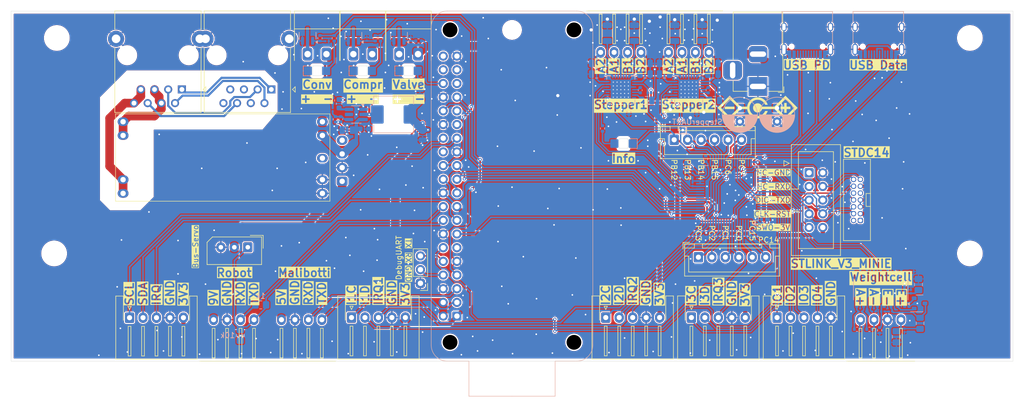
<source format=kicad_pcb>
(kicad_pcb (version 20241229) (generator "pcbnew") (generator_version "9.0")
  (layers (0 "F.Cu" signal) (2 "B.Cu" signal) (13 "F.Paste" user) (15 "B.Paste" user) (5 "F.SilkS" user "F.Silkscreen") (7 "B.SilkS" user "B.Silkscreen") (1 "F.Mask" user) (3 "B.Mask" user) (25 "Edge.Cuts" user))
  (net 0 "")
  (net 1 "GND1")
  (net 2 "5-24V")
  (net 3 "+48V")
  (net 4 "E+")
  (net 5 "Net-(U2-VDDA)")
  (net 6 "Net-(U3-INA+)")
  (net 7 "+5V")
  (net 8 "Net-(U3-INA-)")
  (net 9 "STM32_RESET")
  (net 10 "+3.3VA")
  (net 11 "Net-(U5-VCP)")
  (net 12 "Net-(U6-VCP)")
  (net 13 "Net-(U5-5VOUT)")
  (net 14 "Net-(U5-CPI)")
  (net 15 "Net-(U5-CPO)")
  (net 16 "Net-(U6-5VOUT)")
  (net 17 "SDA")
  (net 18 "Net-(U6-CPI)")
  (net 19 "SCL")
  (net 20 "+3V3")
  (net 21 "Net-(U3-VBG)")
  (net 22 "Net-(U6-CPO)")
  (net 23 "Conveyor_PWM")
  (net 24 "Valve")
  (net 25 "Net-(D3-A)")
  (net 27 "USBPD_D-")
  (net 28 "Net-(J10-Pin_2)")
  (net 29 "USBPD_CC1")
  (net 30 "USBPD_D+")
  (net 31 "USBPD_CC2")
  (net 34 "i1d")
  (net 35 "i1c")
  (net 36 "i2d")
  (net 37 "i2c")
  (net 38 "i3c")
  (net 39 "Net-(Q3-G)")
  (net 40 "i3d")
  (net 41 "Net-(J7-Pin_1)")
  (net 42 "Net-(J7-Pin_2)")
  (net 43 "Net-(J7-Pin_4)")
  (net 44 "Net-(J7-Pin_3)")
  (net 45 "Net-(J8-Pin_3)")
  (net 46 "Net-(J8-Pin_4)")
  (net 47 "Net-(J8-Pin_1)")
  (net 48 "Net-(J8-Pin_2)")
  (net 49 "Net-(J11-Pad3)")
  (net 50 "Net-(J11-Pad6)")
  (net 51 "Net-(J11-Pad2)")
  (net 52 "Net-(J11-Pad1)")
  (net 57 "/TX")
  (net 58 "/RX")
  (net 59 "MALIBOTTI_TXD")
  (net 60 "MALIBOTTI_RXD")
  (net 61 "ROBOT_TXD")
  (net 62 "+9V")
  (net 63 "Net-(D1-A)")
  (net 64 "ROBOT_RXD")
  (net 65 "Net-(D2-A)")
  (net 67 "Net-(Q1-C)")
  (net 68 "Net-(Q1-B)")
  (net 69 "Net-(Q2-G)")
  (net 70 "Net-(Q4-G)")
  (net 71 "STEPPER_UART")
  (net 72 "Net-(R3-Pad1)")
  (net 73 "A+")
  (net 74 "A-")
  (net 75 "Net-(U3-VFB)")
  (net 76 "STEPPER_EN")
  (net 77 "Net-(U5-BRA)")
  (net 78 "Net-(U6-BRA)")
  (net 79 "Net-(U5-BRB)")
  (net 80 "Net-(U6-BRB)")
  (net 81 "INT_RGB")
  (net 82 "INT_TOF3")
  (net 83 "INT_TOF2")
  (net 84 "INT_TOF1")
  (net 86 "Net-(J13-Pin_2)")
  (net 87 "Net-(J9-Pin_2)")
  (net 88 "T1C2-LU1T")
  (net 89 "STM32_BOOT")
  (net 90 "T8C1")
  (net 91 "U3T")
  (net 92 "T1C1-LU1R")
  (net 93 "SWCLK")
  (net 94 "T15C2")
  (net 95 "PB12")
  (net 96 "PB13")
  (net 97 "USB_VSENSE")
  (net 98 "SPI1_SCK")
  (net 99 "T1C4")
  (net 100 "SPI1_MISO")
  (net 101 "SPI1_MOSI")
  (net 102 "Stepper2_Step")
  (net 103 "SWDIO")
  (net 104 "Stepper1_Step")
  (net 105 "T15C1")
  (net 106 "Stepper1_Dir")
  (net 107 "Compressor_PWM")
  (net 108 "STM32BOOT_TXD")
  (net 109 "STM32BOOT_RXD")
  (net 110 "T8C2")
  (net 111 "Stepper2_Dir")
  (net 112 "SPI1_NSS")
  (net 113 "T1C3")
  (net 117 "HX711_CLK")
  (net 118 "HX711_DATA")
  (net 127 "IO4")
  (net 128 "GND")
  (net 129 "IO2")
  (net 130 "IO3")
  (net 131 "IO1")
  (net 133 "Net-(R11-Pad1)")
  (net 151 "Net-(J22-CC2)")
  (net 153 "Net-(J22-CC1)")
  (net 154 "+5VP")
  (net 156 "/psu/SW")
  (net 157 "/psu/BOOT")
  (net 158 "/psu/FB")
  (net 159 "PC14")
  (net 160 "PC15")
  (net 162 "SWO")
  (net 163 "Net-(D4-A)")
  (footprint "liebler_MODULES:XC7010_DCDC_ISOLATED_MODUEL" (layer "F.Cu") (at 46.3 77.2)
    (property "Reference" "U7" (hide yes))
    (property "Value" "PoE->24V")
  )
  (footprint "Connector_JST:JST_XH_S5B-XH-A-1_1x05_P2.50mm_Horizontal" (layer "F.Cu") (at 117.4 106.9)
    (property "Reference" "J5" (hide yes))
    (property "Value" "TOF1")
  )
  (footprint "Connector_JST:JST_XH_S5B-XH-A-1_1x05_P2.50mm_Horizontal" (layer "F.Cu") (at 70.2 106.9)
    (property "Reference" "J4" (hide yes))
    (property "Value" "TOF2")
  )
  (footprint "liebler_CONN:JST_XH_S4B-XH-A-1_1x04_P2.50mm_Horizontal_SmallerCourtyard" (layer "F.Cu") (at 44.6 107.3)
    (property "Reference" "J17" (hide yes))
    (property "Value" "Robot")
  )
  (footprint "Connector_JST:JST_XH_S5B-XH-A-1_1x05_P2.50mm_Horizontal" (layer "F.Cu") (at 29 106.9275)
    (property "Reference" "J6" (hide yes))
    (property "Value" "TOF1")
  )
  (footprint "liebler_CONN:JST_XH_S4B-XH-A-1_1x04_P2.50mm_Horizontal_SmallerCourtyard" (layer "F.Cu") (at 123.95 57.6725 180)
    (property "Reference" "J7" (hide yes))
    (property "Value" "STEP1")
  )
  (footprint "liebler_CONN:IDC_2x07_P1.27mm_Vertical" (layer "F.Cu") (at 164.035 85.07 180)
    (property "Reference" "J21" (hide yes))
    (property "Value" "STDC14")
  )
  (footprint "Connector_IDC:IDC-Header_2x05_P2.54mm_Vertical" (layer "F.Cu") (at 155.1475 80.02)
    (property "Reference" "J18" (hide yes))
    (property "Value" "STLINK_V3_MINIE")
  )
  (footprint "liebler_MODULES:DCDC_MP2315" (layer "F.Cu") (at 68.4675 77.8 180)
    (property "Reference" "U4" (hide yes))
    (property "Value" "DCDC_MP2315")
  )
  (footprint "MountingHole:MountingHole_4.3mm_M4" (layer "F.Cu") (at 185 55)
    (property "Reference" "H8" (hide yes))
    (property "Value" "MountingHole")
  )
  (footprint "liebler_CONN:RJ45_WithoutMagneticsTHT" (layer "F.Cu") (at 55.315 64.555 180)
    (property "Reference" "J12" (hide yes))
    (property "Value" "ETH_OUT")
  )
  (footprint "liebler_CONN:PhoenixContact_MC_1,5_2-G-3.5_1x02_P3.50mm_Horizontal_smallerCourtyard" (layer "F.Cu") (at 80.8 58 180)
    (property "Reference" "J10" (hide yes))
    (property "Value" "Valve")
  )
  (footprint "MountingHole:MountingHole_3.2mm_M3" (layer "F.Cu") (at 100 53.5)
    (property "Reference" "H6" (hide yes))
    (property "Value" "MountingHole")
  )
  (footprint "Connector_BarrelJack:BarrelJack_Horizontal" (layer "F.Cu") (at 145.6575 64 -90)
    (property "Reference" "J2" (hide yes))
    (property "Value" "DC IN")
  )
  (footprint "liebler_CONN:PhoenixContact_MC_1,5_2-G-3.5_1x02_P3.50mm_Horizontal_smallerCourtyard" (layer "F.Cu") (at 63.8 58 180)
    (property "Reference" "J9" (hide yes))
    (property "Value" "Conveyor")
  )
  (footprint "Connector_JST:JST_XH_S5B-XH-A-1_1x05_P2.50mm_Horizontal" (layer "F.Cu") (at 133.3 106.9)
    (property "Reference" "J3" (hide yes))
    (property "Value" "TOF3")
  )
  (footprint "liebler_CONN:JST_XH_S4B-XH-A-1_1x04_P2.50mm_Horizontal_SmallerCourtyard" (layer "F.Cu") (at 136.55 57.6725 180)
    (property "Reference" "J8" (hide yes))
    (property "Value" "STEP2")
  )
  (footprint "liebler_DRAWINGS:barrel_jack_positive_polarity" (layer "F.Cu") (at 145.6 67.85)
    (property "Reference" "FID2" (hide yes))
    (property "Value" "Fiducial" (hide yes))
  )
  (footprint "liebler_CONN:JST_XH_S4B-XH-A-1_1x04_P2.50mm_Horizontal_SmallerCourtyard" (layer "F.Cu") (at 57.2 107.3)
    (property "Reference" "J16" (hide yes))
    (property "Value" "Malibotti")
  )
  (footprint "Connector_JST:JST_XH_B6B-XH-A_1x06_P2.50mm_Vertical" (layer "F.Cu") (at 130.1 73.9)
    (property "Reference" "J23" (hide yes))
    (property "Value" "IO")
  )
  (footprint "liebler_CONN:PinHeader_1x03_P2.54mm_Vertical_smallerCourtyard" (layer "F.Cu") (at 83 100.54 180)
    (property "Reference" "J14" (hide yes))
    (property "Value" "DebugUART")
  )
  (footprint "Connector_JST:JST_XH_B6B-XH-A_1x06_P2.50mm_Vertical" (layer "F.Cu") (at 134.6 95.7)
    (property "Reference" "J24" (hide yes))
    (property "Value" "IO")
  )
  (footprint "Connector_Molex:Molex_SPOX_5267-03A_1x03_P2.50mm_Vertical" (layer "F.Cu") (at 50.95 93.85 180)
    (property "Reference" "J20" (hide yes))
    (property "Value" "Bus-Servo")
  )
  (footprint "MountingHole:MountingHole_4.3mm_M4" (layer "F.Cu") (at 185 95)
    (property "Reference" "H9" (hide yes))
    (property "Value" "MountingHole")
  )
  (footprint "liebler_CONN:RJ45_WithoutMagneticsTHT" (layer "F.Cu") (at 38.715 64.555 180)
    (property "Reference" "J11" (hide yes))
    (property "Value" "ETH_IN")
  )
  (footprint "Connector_JST:JST_XH_S5B-XH-A-1_1x05_P2.50mm_Horizontal" (layer "F.Cu") (at 149.2 106.9)
    (property "Reference" "J19" (hide yes))
    (property "Value" "IO")
  )
  (footprint "MountingHole:MountingHole_4.3mm_M4" (layer "F.Cu") (at 15 95)
    (property "Reference" "H2" (hide yes))
    (property "Value" "MountingHole")
  )
  (footprint "MountingHole:MountingHole_4.3mm_M4" (layer "F.Cu") (at 15.5 55)
    (property "Reference" "H1" (hide yes))
    (property "Value" "MountingHole")
  )
  (footprint "liebler_CONN:JST_XH_S4B-XH-A-1_1x04_P2.50mm_Horizontal_SmallerCourtyard" (layer "F.Cu") (at 164.7 107.3)
    (property "Reference" "J15" (hide yes))
    (property "Value" "Weight")
  )
  (footprint "liebler_CONN:PhoenixContact_MC_1,5_2-G-3.5_1x02_P3.50mm_Horizontal_smallerCourtyard" (layer "F.Cu") (at 72.3 58 180)
    (property "Reference" "J13" (hide yes))
    (property "Value" "Compressor")
  )
  (footprint "Capacitor_THT:CP_Radial_D6.3mm_P2.50mm" (layer "B.Cu") (at 149.2 68.01762 -90)
    (property "Reference" "C23" (hide yes))
    (property "Value" "100uF")
  )
  (footprint "Resistor_SMD:R_0402_1005Metric" (layer "B.Cu") (at 66.7 66.6 -90)
    (property "Reference" "R4" (hide yes))
    (property "Value" "3k3")
  )
  (footprint "Resistor_SMD:R_0402_1005Metric" (layer "B.Cu") (at 168.25 109.2725 -90)
    (property "Reference" "R7" (hide yes))
    (property "Value" "8k2")
  )
  (footprint "Capacitor_SMD:C_0805_2012Metric" (layer "B.Cu") (at 137.6 66.6 180)
    (property "Reference" "C26" (hide yes))
    (property "Value" "u1")
  )
  (footprint "Capacitor_SMD:C_0402_1005Metric" (layer "B.Cu") (at 136.4 64.7 -90)
    (property "Reference" "C36" (hide yes))
    (property "Value" "22n/50V")
  )
  (footprint "Resistor_SMD:R_0402_1005Metric" (layer "B.Cu") (at 82.65 55.55)
    (property "Reference" "R23" (hide yes))
    (property "Value" "1k")
  )
  (footprint "Capacitor_SMD:C_0402_1005Metric" (layer "B.Cu") (at 123.8 64.7 -90)
    (property "Reference" "C34" (hide yes))
    (property "Value" "22n/50V")
  )
  (footprint "Capacitor_SMD:C_0805_2012Metric" (layer "B.Cu") (at 115.7 59.7)
    (property "Reference" "C39" (hide yes))
    (property "Value" "22u/35V")
  )
  (footprint "Capacitor_SMD:C_0201_0603Metric" (layer "B.Cu") (at 167.15 105.7725)
    (property "Reference" "C13" (hide yes))
    (property "Value" "u1")
  )
  (footprint "Resistor_SMD:R_1206_3216Metric" (layer "B.Cu") (at 122.7 54.1 90)
    (property "Reference" "R17" (hide yes))
    (property "Value" "r1")
  )
  (footprint "Resistor_SMD:R_0805_2012Metric_Pad1.20x1.40mm_HandSolder" (layer "B.Cu") (at 49.55 110.2 90)
    (property "Reference" "R76" (hide yes))
    (property "Value" "10k")
  )
  (footprint "Capacitor_SMD:C_0201_0603Metric" (layer "B.Cu") (at 172.85 109.2725 -90)
    (property "Reference" "C6" (hide yes))
    (property "Value" "u1")
  )
  (footprint "Resistor_SMD:R_0402_1005Metric" (layer "B.Cu") (at 116.8 71.8 90)
    (property "Reference" "R31" (hide yes))
    (property "Value" "1k")
  )
  (footprint "Resistor_SMD:R_0402_1005Metric" (layer "B.Cu") (at 83.15 62.65)
    (property "Reference" "R22" (hide yes))
    (property "Value" "1k")
  )
  (footprint "Resistor_SMD:R_0402_1005Metric" (layer "B.Cu") (at 75.6 55.05 90)
    (property "Reference" "R25" (hide yes))
    (property "Value" "1k")
  )
  (footprint "liebler_OPTO:LED_1206_3216Metric_ReverseMount" (layer "B.Cu") (at 72.3 61.1)
    (property "Reference" "D3" (hide yes))
    (property "Value" "Compressor" (hide yes))
    (fp_line (start -0.8 0.8) (end -0.8 -0.8) (stroke (width 0.05)) (layer "Edge.Cuts"))
    (fp_line (start -0.7 -0.9) (end 0.7 -0.9) (stroke (width 0.05)) (layer "Edge.Cuts"))
    (fp_line (start 0.7 0.9) (end -0.7 0.9) (stroke (width 0.05)) (layer "Edge.Cuts"))
    (fp_line (start 0.8 -0.8) (end 0.8 0.8) (stroke (width 0.05)) (layer "Edge.Cuts"))
    (fp_arc (start -0.8 -0.8) (mid -0.770711 -0.870711) (end -0.7 -0.9) (stroke (width 0.05)) (layer "Edge.Cuts"))
    (fp_arc (start -0.7 0.9) (mid -0.770711 0.870711) (end -0.8 0.8) (stroke (width 0.05)) (layer "Edge.Cuts"))
    (fp_arc (start 0.7 -0.9) (mid 0.770711 -0.870711) (end 0.8 -0.8) (stroke (width 0.05)) (layer "Edge.Cuts"))
    (fp_arc (start 0.8 0.8) (mid 0.770711 0.870711) (end 0.7 0.9) (stroke (width 0.05)) (layer "Edge.Cuts"))
  )
  (footprint "Package_TO_SOT_SMD:SOT-23" (layer "B.Cu") (at 70.55 54.6 90)
    (property "Reference" "Q4" (hide yes))
    (property "Value" "IRLML6344")
  )
  (footprint "Resistor_SMD:R_0402_1005Metric" (layer "B.Cu") (at 166.35 109.0725)
    (property "Reference" "R6" (hide yes))
    (property "Value" "k1")
  )
  (footprint "Capacitor_SMD:C_0805_2012Metric" (layer "B.Cu") (at 137.3 61.7)
    (property "Reference" "C43" (hide yes))
    (property "Value" "u1/35V")
  )
  (footprint "liebler_CONN:USB_C_Receptacle_HRO_TYPE-C-31-M-12_smaller" (layer "B.Cu") (at 154.8 54)
    (property "Reference" "J1" (hide yes))
    (property "Value" "USB STM32")
  )
  (footprint "Resistor_SMD:R_0201_0603Metric" (layer "B.Cu") (at 170.9 59.8 180)
    (property "Reference" "R29" (hide yes))
    (property "Value" "10k")
  )
  (footprint "liebler_CONN:USB_C_Receptacle_HRO_TYPE-C-31-M-12_smaller" (layer "B.Cu") (at 168 53.9925)
    (property "Reference" "J22" (hide yes))
    (property "Value" "USB STM32")
  )
  (footprint "Package_SO:SOIC-16_3.9x9.9mm_P1.27mm" (layer "B.Cu") (at 168.45 101.6725 90)
    (property "Reference" "U3" (hide yes))
    (property "Value" "HX711")
  )
  (footprint "Capacitor_SMD:C_0402_1005Metric" (layer "B.Cu") (at 68.2 70.1 -90)
    (property "Reference" "C4" (hide yes))
    (property "Value" "56p")
  )
  (footprint "Resistor_SMD:R_1206_3216Metric" (layer "B.Cu") (at 135.3 54.1 90)
    (property "Reference" "R18" (hide yes))
    (property "Value" "r1")
  )
  (footprint "Capacitor_SMD:C_0805_2012Metric" (layer "B.Cu") (at 124.7 61.7)
    (property "Reference" "C29" (hide yes))
    (property "Value" "u1/35V")
  )
  (footprint "Inductor_SMD:L_Abracon_ASPI-0630LR" (layer "B.Cu") (at 78.025 69.2 180)
    (property "Reference" "L1" (hide yes))
    (property "Value" "10uH")
  )
  (footprint "Resistor_SMD:R_0805_2012Metric_Pad1.20x1.40mm_HandSolder" (layer "B.Cu") (at 53.35 104.55)
    (property "Reference" "R77" (hide yes))
    (property "Value" "1k")
  )
  (footprint "Inductor_SMD:L_0805_2012Metric_Pad1.15x1.40mm_HandSolder" (layer "B.Cu") (at 175.75 107.9725 90)
    (property "Reference" "L2" (hide yes))
    (property "Value" "3u3")
  )
  (footprint "Package_TO_SOT_SMD:SOT-23" (layer "B.Cu") (at 62.05 54.6 90)
    (property "Reference" "Q2" (hide yes))
    (property "Value" "IRLML6344")
  )
  (footprint "Inductor_SMD:L_0603_1608Metric" (layer "B.Cu") (at 132.4 79 90)
    (property "Reference" "FB1" (hide yes))
    (property "Value" "600R")
  )
  (footprint "Resistor_SMD:R_0201_0603Metric" (layer "B.Cu") (at 65.65 55.6 180)
    (property "Reference" "R21" (hide yes))
    (property "Value" "10k")
  )
  (footprint "liebler_OPTO:LED_1206_3216Metric_ReverseMount" (layer "B.Cu") (at 120.7 74.6 180)
    (property "Reference" "D4" (hide yes))
    (property "Value" "Info" (hide yes))
    (fp_line (start 0.8 -0.8) (end 0.8 0.8) (stroke (width 0.05)) (layer "Edge.Cuts"))
    (fp_line (start 0.7 0.9) (end -0.7 0.9) (stroke (width 0.05)) (layer "Edge.Cuts"))
    (fp_line (start -0.7 -0.9) (end 0.7 -0.9) (stroke (width 0.05)) (layer "Edge.Cuts"))
    (fp_line (start -0.8 0.8) (end -0.8 -0.8) (stroke (width 0.05)) (layer "Edge.Cuts"))
    (fp_arc (start 0.8 0.8) (mid 0.770711 0.870711) (end 0.7 0.9) (stroke (width 0.05)) (layer "Edge.Cuts"))
    (fp_arc (start 0.7 -0.9) (mid 0.770711 -0.870711) (end 0.8 -0.8) (stroke (width 0.05)) (layer "Edge.Cuts"))
    (fp_arc (start -0.7 0.9) (mid -0.770711 0.870711) (end -0.8 0.8) (stroke (width 0.05)) (layer "Edge.Cuts"))
    (fp_arc (start -0.8 -0.8) (mid -0.770711 -0.870711) (end -0.7 -0.9) (stroke (width 0.05)) (layer "Edge.Cuts"))
  )
  (footprint "Capacitor_SMD:C_0201_0603Metric" (layer "B.Cu") (at 117.1 67.25 -90)
    (property "Reference" "C27" (hide yes))
    (property "Value" "u1")
  )
  (footprint "Resistor_SMD:R_0201_0603Metric" (layer "B.Cu") (at 170.25 105.7725 180)
    (property "Reference" "R8" (hide yes))
    (property "Value" "10k")
  )
  (footprint "Capacitor_SMD:C_0201_0603Metric" (layer "B.Cu") (at 137.15 90.9)
    (property "Reference" "C16" (hide yes))
    (property "Value" "u1")
  )
  (footprint "Capacitor_SMD:C_0402_1005Metric" (layer "B.Cu") (at 134.3 68.7 -90)
    (property "Reference" "C35" (hide yes))
    (property "Value" "2u2")
  )
  (footprint "Resistor_SMD:R_0201_0603Metric" (layer "B.Cu") (at 172.4 59.8 180)
    (property "Reference" "R30" (hide yes))
    (property "Value" "10k")
  )
  (footprint "Capacitor_SMD:C_0805_2012Metric_Pad1.18x1.45mm_HandSolder" (layer "B.Cu") (at 171.35 110.4725 -90)
    (property "Reference" "C10" (hide yes))
    (property "Value" "10u")
  )
  (footprint "Resistor_SMD:R_0201_0603Metric" (layer "B.Cu") (at 169.75 59.7 -90)
    (property "Reference" "R28" (hide yes))
    (property "Value" "5k1")
  )
  (footprint "Capacitor_SMD:C_0805_2012Metric" (layer "B.Cu") (at 125 66.6 180)
    (property "Reference" "C25" (hide yes))
    (property "Value" "u1")
  )
  (footprint "Capacitor_SMD:C_0201_0603Metric" (layer "B.Cu") (at 147.7 87.5 90)
    (property "Reference" "C19" (hide yes))
    (property "Value" "u1")
  )
  (footprint "Resistor_SMD:R_0402_1005Metric" (layer "B.Cu") (at 135.95 77.45 90)
    (property "Reference" "R1" (hide yes))
    (property "Value" "1k")
  )
  (footprint "Capacitor_SMD:C_0805_2012Metric" (layer "B.Cu") (at 83.4 73 -90)
    (property "Reference" "C5" (hide yes))
    (property "Value" "22u")
  )
  (footprint "Capacitor_SMD:C_0603_1608Metric" (layer "B.Cu") (at 67.9 67.2 90)
    (property "Reference" "C3" (hide yes))
    (property "Value" "u1/16V")
  )
  (footprint "Capacitor_SMD:C_0201_0603Metric" (layer "B.Cu") (at 133.5 79.75 -90)
    (property "Reference" "C17" (hide yes))
    (property "Value" "u1")
  )
  (footprint "Resistor_SMD:R_0201_0603Metric" (layer "B.Cu") (at 131.055 68.1)
    (property "Reference" "R10" (hide yes))
    (property "Value" "10k")
  )
  (footprint "Resistor_SMD:R_0402_1005Metric" (layer "B.Cu") (at 67.2 70.1 90)
    (property "Reference" "R2" (hide yes))
    (property "Value" "M1")
  )
  (footprint "Capacitor_SMD:C_0201_0603Metric" (layer "B.Cu") (at 174.05 102.0725 90)
    (property "Reference" "C20" (hide yes))
    (property "Value" "u1")
  )
  (footprint "Capacitor_SMD:C_0805_2012Metric" (layer "B.Cu") (at 128.3 61.7 180)
    (property "Reference" "C30" (hide yes))
    (property "Value" "u1/35V")
  )
  (footprint "NetTie:NetTie-2_SMD_Pad0.5mm" (layer "B.Cu") (at 172.85 101.5725 -90)
    (property "Reference" "NT1" (hide yes))
    (property "Value" "NetTie_2" (hide yes))
  )
  (footprint "Package_TO_SOT_SMD:SOT-23-6_Handsoldering" (layer "B.Cu") (at 71.1 69.2 180)
    (property "Reference" "U1" (hide yes))
    (property "Value" "TPS54202DDC")
  )
  (footprint "Capacitor_SMD:C_0805_2012Metric" (layer "B.Cu") (at 124.7 59.7 180)
    (property "Reference" "C37" (hide yes))
    (property "Value" "22u/35V")
  )
  (footprint "Package_QFP:LQFP-64_10x10mm_P0.5mm" (layer "B.Cu") (at 140.6 83.8 90)
    (property "Reference" "U2" (hide yes))
    (property "Value" "STM32G431RBTx")
  )
  (footprint "Resistor_SMD:R_0402_1005Metric" (layer "B.Cu") (at 67 55.05 90)
    (property "Reference" "R19" (hide yes))
    (property "Value" "1k")
  )
  (footprint "Package_TO_SOT_SMD:SOT-23" (layer "B.Cu") (at 79.0125 54.6 90)
    (property "Reference" "Q3" (hide yes))
    (property "Value" "IRLML6344")
  )
  (footprint "Capacitor_SMD:C_0603_1608Metric" (layer "B.Cu") (at 72.6 71.9 180)
    (property "Reference" "C1" (hide yes))
    (property "Value" "u1/35V")
  )
  (footprint "TestPoint:TestPoint_THTPad_1.0x1.0mm_Drill0.5mm" (layer "B.Cu") (at 131.7 72.1)
    (property "Reference" "TP1" (hide yes))
    (property "Value" "StepperUART")
  )
  (footprint "Resistor_SMD:R_0402_1005Metric" (layer "B.Cu") (at 164.05 109.0725)
    (property "Reference" "R5" (hide yes))
    (property "Value" "k1")
  )
  (footprint "Capacitor_SMD:C_0201_0603Metric" (layer "B.Cu") (at 141.4 91.2 -90)
    (property "Reference" "C12" (hide yes))
    (property "Value" "u1")
  )
  (footprint "Package_DFN_QFN:QFN-28-1EP_5x5mm_P0.5mm_EP3.75x3.75mm_ThermalVias" (layer "B.Cu") (at 120.2 64.6 180)
    (property "Reference" "U5" (hide yes))
    (property "Value" "TMC2209")
  )
  (footprint "liebler_OPTO:LED_1206_3216Metric_ReverseMount" (layer "B.Cu") (at 80.8 61.1)
    (property "Reference" "D2" (hide yes))
    (property "Value" "Valve" (hide yes))
    (fp_line (start -0.8 0.8) (end -0.8 -0.8) (stroke (width 0.05)) (layer "Edge.Cuts"))
    (fp_line (start -0.7 -0.9) (end 0.7 -0.9) (stroke (width 0.05)) (layer "Edge.Cuts"))
    (fp_line (start 0.7 0.9) (end -0.7 0.9) (stroke (width 0.05)) (layer "Edge.Cuts"))
    (fp_line (start 0.8 -0.8) (end 0.8 0.8) (stroke (width 0.05)) (layer "Edge.Cuts"))
    (fp_arc (start -0.8 -0.8) (mid -0.770711 -0.870711) (end -0.7 -0.9) (stroke (width 0.05)) (layer "Edge.Cuts"))
    (fp_arc (start -0.7 0.9) (mid -0.770711 0.870711) (end -0.8 0.8) (stroke (width 0.05)) (layer "Edge.Cuts"))
    (fp_arc (start 0.7 -0.9) (mid 0.770711 -0.870711) (end 0.8 -0.8) (stroke (width 0.05)) (layer "Edge.Cuts"))
    (fp_arc (start 0.8 0.8) (mid 0.770711 0.870711) (end 0.7 0.9) (stroke (width 0.05)) (layer "Edge.Cuts"))
  )
  (footprint "Capacitor_SMD:C_0201_0603Metric" (layer "B.Cu") (at 174.25 98.3725)
    (property "Reference" "C21" (hide yes))
    (property "Value" "u1")
  )
  (footprint "Capacitor_SMD:C_0402_1005Metric" (layer "B.Cu") (at 121.7 68.7 -90)
    (property "Reference" "C33" (hide yes))
    (property "Value" "2u2")
  )
  (footprint "Capacitor_SMD:C_0805_2012Metric" (layer "B.Cu") (at 82.9 65.5 90)
    (property "Reference" "C7" (hide yes))
    (property "Value" "22u")
  )
  (footprint "Resistor_SMD:R_0201_0603Metric" (layer "B.Cu") (at 81.2 55.2 -90)
    (property "Reference" "R24" (hide yes))
    (property "Value" "10k")
  )
  (footprint "liebler_OPTO:LED_1206_3216Metric_ReverseMount" (layer "B.Cu") (at 63.8 61.1)
    (property "Reference" "D1" (hide yes))
    (property "Value" "Motor" (hide yes))
    (fp_line (start -0.8 0.8) (end -0.8 -0.8) (stroke (width 0.05)) (layer "Edge.Cuts"))
    (fp_line (start -0.7 -0.9) (end 0.7 -0.9) (stroke (width 0.05)) (layer "Edge.Cuts"))
    (fp_line (start 0.7 0.9) (end -0.7 0.9) (stroke (width 0.05)) (layer "Edge.Cuts"))
    (fp_line (start 0.8 -0.8) (end 0.8 0.8) (stroke (width 0.05)) (layer "Edge.Cuts"))
    (fp_arc (start -0.8 -0.8) (mid -0.770711 -0.870711) (end -0.7 -0.9) (stroke (width 0.05)) (layer "Edge.Cuts"))
    (fp_arc (start -0.7 0.9) (mid -0.770711 0.870711) (end -0.8 0.8) (stroke (width 0.05)) (layer "Edge.Cuts"))
    (fp_arc (start 0.7 -0.9) (mid 0.770711 -0.870711) (end 0.8 -0.8) (stroke (width 0.05)) (layer "Edge.Cuts"))
    (fp_arc (start 0.8 0.8) (mid 0.770711 0.870711) (end 0.7 0.9) (stroke (width 0.05)) (layer "Edge.Cuts"))
  )
  (footprint "Resistor_SMD:R_0201_0603Metric" (layer "B.Cu") (at 73.05 55.2 -90)
    (property "Reference" "R27" (hide yes))
    (property "Value" "10k")
  )
  (footprint "Capacitor_SMD:C_0805_2012Metric_Pad1.18x1.45mm_HandSolder" (layer "B.Cu") (at 175.45 100.7725 90)
    (property "Reference" "C22" (hide yes))
    (property "Value" "10u")
  )
  (footprint "Resistor_SMD:R_0402_1005Metric" (layer "B.Cu") (at 74.6 55.05 90)
    (property "Reference" "R26" (hide yes))
    (property "Value" "1k")
  )
  (footprint "Resistor_SMD:R_0201_0603Metric" (layer "B.Cu") (at 168.85 105.7725 180)
    (property "Reference" "R11" (hide yes))
    (property "Value" "10k")
  )
  (footprint "Resistor_SMD:R_0201_0603Metric" (layer "B.Cu") (at 125.5 65.2 180)
    (property "Reference" "R9" (hide yes))
    (property "Value" "10k")
  )
  (footprint "Capacitor_SMD:C_0402_1005Metric" (layer "B.Cu") (at 132.95 80.95 180)
    (property "Reference" "C8" (hide yes))
    (property "Value" "2u2")
  )
  (footprint "Capacitor_SMD:C_0201_0603Metric" (layer "B.Cu") (at 129.3 66.7 -90)
    (property "Reference" "C28" (hide yes))
    (property "Value" "u1")
  )
  (footprint "Capacitor_SMD:C_0201_0603Metric" (layer "B.Cu") (at 164.65 105.7725)
    (property "Reference" "C11" (hide yes))
    (property "Value" "u1")
  )
  (footprint "Capacitor_SMD:C_0402_1005Metric" (layer "B.Cu") (at 146.8 88.7 180)
    (property "Reference" "C14" (hide yes))
    (property "Value" "4u7")
  )
  (footprint "Resistor_SMD:R_0402_1005Metric" (layer "B.Cu") (at 64.35 55.05 90)
    (property "Reference" "R20" (hide yes))
    (property "Value" "1k")
  )
  (footprint "Capacitor_SMD:C_0805_2012Metric" (layer "B.Cu") (at 115.7 61.7 180)
    (property "Reference" "C42" (hide yes))
    (property "Value" "u1/35V")
  )
  (footprint "Capacitor_SMD:C_0805_2012Metric" (layer "B.Cu") (at 137.3 59.7 180)
    (property "Reference" "C40" (hide yes))
    (property "Value" "22u/35V")
  )
  (footprint "Resistor_SMD:R_0201_0603Metric" (layer "B.Cu") (at 66.7 68.3 -90)
    (property "Reference" "R3" (hide yes))
    (property "Value" "10k")
  )
  (footprint "Capacitor_SMD:C_0805_2012Metric" (layer "B.Cu") (at 128.3 59.7)
    (property "Reference" "C38" (hide yes))
    (property "Value" "22u/35V")
  )
  (footprint "Package_DFN_QFN:QFN-28-1EP_5x5mm_P0.5mm_EP3.75x3.75mm_ThermalVias" (layer "B.Cu") (at 132.8 64.6 180)
    (property "Reference" "U6" (hide yes))
    (property "Value" "TMC2209")
  )
  (footprint "Capacitor_SMD:C_0201_0603Metric" (layer "B.Cu") (at 145.2 89.8 90)
    (property "Reference" "C15" (hide yes))
    (property "Value" "u1")
  )
  (footprint "Resistor_SMD:R_1206_3216Metric" (layer "B.Cu") (at 117.7 54.1 90)
    (property "Reference" "R15" (hide yes))
    (property "Value" "r1")
  )
  (footprint "Resistor_SMD:R_0201_0603Metric" (layer "B.Cu") (at 166.6 59.5 -90)
    (property "Reference" "R13" (hide yes))
    (property "Value" "5k1")
  )
  (footprint "Capacitor_THT:CP_Radial_D6.3mm_P2.50mm" (layer "B.Cu") (at 142.3 68.01762 -90)
    (property "Reference" "C24" (hide yes))
    (property "Value" "100uF")
  )
  (footprint "Capacitor_SMD:C_0201_0603Metric" (layer "B.Cu") (at 133.5 82.175 -90)
    (property "Reference" "C9" (hide yes))
    (property "Value" "u1")
  )
  (footprint "liebler_MODULES:Radxa Zero 3E" (layer "B.Cu") (at 88.5 82.5 180)
    (property "Reference" "X1" (hide yes))
    (property "Value" "Radxa Zero 3E")
  )
  (footprint "Resistor_SMD:R_1206_3216Metric" (layer "B.Cu") (at 130.2 54.1 90)
    (property "Reference" "R16" (hide yes))
    (property "Value" "r1")
  )
  (footprint "Capacitor_SMD:C_0201_0603Metric" (layer "B.Cu") (at 145.2 77.7 90)
    (property "Reference" "C18" (hide yes))
    (property "Value" "u1")
  )
  (footprint "Capacitor_SMD:C_0805_2012Metric" (layer "B.Cu") (at 69.4 72.1)
    (property "Reference" "C2" (hide yes))
    (property "Value" "10u/35V")
  )
  (footprint "liebler_SEMICONDUCTORS:SOT-23_smaller" (layer "B.Cu") (at 175.65 104.2725)
    (property "Reference" "Q1" (hide yes))
    (property "Value" "BC807")
  )
  (gr_rect (start 7 50) (end 193 115) (stroke (width 0.05)) (fill no) (layer "Edge.Cuts"))
  (gr_text "A+" (at 164.7 104.95 270) (layer "F.SilkS" knockout) (effects (font (size 1.5 1.5) (thickness 0.3) (bold yes)) (justify right)))
  (gr_text "SCL" (at 29 104.8 90) (layer "F.SilkS" knockout) (effects (font (size 1.5 1.5) (thickness 0.3) (bold yes)) (justify left)))
  (gr_text "GND" (at 47.1 104.85 90) (layer "F.SilkS" knockout) (effects (font (size 1.5 1.5) (thickness 0.3) (bold yes)) (justify left)))
  (gr_text "USB PD" (at 154.7 60.05 0) (layer "F.SilkS" knockout) (effects (font (size 1.5 1.5) (thickness 0.3) (bold yes))))
  (gr_text "5V" (at 57.2 104.75 90) (layer "F.SilkS" knockout) (effects (font (size 1.5 1.5) (thickness 0.3) (bold yes)) (justify left)))
  (gr_text "9V" (at 44.6 104.85 90) (layer "F.SilkS" knockout) (effects (font (size 1.5 1.5) (thickness 0.3) (bold yes)) (justify left)))
  (gr_text "A2" (at 129.1 58.6 90) (layer "F.SilkS" knockout) (effects (font (size 1.5 1.5) (thickness 0.3) (bold yes)) (justify right)))
  (gr_text "A1" (at 119 58.6 90) (layer "F.SilkS" knockout) (effects (font (size 1.5 1.5) (thickness 0.3) (bold yes)) (justify right)))
  (gr_text "A1" (at 131.6 58.6 90) (layer "F.SilkS" knockout) (effects (font (size 1.5 1.5) (thickness 0.3) (bold yes)) (justify right)))
  (gr_text "Robot" (at 45 98.6 0) (layer "F.SilkS" knockout) (effects (font (size 1.5 1.5) (thickness 0.3) (bold yes)) (justify left)))
  (gr_text "NC-GND" (at 151.8 80 0) (layer "F.SilkS" knockout) (effects (font (size 1 1)) (justify right)))
  (gr_text "B2" (at 124 58.6 90) (layer "F.SilkS" knockout) (effects (font (size 1.5 1.5) (thickness 0.3) (bold yes)) (justify right)))
  (gr_text "PC0" (at 142.1 92.8 270) (layer "F.SilkS") (effects (font (size 1 1)) (justify right)))
  (gr_text "A2" (at 116.5 58.6 90) (layer "F.SilkS" knockout) (effects (font (size 1.5 1.5) (thickness 0.3) (bold yes)) (justify right)))
  (gr_text "I2D" (at 119.9 104.8 90) (layer "F.SilkS" knockout) (effects (font (size 1.5 1.5) (thickness 0.3) (bold yes)) (justify left)))
  (gr_text "GND" (at 124.9 104.8 90) (layer "F.SilkS" knockout) (effects (font (size 1.5 1.5) (thickness 0.3) (bold yes)) (justify left)))
  (gr_text "IRQ2" (at 122.4 104.8 90) (layer "F.SilkS" knockout) (effects (font (size 1.5 1.5) (thickness 0.3) (bold yes)) (justify left)))
  (gr_text "TXD\n" (at 52.1 104.65 90) (layer "F.SilkS" knockout) (effects (font (size 1.5 1.5) (thickness 0.3) (bold yes)) (justify left)))
  (gr_text "RXD" (at 49.6 104.85 90) (layer "F.SilkS" knockout) (effects (font (size 1.5 1.5) (thickness 0.3) (bold yes)) (justify left)))
  (gr_text "GND" (at 59.7 104.75 90) (layer "F.SilkS" knockout) (effects (font (size 1.5 1.5) (thickness 0.3) (bold yes)) (justify left)))
  (gr_text "IO1" (at 149.3 104.9 90) (layer "F.SilkS" knockout) (effects (font (size 1.5 1.5) (thickness 0.3) (bold yes)) (justify left)))
  (gr_text "GND" (at 36.5 104.8 90) (layer "F.SilkS" knockout) (effects (font (size 1.5 1.5) (thickness 0.3) (bold yes)) (justify left)))
  (gr_text "Stepper2" (at 132.8 67.4 0) (layer "F.SilkS" knockout) (effects (font (size 1.5 1.5) (thickness 0.3) (bold yes))))
  (gr_text "PB13" (at 132.6 77.4 270) (layer "F.SilkS") (effects (font (size 1 1)) (justify left)))
  (gr_text "PC2" (at 137.1 92.8 270) (layer "F.SilkS") (effects (font (size 1 1)) (justify right)))
  (gr_text "PC14" (at 149.7 92.5 0) (layer "F.SilkS") (effects (font (size 1 1)) (justify right)))
  (gr_text "RX" (at 80.75 95.75 270) (layer "F.SilkS" knockout) (effects (font (size 1 1))))
  (gr_text "Weightcell" (at 168.45 99.4 0) (layer "F.SilkS" knockout) (effects (font (size 1.5 1.5) (thickness 0.3) (bold yes))))
  (gr_text "IRQ" (at 34 104.8 90) (layer "F.SilkS" knockout) (effects (font (size 1.5 1.5) (thickness 0.3) (bold yes)) (justify left)))
  (gr_text "PB15" (at 137.6 77.4 270) (layer "F.SilkS") (effects (font (size 1 1)) (justify left)))
  (gr_text "Stepper1" (at 120.2 67.4 0) (layer "F.SilkS" knockout) (effects (font (size 1.5 1.5) (thickness 0.3) (bold yes))))
  (gr_text "SWO-3V" (at 151.7 90.2 0) (layer "F.SilkS" knockout) (effects (font (size 1 1)) (justify right)))
  (gr_text "PB12" (at 130.1 77.4 270) (layer "F.SilkS") (effects (font (size 1 1)) (justify left)))
  (gr_text "TX" (at 80.75 93.15 270) (layer "F.SilkS" knockout) (effects (font (size 1 1))))
  (gr_text "GND" (at 159.2 104.9 90) (layer "F.SilkS" knockout) (effects (font (size 1.5 1.5) (thickness 0.3) (bold yes)) (justify left)))
  (gr_text "IRQ1" (at 75.2 104.8 90) (layer "F.SilkS" knockout) (effects (font (size 1.5 1.5) (thickness 0.3) (bold yes)) (justify left)))
  (gr_text "GND" (at 77.7 104.8 90) (layer "F.SilkS" knockout) (effects (font (size 1.5 1.5) (thickness 0.3) (bold yes)) (justify left)))
  (gr_text "E+" (at 172.2 104.95 270) (layer "F.SilkS" knockout) (effects (font (size 1.5 1.5) (thickness 0.3) (bold yes)) (justify right)))
  (gr_text "STDC14" (at 165.8 76.3 0) (layer "F.SilkS" knockout) (effects (font (size 1.5 1.5) (thickness 0.3) (bold yes))))
  (gr_text "PC1" (at 139.6 92.8 270) (layer "F.SilkS") (effects (font (size 1 1)) (justify right)))
  (gr_text "CLK-RST" (at 151.8 87.7 0) (layer "F.SilkS" knockout) (effects (font (size 1 1)) (justify right)))
  (gr_text "3V3" (at 80.2 104.8 90) (layer "F.SilkS" knockout) (effects (font (size 1.5 1.5) (thickness 0.3) (bold yes)) (justify left)))
  (gr_text "DIO-TXD" (at 151.8 85.1 0) (layer "F.SilkS" knockout) (effects (font (size 1 1)) (justify right)))
  (gr_text "SDA" (at 31.5 104.8 90) (layer "F.SilkS" knockout) (effects (font (size 1.5 1.5) (thickness 0.3) (bold yes)) (justify left)))
  (gr_text "3V3" (at 127.4 104.8 90) (layer "F.SilkS" knockout) (effects (font (size 1.5 1.5) (thickness 0.3) (bold yes)) (justify left)))
  (gr_text "TXD\n" (at 64.7 104.6 90) (layer "F.SilkS" knockout) (effects (font (size 1.5 1.5) (thickness 0.3) (bold yes)) (justify left)))
  (gr_text "RXD" (at 62.2 104.8 90) (layer "F.SilkS" knockout) (effects (font (size 1.5 1.5) (thickness 0.3) (bold yes)) (justify left)))
  (gr_text "Malibotti" (at 56.4 98.6 0) (layer "F.SilkS" knockout) (effects (font (size 1.5 1.5) (thickness 0.3) (bold yes)) (justify left)))
  (gr_text "+  -" (at 80.8 66.25 0) (layer "F.SilkS" knockout) (effects (font (size 1.5 1.5) (thickness 0.3) (bold yes))))
  (gr_text "PC6" (at 140.1 77.4 270) (layer "F.SilkS") (effects (font (size 1 1)) (justify left)))
  (gr_text "+  -" (at 72.3 66.25 0) (layer "F.SilkS" knockout) (effects (font (size 1.5 1.5) (thickness 0.3) (bold yes))))
  (gr_text "USB Data" (at 168 60.05 0) (layer "F.SilkS" knockout) (effects (font (size 1.5 1.5) (thickness 0.3) (bold yes))))
  (gr_text "Compr" (at 72.3 63.65 0) (layer "F.SilkS" knockout) (effects (font (size 1.5 1.5) (thickness 0.3) (bold yes))))
  (gr_text "B2" (at 136.6 58.6 90) (layer "F.SilkS" knockout) (effects (font (size 1.5 1.5) (thickness 0.3) (bold yes)) (justify right)))
  (gr_text "IO4" (at 156.7 104.9 90) (layer "F.SilkS" knockout) (effects (font (size 1.5 1.5) (thickness 0.3) (bold yes)) (justify left)))
  (gr_text "A-" (at 167.2 104.95 270) (layer "F.SilkS" knockout) (effects (font (size 1.5 1.5) (thickness 0.3) (bold yes)) (justify right)))
  (gr_text "3V3" (at 39 104.8 90) (layer "F.SilkS" knockout) (effects (font (size 1.5 1.5) (thickness 0.3) (bold yes)) (justify left)))
  (gr_text "IO3" (at 154.2 104.9 90) (layer "F.SilkS" knockout) (effects (font (size 1.5 1.5) (thickness 0.3) (bold yes)) (justify left)))
  (gr_text "E-" (at 169.7 104.95 270) (layer "F.SilkS" knockout) (effects (font (size 1.5 1.5) (thickness 0.3) (bold yes)) (justify right)))
  (gr_text "I1C" (at 70.2 104.8 90) (layer "F.SilkS" knockout) (effects (font (size 1.5 1.5) (thickness 0.3) (bold yes)) (justify left)))
  (gr_text "GND" (at 80.75 98.75 270) (layer "F.SilkS" knockout) (effects (font (size 1 1))))
  (gr_text "I1D" (at 72.7 104.8 90) (layer "F.SilkS" knockout) (effects (font (size 1.5 1.5) (thickness 0.3) (bold yes)) (justify left)))
  (gr_text "PC7" (at 142.6 77.4 270) (layer "F.SilkS") (effects (font (size 1 1)) (justify left)))
  (gr_text "PC3" (at 134.6 92.8 270) (layer "F.SilkS") (effects (font (size 1 1)) (justify right)))
  (gr_text "I3C" (at 133.3 104.9 90) (layer "F.SilkS" knockout) (effects (font (size 1.5 1.5) (thickness 0.3) (bold yes)) (justify left)))
  (gr_text "B1" (at 134.1 58.6 90) (layer "F.SilkS" knockout) (effects (font (size 1.5 1.5) (thickness 0.3) (bold yes)) (justify right)))
  (gr_text "PC15" (at 144.6 92.8 270) (layer "F.SilkS") (effects (font (size 1 1)) (justify right)))
  (gr_text "Valve" (at 80.8 63.65 0) (layer "F.SilkS" knockout) (effects (font (size 1.5 1.5) (thickness 0.3) (bold yes))))
  (gr_text "IO2" (at 151.7 104.9 90) (layer "F.SilkS" knockout) (effects (font (size 1.5 1.5) (thickness 0.3) (bold yes)) (justify left)))
  (gr_text "PB14" (at 135.1 77.4 270) (layer "F.SilkS") (effects (font (size 1 1)) (justify left)))
  (gr_text "I3D" (at 135.8 104.9 90) (layer "F.SilkS" knockout) (effects (font (size 1.5 1.5) (thickness 0.3) (bold yes)) (justify left)))
  (gr_text "B1" (at 121.5 58.6 90) (layer "F.SilkS" knockout) (effects (font (size 1.5 1.5) (thickness 0.3) (bold yes)) (justify right)))
  (gr_text "IRQ3" (at 138.3 104.9 90) (layer "F.SilkS" knockout) (effects (font (size 1.5 1.5) (thickness 0.3) (bold yes)) (justify left)))
  (gr_text "+  -" (at 63.8 66.25 0) (layer "F.SilkS" knockout) (effects (font (size 1.5 1.5) (thickness 0.3) (bold yes))))
  (gr_text "GND" (at 140.8 104.9 90) (layer "F.SilkS" knockout) (effects (font (size 1.5 1.5) (thickness 0.3) (bold yes)) (justify left)))
  (gr_text "3V3" (at 143.3 104.9 90) (layer "F.SilkS" knockout) (effects (font (size 1.5 1.5) (thickness 0.3) (bold yes)) (justify left)))
  (gr_text "Info" (at 120.7 77.4 0) (layer "F.SilkS" knockout) (effects (font (size 1.5 1.5) (thickness 0.3) (bold yes))))
  (gr_text "Conv" (at 63.8 63.65 0) (layer "F.SilkS" knockout) (effects (font (size 1.5 1.5) (thickness 0.3) (bold yes))))
  (gr_text "NC-RXD" (at 151.8 82.6 0) (layer "F.SilkS" knockout) (effects (font (size 1 1)) (justify right)))
  (gr_text "I2C" (at 117.4 104.8 90) (layer "F.SilkS" knockout) (effects (font (size 1.5 1.5) (thickness 0.3) (bold yes)) (justify left)))
  (segment (start 31.095 64.555) (end 31.095 65.825) (width 1.6) (layer "F.Cu") (net 1))
  (segment (start 28.105 67.095) (end 25.3 69.9) (width 1.6) (layer "F.Cu") (net 1))
  (segment (start 27.8 83.85) (end 27.8 81.3) (width 1.6) (layer "F.Cu") (net 1))
  (segment (start 31.095 65.825) (end 29.825 67.095) (width 1.6) (layer "F.Cu") (net 1))
  (segment (start 25.3 69.9) (end 25.3 78.8) (width 1.6) (layer "F.Cu") (net 1))
  (segment (start 29.825 67.095) (end 28.105 67.095) (width 1.6) (layer "F.Cu") (net 1))
  (segment (start 25.3 78.8) (end 27.8 81.3) (width 1.6) (layer "F.Cu") (net 1))
  (segment (start 135.822214 61.119) (end 117.131 61.119) (width 1.6) (layer "F.Cu") (net 2))
  (segment (start 135.822214 64.233822) (end 139.044196 67.455804) (width 1.6) (layer "F.Cu") (net 2))
  (segment (start 138.941214 58) (end 135.822214 61.119) (width 1.6) (layer "F.Cu") (net 2))
  (segment (start 64.8 65.2) (end 66.5 63.5) (width 1.6) (layer "F.Cu") (net 2))
  (segment (start 74.05 58) (end 74.05 55.869) (width 1.6) (layer "F.Cu") (net 2))
  (segment (start 145.6575 58) (end 147.3575 59.7) (width 1.6) (layer "F.Cu") (net 2))
  (segment (start 64.8 70.55) (end 64.8 65.2) (width 1.6) (layer "F.Cu") (net 2))
  (segment (start 117.131 61.119) (end 112.551 56.539) (width 1.6) (layer "F.Cu") (net 2))
  (segment (start 68.981 55.819) (end 74 55.819) (width 1.6) (layer "F.Cu") (net 2))
  (segment (start 152.35 59.7) (end 157.35 59.7) (width 1.6) (layer "F.Cu") (net 2))
  (segment (start 66.5 63.5) (end 66.5 58.3) (width 1.6) (layer "F.Cu") (net 2))
  (segment (start 147.3575 59.7) (end 152.35 59.7) (width 1.6) (layer "F.Cu") (net 2))
  (segment (start 139.044196 67.455804) (end 139.606012 68.01762) (width 1.6) (layer "F.Cu") (net 2))
  (segment (start 64.8 73.1) (end 64.8 70.55) (width 1.6) (layer "F.Cu") (net 2))
  (segment (start 74 55.819) (end 80.369 55.819) (width 1.6) (layer "F.Cu") (net 2))
  (segment (start 67.65 57.15) (end 68.981 55.819) (width 1.6) (layer "F.Cu") (net 2))
  (segment (start 80.369 55.819) (end 82.55 58) (width 1.6) (layer "F.Cu") (net 2))
  (segment (start 135.822214 61.119) (end 135.822214 64.233822) (width 1.6) (layer "F.Cu") (net 2))
  (segment (start 66.5 58.3) (end 67.65 57.15) (width 1.6) (layer "F.Cu") (net 2))
  (segment (start 145.6575 58) (end 138.941214 58) (width 1.6) (layer "F.Cu") (net 2))
  (segment (start 67.65 57.15) (end 67.2 57.6) (width 1.6) (layer "F.Cu") (net 2))
  (segment (start 112.551 56.539) (end 84.011 56.539) (width 1.6) (layer "F.Cu") (net 2))
  (segment (start 74.05 55.869) (end 74 55.819) (width 1.6) (layer "F.Cu") (net 2))
  (segment (start 139.606012 68.01762) (end 149.2 68.01762) (width 1.6) (layer "F.Cu") (net 2))
  (segment (start 84.011 56.539) (end 82.55 58) (width 1.6) (layer "F.Cu") (net 2))
  (via (at 123 60.7) (size 0.6) (drill 0.3) (layers "F.Cu" "B.Cu") (net 2))
  (via (at 129.25 60.7) (size 0.6) (drill 0.3) (layers "F.Cu" "B.Cu") (net 2))
  (via (at 123 61.7) (size 0.6) (drill 0.3) (layers "F.Cu" "B.Cu") (net 2))
  (via (at 117.4 60.7) (size 0.6) (drill 0.3) (layers "F.Cu" "B.Cu") (net 2))
  (via (at 135.6 61.7) (size 0.6) (drill 0.3) (layers "F.Cu" "B.Cu") (net 2))
  (via (at 117.4 61.7) (size 0.6) (drill 0.3) (layers "F.Cu" "B.Cu") (net 2))
  (via (at 136.35 60.7) (size 0.6) (drill 0.3) (layers "F.Cu" "B.Cu") (net 2))
  (via (at 139.044196 67.455804) (size 0.6) (drill 0.3) (layers "F.Cu" "B.Cu") (net 2))
  (via (at 152.35 59.7) (size 0.6) (drill 0.3) (layers "F.Cu" "B.Cu") (net 2))
  (via (at 116.65 60.7) (size 0.6) (drill 0.3) (layers "F.Cu" "B.Cu") (net 2))
  (via (at 123.75 60.7) (size 0.6) (drill 0.3) (layers "F.Cu" "B.Cu") (net 2))
  (via (at 130 60.7) (size 0.6) (drill 0.3) (layers "F.Cu" "B.Cu") (net 2))
  (via (at 126.500001 60.808998) (size 0.6) (drill 0.3) (layers "F.Cu" "B.Cu") (net 2))
  (via (at 157.35 59.7) (size 0.6) (drill 0.3) (layers "F.Cu" "B.Cu") (net 2))
  (via (at 135.6 60.7) (size 0.6) (drill 0.3) (layers "F.Cu" "B.Cu") (net 2))
  (via (at 130 61.7) (size 0.6) (drill 0.3) (layers "F.Cu" "B.Cu") (net 2))
  (segment (start 129.25 60.7) (end 130 60.7) (width 0.6) (layer "B.Cu") (net 2))
  (segment (start 116.65 60.7) (end 116.65 59.7) (width 0.6) (layer "B.Cu") (net 2))
  (segment (start 136.35 61.7) (end 136.35 60.7) (width 0.6) (layer "B.Cu") (net 2))
  (segment (start 123 61.7) (end 122.1685 61.7) (width 0.4) (layer "B.Cu") (net 2))
  (segment (start 116.65 61.7) (end 118.2315 61.7) (width 0.4) (layer "B.Cu") (net 2))
  (segment (start 125.95 66.6) (end 126.500001 66.049999) (width 0.25) (layer "B.Cu") (net 2))
  (segment (start 129.25 60.7) (end 129.25 59.7) (width 0.6) (layer "B.Cu") (net 2))
  (segment (start 130 61.7) (end 130.8315 61.7) (width 0.4) (layer "B.Cu") (net 2))
  (segment (start 123.75 60.7) (end 123 60.7) (width 0.6) (layer "B.Cu") (net 2))
  (segment (start 71.1 74.096925) (end 70.675 74.521925) (width 0.65) (layer "B.Cu") (net 2))
  (segment (start 136.35 60.7) (end 135.6 60.7) (width 0.6) (layer "B.Cu") (net 2))
  (segment (start 135.6 61.7) (end 134.7685 61.7) (width 0.4) (layer "B.Cu") (net 2))
  (segment (start 123.75 61.7) (end 123.75 60.7) (width 0.6) (layer "B.Cu") (net 2))
  (segment (start 134.7685 61.7) (end 134.331 62.1375) (width 0.4) (layer "B.Cu") (net 2))
  (segment (start 130.8315 61.7) (end 131.269 62.1375) (width 0.4) (layer "B.Cu") (net 2))
  (segment (start 123.75 60.7) (end 123.75 59.7) (width 0.6) (layer "B.Cu") (net 2))
  (segment (start 72.45 70.15) (end 71.65 70.15) (width 0.65) (layer "B.Cu") (net 2))
  (segment (start 118.2315 61.7) (end 118.669 62.1375) (width 0.4) (layer "B.Cu") (net 2))
  (segment (start 129.25 61.7) (end 129.25 60.7) (width 0.6) (layer "B.Cu") (net 2))
  (segment (start 68.4675 76.53) (end 68.23 76.53) (width 1.6) (layer "B.Cu") (net 2))
  (segment (start 71.65 70.15) (end 71.1 70.7) (width 0.65) (layer "B.Cu") (net 2))
  (segment (start 68.666925 76.53) (end 70.675 74.521925) (width 1.6) (layer "B.Cu") (net 2))
  (segment (start 157.25 58.045) (end 157.25 59.6) (width 0.6) (layer "B.Cu") (net 2))
  (segment (start 152.35 58.045) (end 152.35 59.7) (width 0.6) (layer "B.Cu") (net 2))
  (segment (start 136.35 61.7) (end 135.6 61.7) (width 0.4) (layer "B.Cu") (net 2))
  (segment (start 129.25 61.7) (end 130 61.7) (width 0.4) (layer "B.Cu") (net 2))
  (segment (start 116.65 60.7) (end 117.4 60.7) (width 0.6) (layer "B.Cu") (net 2))
  (segment (start 71.1 70.7) (end 71.1 74.096925) (width 0.65) (layer "B.Cu") (net 2))
  (segment (start 116.65 61.7) (end 116.65 60.7) (width 0.6) (layer "B.Cu") (net 2))
  (segment (start 136.35 60.7) (end 136.35 59.7) (width 0.6) (layer "B.Cu") (net 2))
  (segment (start 126.500001 66.049999) (end 126.500001 60.808998) (width 0.25) (layer "B.Cu") (net 2))
  (segment (start 123.75 61.7) (end 123 61.7) (width 0.4) (layer "B.Cu") (net 2))
  (segment (start 122.1685 61.7) (end 121.731 62.1375) (width 0.4) (layer "B.Cu") (net 2))
  (segment (start 138.55 66.961608) (end 139.044196 67.455804) (width 0.3) (layer "B.Cu") (net 2))
  (segment (start 157.25 59.6) (end 157.35 59.7) (width 0.6) (layer "B.Cu") (net 2))
  (segment (start 68.23 76.53) (end 64.8 73.1) (width 1.6) (layer "B.Cu") (net 2))
  (segment (start 34.905 68.195) (end 33.6 69.5) (width 1.6) (layer "F.Cu") (net 3))
  (segment (start 33.635 65.035) (end 34.5 65.9) (width 1.6) (layer "F.Cu") (net 3))
  (segment (start 34.905 67.095) (end 34.905 68.195) (width 1.6) (layer "F.Cu") (net 3))
  (segment (start 27.8 73.1) (end 27.8 70.55) (width 1.6) (layer "F.Cu") (net 3))
  (segment (start 28.85 69.5) (end 27.8 70.55) (width 1.6) (layer "F.Cu") (net 3))
  (segment (start 33.635 64.555) (end 33.635 65.035) (width 1.6) (layer "F.Cu") (net 3))
  (segment (start 34.5 66.69) (end 34.905 67.095) (width 1.6) (layer "F.Cu") (net 3))
  (segment (start 34.5 65.9) (end 34.5 66.69) (width 1.6) (layer "F.Cu") (net 3))
  (segment (start 33.6 69.5) (end 28.85 69.5) (width 1.6) (layer "F.Cu") (net 3))
  (segment (start 175.75 108.9975) (end 175.15 108.9975) (width 0.3) (layer "B.Cu") (net 4))
  (segment (start 172.2 107.3) (end 172.2 108.9025) (width 0.3) (layer "B.Cu") (net 4))
  (segment (start 175.105 108.9525) (end 172.85 108.9525) (width 0.3) (layer "B.Cu") (net 4))
  (segment (start 171.8325 108.9525) (end 171.35 109.435) (width 0.3) (layer "B.Cu") (net 4))
  (segment (start 172.85 108.9525) (end 172.25 108.9525) (width 0.3) (layer "B.Cu") (net 4))
  (segment (start 172.2 108.9025) (end 172.25 108.9525) (width 0.3) (layer "B.Cu") (net 4))
  (segment (start 175.15 108.9975) (end 175.105 108.9525) (width 0.3) (layer "B.Cu") (net 4))
  (segment (start 172.25 108.9525) (end 171.8325 108.9525) (width 0.3) (layer "B.Cu") (net 4))
  (segment (start 134.925 81.55) (end 133.5 81.55) (width 0.3) (layer "B.Cu") (net 5))
  (segment (start 133.5 81.55) (end 133.5 81.07) (width 0.3) (layer "B.Cu") (net 5))
  (segment (start 134.925 82.05) (end 134.925 81.55) (width 0.3) (layer "B.Cu") (net 5))
  (segment (start 133.43 80.892298) (end 132.4 79.862298) (width 0.3) (layer "B.Cu") (net 5))
  (segment (start 133.5 81.855) (end 133.5 81.55) (width 0.3) (layer "B.Cu") (net 5))
  (segment (start 163.54 106.5625) (end 163.54 109.0725) (width 0.3) (layer "B.Cu") (net 6))
  (segment (start 164.005 104.1475) (end 164.005 105.4475) (width 0.3) (layer "B.Cu") (net 6))
  (segment (start 164.005 105.4475) (end 164.33 105.7725) (width 0.3) (layer "B.Cu") (net 6))
  (segment (start 164.33 105.7725) (end 163.54 106.5625) (width 0.3) (layer "B.Cu") (net 6))
  (segment (start 87.23 104.09) (end 78.35 104.09) (width 1.6) (layer "F.Cu") (net 7))
  (segment (start 87.23 106.63) (end 87.23 104.09) (width 1.6) (layer "F.Cu") (net 7))
  (segment (start 78.35 104.09) (end 59.26 104.09) (width 1.6) (layer "F.Cu") (net 7))
  (segment (start 71.1 72.1) (end 72.85 73.85) (width 0.25) (layer "F.Cu") (net 7))
  (segment (start 72.85 73.85) (end 80.35 73.85) (width 0.25) (layer "F.Cu") (net 7))
  (segment (start 80.35 73.85) (end 83.4 70.8) (width 0.25) (layer "F.Cu") (net 7))
  (segment (start 69.2 72.1) (end 71.1 72.1) (width 0.25) (layer "F.Cu") (net 7))
  (segment (start 59.26 104.09) (end 57.2 106.15) (width 1.6) (layer "F.Cu") (net 7))
  (segment (start 78.35 78.1) (end 84.4 72.05) (width 1.6) (layer "F.Cu") (net 7))
  (segment (start 67.725 70.625) (end 69.2 72.1) (width 0.25) (layer "F.Cu") (net 7))
  (segment (start 78.35 104.09) (end 78.35 78.1) (width 1.6) (layer "F.Cu") (net 7))
  (segment (start 57.2 106.15) (end 57.2 107.3) (width 1.6) (layer "F.Cu") (net 7))
  (via (at 83.4 70.8) (size 0.6) (drill 0.3) (layers "F.Cu" "B.Cu") (net 7))
  (via (at 84.4 72.05) (size 0.6) (drill 0.3) (layers "F.Cu" "B.Cu") (net 7))
  (via (at 67.725 70.625) (size 0.6) (drill 0.3) (layers "F.Cu" "B.Cu") (net 7))
  (segment (start 81.05 68.3) (end 82.9 66.45) (width 1.6) (layer "B.Cu") (net 7))
  (segment (start 83.4 72.05) (end 83.4 70.8) (width 0.8) (layer "B.Cu") (net 7))
  (segment (start 84.4 72.05) (end 83.4 72.05) (width 0.8) (layer "B.Cu") (net 7))
  (segment (start 81.05 69.7) (end 83.4 72.05) (width 1.6) (layer "B.Cu") (net 7))
  (segment (start 68.2 70.58) (end 67.23 70.58) (width 0.3) (layer "B.Cu") (net 7))
  (segment (start 165.275 104.1475) (end 165.275 105.4675) (width 0.3) (layer "B.Cu") (net 8))
  (segment (start 165.84 106.6425) (end 165.84 109.0725) (width 0.3) (layer "B.Cu") (net 8))
  (segment (start 164.97 105.7725) (end 165.84 106.6425) (width 0.3) (layer "B.Cu") (net 8))
  (segment (start 165.275 105.4675) (end 164.97 105.7725) (width 0.3) (layer "B.Cu") (net 8))
  (segment (start 143.741397 84.258603) (end 144.924939 83.075061) (width 0.25) (layer "F.Cu") (net 9))
  (segment (start 141.22 88.227938) (end 141.019321 88.428617) (width 0.3) (layer "F.Cu") (net 9))
  (segment (start 140.669 89.031) (end 134.996631 89.031) (width 0.3) (layer "F.Cu") (net 9))
  (segment (start 141.019321 88.680679) (end 140.669 89.031) (width 0.3) (layer "F.Cu") (net 9))
  (segment (start 134.996631 89.031) (end 134.507372 88.541741) (width 0.3) (layer "F.Cu") (net 9))
  (segment (start 144.924939 83.075061) (end 145.020002 83.075061) (width 0.25) (layer "F.Cu") (net 9))
  (segment (start 134.507372 88.541741) (end 134.507372 88.187958) (width 0.3) (layer "F.Cu") (net 9))
  (segment (start 141.019321 88.428617) (end 141.019321 88.680679) (width 0.3) (layer "F.Cu") (net 9))
  (via (at 143.741397 84.258603) (size 0.6) (drill 0.3) (layers "F.Cu" "B.Cu") (net 9))
  (via (at 134.507372 88.187958) (size 0.6) (drill 0.3) (layers "F.Cu" "B.Cu") (net 9))
  (via (at 145.020002 83.075061) (size 0.6) (drill 0.3) (layers "F.Cu" "B.Cu") (net 9))
  (via (at 141.22 88.227938) (size 0.6) (drill 0.3) (layers "F.Cu" "B.Cu") (net 9))
  (segment (start 156.5315 84.849169) (end 156.5315 86.484) (width 0.25) (layer "B.Cu") (net 9))
  (segment (start 149.219118 79.594) (end 153.569118 83.944) (width 0.25) (layer "B.Cu") (net 9))
  (segment (start 155.626331 83.944) (end 156.5315 84.849169) (width 0.25) (layer "B.Cu") (net 9))
  (segment (start 145.1 79.909106) (end 145.415106 79.594) (width 0.25) (layer "B.Cu") (net 9))
  (segment (start 141.35 89.475) (end 141.35 90.83) (width 0.3) (layer "B.Cu") (net 9))
  (segment (start 156.5315 86.484) (end 157.6875 87.64) (width 0.25) (layer "B.Cu") (net 9))
  (segment (start 145.020002 83.075061) (end 145.1 82.995063) (width 0.25) (layer "B.Cu") (net 9))
  (segment (start 145.1 82.995063) (end 145.1 79.909106) (width 0.25) (layer "B.Cu") (net 9))
  (segment (start 134.38433 88.311) (end 134.507372 88.187958) (width 0.3) (layer "B.Cu") (net 9))
  (segment (start 96.089 88.311) (end 134.38433 88.311) (width 0.3) (layer "B.Cu") (net 9))
  (segment (start 143.741397 84.258603) (end 141.35 86.65) (width 0.25) (layer "B.Cu") (net 9))
  (segment (start 153.569118 83.944) (end 155.626331 83.944) (width 0.25) (layer "B.Cu") (net 9))
  (segment (start 93.01 91.39) (end 89.77 91.39) (width 0.3) (layer "B.Cu") (net 9))
  (segment (start 93.01 91.39) (end 96.089 88.311) (width 0.3) (layer "B.Cu") (net 9))
  (segment (start 157.6875 87.64) (end 162.7975 82.53) (width 0.25) (layer "B.Cu") (net 9))
  (segment (start 145.415106 79.594) (end 149.219118 79.594) (width 0.25) (layer "B.Cu") (net 9))
  (segment (start 162.7975 82.53) (end 163.4 82.53) (width 0.25) (layer "B.Cu") (net 9))
  (segment (start 141.35 86.65) (end 141.35 89.475) (width 0.25) (layer "B.Cu") (net 9))
  (segment (start 173.925 104.1475) (end 174.65 103.4225) (width 0.3) (layer "B.Cu") (net 10))
  (segment (start 172.975 102.3925) (end 172.895 102.4725) (width 0.3) (layer "B.Cu") (net 10))
  (segment (start 172.895 102.4725) (end 172.895 102.1175) (width 0.3) (layer "B.Cu") (net 10))
  (segment (start 172.895 104.1475) (end 172.895 102.4725) (width 0.3) (layer "B.Cu") (net 10))
  (segment (start 174.05 102.3925) (end 172.975 102.3925) (width 0.3) (layer "B.Cu") (net 10))
  (segment (start 174.05 102.3925) (end 174.8675 102.3925) (width 0.3) (layer "B.Cu") (net 10))
  (segment (start 174.8675 102.3925) (end 175.45 101.81) (width 0.3) (layer "B.Cu") (net 10))
  (segment (start 172.895 104.1475) (end 173.925 104.1475) (width 0.3) (layer "B.Cu") (net 10))
  (segment (start 123.27538 65.6) (end 123.67538 66) (width 0.25) (layer "B.Cu") (net 11))
  (segment (start 123.67538 66) (end 123.68 66) (width 0.25) (layer "B.Cu") (net 11))
  (segment (start 122.6625 65.6) (end 123.27538 65.6) (width 0.25) (layer "B.Cu") (net 11))
  (segment (start 135.2625 65.6) (end 135.67287 65.6) (width 0.25) (layer "B.Cu") (net 12))
  (segment (start 135.67287 65.6) (end 136.65 66.57713) (width 0.25) (layer "B.Cu") (net 12))
  (segment (start 121.7 68.22) (end 121.7 67.0625) (width 0.25) (layer "B.Cu") (net 13))
  (segment (start 122.6625 65.1) (end 123.72 65.1) (width 0.25) (layer "B.Cu") (net 14))
  (segment (start 122.6625 64.6) (end 123.42 64.6) (width 0.25) (layer "B.Cu") (net 15))
  (segment (start 123.42 64.6) (end 123.8 64.22) (width 0.25) (layer "B.Cu") (net 15))
  (segment (start 134.3 67.0625) (end 134.3 68.22) (width 0.25) (layer "B.Cu") (net 16))
  (segment (start 31.5 95.680236) (end 31.5 106.9275) (width 0.3) (layer "B.Cu") (net 17))
  (segment (start 89.77 73.61) (end 88.411 74.969) (width 0.3) (layer "B.Cu") (net 17))
  (segment (start 38.764354 88.415882) (end 31.5 95.680236) (width 0.3) (layer "B.Cu") (net 17))
  (segment (start 83 77.2) (end 77.2 77.2) (width 0.3) (layer "B.Cu") (net 17))
  (segment (start 85.231 74.969) (end 83 77.2) (width 0.3) (layer "B.Cu") (net 17))
  (segment (start 88.411 74.969) (end 85.231 74.969) (width 0.3) (layer "B.Cu") (net 17))
  (segment (start 65.984118 88.415882) (end 38.764354 88.415882) (width 0.3) (layer "B.Cu") (net 17))
  (segment (start 77.2 77.2) (end 65.984118 88.415882) (width 0.3) (layer "B.Cu") (net 17))
  (segment (start 135.2625 65.1) (end 136.38 65.1) (width 0.25) (layer "B.Cu") (net 18))
  (segment (start 86.352 74.488) (end 85.031763 74.488) (width 0.3) (layer "B.Cu") (net 19))
  (segment (start 65.784882 87.934882) (end 38.565117 87.934882) (width 0.3) (layer "B.Cu") (net 19))
  (segment (start 87.23 73.61) (end 86.352 74.488) (width 0.3) (layer "B.Cu") (net 19))
  (segment (start 85.031763 74.488) (end 82.800764 76.719) (width 0.3) (layer "B.Cu") (net 19))
  (segment (start 29 97.5) (end 29 106.9275) (width 0.3) (layer "B.Cu") (net 19))
  (segment (start 77.000763 76.719) (end 65.784882 87.934882) (width 0.3) (layer "B.Cu") (net 19))
  (segment (start 38.565117 87.934882) (end 29 97.5) (width 0.3) (layer "B.Cu") (net 19))
  (segment (start 82.800764 76.719) (end 77.000763 76.719) (width 0.3) (layer "B.Cu") (net 19))
  (segment (start 131.5 91.3) (end 136.45 91.3) (width 0.8) (layer "F.Cu") (net 20))
  (segment (start 92 95.5) (end 92 91.5) (width 0.8) (layer "F.Cu") (net 20))
  (segment (start 130.7 90.954078) (end 130.7 79.238851) (width 0.8) (layer "F.Cu") (net 20))
  (segment (start 165.377106 87.61) (end 164.67 87.61) (width 0.8) (layer "F.Cu") (net 20))
  (segment (start 131.5 91.3) (end 131.045922 91.3) (width 0.8) (layer "F.Cu") (net 20))
  (segment (start 147.319764 89.219764) (end 147.3 89.239528) (width 0.8) (layer "F.Cu") (net 20))
  (segment (start 127.4 106.9) (end 127.4 91.3) (width 0.8) (layer "F.Cu") (net 20))
  (segment (start 97.1 91.3) (end 92.2 91.3) (width 0.8) (layer "F.Cu") (net 20))
  (segment (start 92 91.5) (end 92 88.54) (width 0.8) (layer "F.Cu") (net 20))
  (segment (start 165.751 87.983894) (end 165.377106 87.61) (width 0.8) (layer "F.Cu") (net 20))
  (segment (start 149.311 91.611) (end 156.2565 91.611) (width 0.8) (layer "F.Cu") (net 20))
  (segment (start 39 108.29874) (end 39 106.9275) (width 0.8) (layer "F.Cu") (net 20))
  (segment (start 129.3 67) (end 130.219 67) (width 0.4) (layer "F.Cu") (net 20))
  (segment (start 127.4 91.3) (end 97.1 91.3) (width 0.8) (layer "F.Cu") (net 20))
  (segment (start 127.05 67) (end 126.8 67.25) (width 0.4) (layer "F.Cu") (net 20))
  (segment (start 40.35063 109.64937) (end 46.6 109.64937) (width 0.8) (layer "F.Cu") (net 20))
  (segment (start 163.9335 91.611) (end 165.751 89.7935) (width 0.8) (layer "F.Cu") (net 20))
  (segment (start 157.7 91.611) (end 157.6875 91.5985) (width 0.8) (layer "F.Cu") (net 20))
  (segment (start 147.319764 89.219764) (end 146.744764 88.644764) (width 0.8) (layer "F.Cu") (net 20))
  (segment (start 165.751 89.7935) (end 165.751 87.983894) (width 0.8) (layer "F.Cu") (net 20))
  (segment (start 125.8 64.7) (end 125.8 67) (width 0.3) (layer "F.Cu") (net 20))
  (segment (start 149 91.3) (end 149.311 91.611) (width 0.8) (layer "F.Cu") (net 20))
  (segment (start 84.3 108.061) (end 81.361 108.061) (width 0.8) (layer "F.Cu") (net 20))
  (segment (start 92 88.54) (end 89.77 86.31) (width 0.8) (layer "F.Cu") (net 20))
  (segment (start 149 97.295923) (end 149 91.3) (width 0.8) (layer "F.Cu") (net 20))
  (segment (start 157.6875 91.5985) (end 157.6875 90.18) (width 0.8) (layer "F.Cu") (net 20))
  (segment (start 131.045922 91.3) (end 130.7 90.954078) (width 0.8) (layer "F.Cu") (net 20))
  (segment (start 40.35063 109.64937) (end 39 108.29874) (width 0.8) (layer "F.Cu") (net 20))
  (segment (start 156.2565 91.611) (end 157.7 91.611) (width 0.8) (layer "F.Cu") (net 20))
  (segment (start 92.2 91.3) (end 92 91.5) (width 0.8) (layer "F.Cu") (net 20))
  (segment (start 143.3 102.995923) (end 149 97.295923) (width 0.8) (layer "F.Cu") (net 20))
  (segment (start 92 101.55) (end 92 95.5) (width 0.8) (layer "F.Cu") (net 20))
  (segment (start 130.7 79.238851) (end 131 78.938851) (width 0.8) (layer "F.Cu") (net 20))
  (segment (start 46.6 109.64937) (end 48.95975 109.64937) (width 0.8) (layer "F.Cu") (net 20))
  (segment (start 136.45 91.3) (end 143.3 91.3) (width 0.8) (layer "F.Cu") (net 20))
  (segment (start 126.8 76) (end 129.738851 78.938851) (width 0.4) (layer "F.Cu") (net 20))
  (segment (start 81.361 108.061) (end 80.2 106.9) (width 0.8) (layer "F.Cu") (net 20))
  (segment (start 146.744764 88.644764) (end 146.744764 79.227285) (width 0.8) (layer "F.Cu") (net 20))
  (segment (start 77.45063 109.64937) (end 80.2 106.9) (width 0.8) (layer "F.Cu") (net 20))
  (segment (start 46.6 109.64937) (end 77.45063 109.64937) (width 0.8) (layer "F.Cu") (net 20))
  (segment (start 126.8 68.5) (end 126.8 76) (width 0.4) (layer "F.Cu") (net 20))
  (segment (start 84.3 108.061) (end 88.339 108.061) (width 0.8) (layer "F.Cu") (net 20))
  (segment (start 131.5 91.3) (end 127.4 91.3) (width 0.8) (layer "F.Cu") (net 20))
  (segment (start 48.95975 109.64937) (end 49.59038 110.28) (width 0.8) (layer "F.Cu") (net 20))
  (segment (start 127.05 67) (end 125.8 67) (width 0.4) (layer "F.Cu") (net 20))
  (segment (start 146.8 91.3) (end 149 91.3) (width 0.8) (layer "F.Cu") (net 20))
  (segment (start 92 101.55) (end 92 104.4) (width 0.8) (layer "F.Cu") (net 20))
  (segment (start 129.738851 78.938851) (end 131 78.938851) (width 0.4) (layer "F.Cu") (net 20))
  (segment (start 143.3 91.3) (end 146.8 91.3) (width 0.8) (layer "F.Cu") (net 20))
  (segment (start 163.9335 91.611) (end 172.895 100.5725) (width 0.8) (layer "F.Cu") (net 20))
  (segment (start 88.339 108.061) (end 89.77 106.63) (width 0.8) (layer "F.Cu") (net 20))
  (segment (start 127.05 67) (end 129.3 67) (width 0.4) (layer "F.Cu") (net 20))
  (segment (start 126.8 67.25) (end 126.8 68.5) (width 0.4) (layer "F.Cu") (net 20))
  (segment (start 147.3 91.3) (end 146.8 91.3) (width 0.8) (layer "F.Cu") (net 20))
  (segment (start 131 78.938851) (end 133.161149 78.938851) (width 0.8) (layer "F.Cu") (net 20))
  (segment (start 146.744764 79.227285) (end 145.608739 78.091261) (width 0.8) (layer "F.Cu") (net 20))
  (segment (start 143.3 106.9) (end 143.3 102.995923) (width 0.8) (layer "F.Cu") (net 20))
  (segment (start 125.8 67) (end 118.3375 67) (width 0.4) (layer "F.Cu") (net 20))
  (segment (start 118.3375 67) (end 117.7375 66.4) (width 0.4) (layer "F.Cu") (net 20))
  (segment (start 92 104.4) (end 89.77 106.63) (width 0.8) (layer "F.Cu") (net 20))
  (segment (start 130.219 67) (end 130.619 67.4) (width 0.4) (layer "F.Cu") (net 20))
  (segment (start 157.7 91.611) (end 163.9335 91.611) (width 0.8) (layer "F.Cu") (net 20))
  (segment (start 147.3 89.239528) (end 147.3 91.3) (width 0.8) (layer "F.Cu") (net 20))
  (via (at 172.895 100.5725) (size 0.6) (drill 0.3) (layers "F.Cu" "B.Cu") (net 20))
  (via (at 130.619 67.4) (size 0.6) (drill 0.3) (layers "F.Cu" "B.Cu") (net 20))
  (via (at 147.319764 89.219764) (size 0.6) (drill 0.3) (layers "F.Cu" "B.Cu") (net 20))
  (via (at 145.608739 78.091261) (size 0.6) (drill 0.3) (layers "F.Cu" "B.Cu") (net 20))
  (via (at 125.8 64.7) (size 0.6) (drill 0.3) (layers "F.Cu" "B.Cu") (net 20))
  (via (at 136.050714 91.200714) (size 0.6) (drill 0.3) (layers "F.Cu" "B.Cu") (net 20))
  (via (at 117.7375 66.4) (size 0.6) (drill 0.3) (layers "F.Cu" "B.Cu") (net 20))
  (via (at 133.161149 78.938851) (size 0.6) (drill 0.3) (layers "F.Cu" "B.Cu") (net 20))
  (via (at 49.59038 110.28) (size 0.6) (drill 0.3) (layers "F.Cu" "B.Cu") (net 20))
  (segment (start 136.85 90.77) (end 136.83 90.79) (width 0.3) (layer "B.Cu") (net 20))
  (segment (start 173.93 98.3725) (end 172.895 98.3725) (width 0.3) (layer "B.Cu") (net 20))
  (segment (start 49.55 110.32038) (end 49.55 111.2) (width 0.2) (layer "B.Cu") (net 20))
  (segment (start 129.58 66.1) (end 129.3 66.38) (width 0.25) (layer "B.Cu") (net 20))
  (segment (start 145.006 90.131) (end 144.35 89.475) (width 0.3) (layer "B.Cu") (net 20))
  (segment (start 116.8 71.2) (end 116.8 71.29) (width 0.25) (layer "B.Cu") (net 20))
  (segment (start 136.85 89.475) (end 136.85 90.77) (width 0.3) (layer "B.Cu") (net 20))
  (segment (start 147.319764 89.219764) (end 147.7 88.839528) (width 0.3) (layer "B.Cu") (net 20))
  (segment (start 117.3 66.1) (end 117.7375 66.1) (width 0.25) (layer "B.Cu") (net 20))
  (segment (start 116.933058 66.93) (end 116.594 67.269058) (width 0.25) (layer "B.Cu") (net 20))
  (segment (start 117.1 66.93) (end 117.1 66.3) (width 0.25) (layer "B.Cu") (net 20))
  (segment (start 172.895 99.1975) (end 172.895 101.0275) (width 0.3) (layer "B.Cu") (net 20))
  (segment (start 130.619 67.984) (end 130.619 66.1) (width 0.25) (layer "B.Cu") (net 20))
  (segment (start 146.275 87.55) (end 147.15 87.55) (width 0.3) (layer "B.Cu") (net 20))
  (segment (start 116.594 67.269058) (end 116.594 70.994) (width 0.25) (layer "B.Cu") (net 20))
  (segment (start 117.1 66.93) (end 116.933058 66.93) (width 0.25) (layer "B.Cu") (net 20))
  (segment (start 147.42 87.82) (end 147.7 87.82) (width 0.3) (layer "B.Cu") (net 20))
  (segment (start 130.619 66.1) (end 130.3375 66.1) (width 0.25) (layer "B.Cu") (net 20))
  (segment (start 145.2 78.02) (end 145.537478 78.02) (width 0.3) (layer "B.Cu") (net 20))
  (segment (start 144.455 78.02) (end 144.35 78.125) (width 0.3) (layer "B.Cu") (net 20))
  (segment (start 136.83 90.79) (end 136.83 90.9) (width 0.3) (layer "B.Cu") (net 20))
  (segment (start 117.7375 66.4) (end 117.7375 66.1) (width 0.25) (layer "B.Cu") (net 20))
  (segment (start 136.85 90.401428) (end 136.050714 91.200714) (width 0.3) (layer "B.Cu") (net 20))
  (segment (start 147.319764 89.219764) (end 146.408528 90.131) (width 0.3) (layer "B.Cu") (net 20))
  (segment (start 117.1 66.3) (end 117.3 66.1) (width 0.25) (layer "B.Cu") (net 20))
  (segment (start 145.537478 78.02) (end 145.608739 78.091261) (width 0.3) (layer "B.Cu") (net 20))
  (segment (start 130.619 67.4) (end 129.599 66.38) (width 0.25) (layer "B.Cu") (net 20))
  (segment (start 147.7 88.839528) (end 147.7 87.82) (width 0.3) (layer "B.Cu") (net 20))
  (segment (start 116.594 70.994) (end 116.8 71.2) (width 0.25) (layer "B.Cu") (net 20))
  (segment (start 136.85 89.475) (end 136.85 90.401428) (width 0.3) (layer "B.Cu") (net 20))
  (segment (start 130.735 68.1) (end 130.619 67.984) (width 0.25) (layer "B.Cu") (net 20))
  (segment (start 147.15 87.55) (end 147.42 87.82) (width 0.3) (layer "B.Cu") (net 20))
  (segment (start 134.5 80.05) (end 132.7125 78.2625) (width 0.3) (layer "B.Cu") (net 20))
  (segment (start 125.82 64.72) (end 125.8 64.7) (width 0.3) (layer "B.Cu") (net 20))
  (segment (start 145.2 78.02) (end 144.455 78.02) (width 0.3) (layer "B.Cu") (net 20))
  (segment (start 129.599 66.38) (end 129.3 66.38) (width 0.25) (layer "B.Cu") (net 20))
  (segment (start 49.59038 110.28) (end 49.55 110.32038) (width 0.2) (layer "B.Cu") (net 20))
  (segment (start 146.408528 90.131) (end 145.006 90.131) (width 0.3) (layer "B.Cu") (net 20))
  (segment (start 125.82 65.2) (end 125.82 64.72) (width 0.3) (layer "B.Cu") (net 20))
  (segment (start 130.3375 66.1) (end 129.58 66.1) (width 0.25) (layer "B.Cu") (net 20))
  (segment (start 166.545 105.5875) (end 166.73 105.7725) (width 0.3) (layer "B.Cu") (net 21))
  (segment (start 166.73 105.7725) (end 166.83 105.7725) (width 0.3) (layer "B.Cu") (net 21))
  (segment (start 166.545 104.1475) (end 166.545 105.5875) (width 0.3) (layer "B.Cu") (net 21))
  (segment (start 135.2625 64.6) (end 135.92 64.6) (width 0.25) (layer "B.Cu") (net 22))
  (segment (start 135.92 64.6) (end 136.3 64.22) (width 0.25) (layer "B.Cu") (net 22))
  (segment (start 92.6 83) (end 94.080096 81.519904) (width 0.3) (layer "F.Cu") (net 23))
  (segment (start 94.080096 81.519904) (end 94.080096 77.558904) (width 0.3) (layer "F.Cu") (net 23))
  (via (at 92.6 83) (size 0.6) (drill 0.3) (layers "F.Cu" "B.Cu") (net 23))
  (via (at 94.080096 77.558904) (size 0.6) (drill 0.3) (layers "F.Cu" "B.Cu") (net 23))
  (segment (start 94.080096 77.558904) (end 93.869376 77.558904) (width 0.3) (layer "B.Cu") (net 23))
  (segment (start 93.056211 76.745739) (end 93.056211 53.606211) (width 0.3) (layer "B.Cu") (net 23))
  (segment (start 92.05 83.55) (end 92.05 89.35) (width 0.3) (layer "B.Cu") (net 23))
  (segment (start 70.571 50.969) (end 67 54.54) (width 0.3) (layer "B.Cu") (net 23))
  (segment (start 91.191 90.209) (end 89.280813 90.209) (width 0.3) (layer "B.Cu") (net 23))
  (segment (start 67 54.54) (end 64.35 54.54) (width 0.3) (layer "B.Cu") (net 23))
  (segment (start 88.589 90.900813) (end 88.589 97.829) (width 0.3) (layer "B.Cu") (net 23))
  (segment (start 92.6 83) (end 92.05 83.55) (width 0.3) (layer "B.Cu") (net 23))
  (segment (start 93.056211 53.606211) (end 90.419 50.969) (width 0.3) (layer "B.Cu") (net 23))
  (segment (start 70.571 50.969) (end 90.419 50.969) (width 0.3) (layer "B.Cu") (net 23))
  (segment (start 89.280813 90.209) (end 88.589 90.900813) (width 0.3) (layer "B.Cu") (net 23))
  (segment (start 93.869376 77.558904) (end 93.056211 76.745739) (width 0.3) (layer "B.Cu") (net 23))
  (segment (start 92.05 89.35) (end 91.191 90.209) (width 0.3) (layer "B.Cu") (net 23))
  (segment (start 88.589 97.829) (end 89.77 99.01) (width 0.3) (layer "B.Cu") (net 23))
  (segment (start 83.56 55.55) (end 83.16 55.55) (width 0.3) (layer "B.Cu") (net 24))
  (segment (start 84.05 56.04) (end 83.56 55.55) (width 0.3) (layer "B.Cu") (net 24))
  (segment (start 84.05 61.45) (end 84.05 63.19) (width 0.3) (layer "B.Cu") (net 24))
  (segment (start 87.23 63.45) (end 84.31 63.45) (width 0.3) (layer "B.Cu") (net 24))
  (segment (start 84.05 63.19) (end 84.31 63.45) (width 0.3) (layer "B.Cu") (net 24))
  (segment (start 84.05 61.45) (end 84.05 56.04) (width 0.3) (layer "B.Cu") (net 24))
  (segment (start 75.6 55.56) (end 75.6 59.5) (width 0.3) (layer "B.Cu") (net 25))
  (segment (start 75.6 59.5) (end 74 61.1) (width 0.3) (layer "B.Cu") (net 25))
  (segment (start 143.744277 76.019) (end 152.100764 76.019) (width 0.3) (layer "B.Cu") (net 27))
  (segment (start 152.100764 76.019) (end 168.25 59.869764) (width 0.3) (layer "B.Cu") (net 27))
  (segment (start 168.25 59.869764) (end 168.25 59.0745) (width 0.3) (layer "B.Cu") (net 27))
  (segment (start 168.25 59.0745) (end 168.25 58.0375) (width 0.3) (layer "B.Cu") (net 27))
  (segment (start 167.269 59.0935) (end 168.231 59.0935) (width 0.3) (layer "B.Cu") (net 27))
  (segment (start 168.231 59.0935) (end 168.25 59.0745) (width 0.3) (layer "B.Cu") (net 27))
  (segment (start 142.85 78.125) (end 142.85 76.913277) (width 0.3) (layer "B.Cu") (net 27))
  (segment (start 142.85 76.913277) (end 143.744277 76.019) (width 0.3) (layer "B.Cu") (net 27))
  (segment (start 167.25 59.0745) (end 167.269 59.0935) (width 0.3) (layer "B.Cu") (net 27))
  (segment (start 167.25 58.0375) (end 167.25 59.0745) (width 0.3) (layer "B.Cu") (net 27))
  (segment (start 79.0125 53.6625) (end 79.0125 57.9625) (width 0.6) (layer "B.Cu") (net 28))
  (segment (start 141.85 81.47625) (end 141.85 78.531) (width 0.3) (layer "B.Cu") (net 29))
  (segment (start 143.345804 75.057) (end 151.702292 75.057) (width 0.3) (layer "B.Cu") (net 29))
  (segment (start 145.42375 85.05) (end 141.85 81.47625) (width 0.3) (layer "B.Cu") (net 29))
  (segment (start 141.85 78.125) (end 141.85 76.552803) (width 0.3) (layer "B.Cu") (net 29))
  (segment (start 141.85 76.552803) (end 143.345804 75.057) (width 0.3) (layer "B.Cu") (net 29))
  (segment (start 153.55 73.209292) (end 153.55 58.045) (width 0.3) (layer "B.Cu") (net 29))
  (segment (start 146.275 85.05) (end 145.42375 85.05) (width 0.3) (layer "B.Cu") (net 29))
  (segment (start 151.702292 75.057) (end 153.55 73.209292) (width 0.3) (layer "B.Cu") (net 29))
  (segment (start 168.731 56.9815) (end 167.769 56.9815) (width 0.3) (layer "B.Cu") (net 30))
  (segment (start 143.943513 76.5) (end 152.3 76.5) (width 0.3) (layer "B.Cu") (net 30))
  (segment (start 167.769 56.9815) (end 167.75 57.0005) (width 0.3) (layer "B.Cu") (net 30))
  (segment (start 152.3 76.5) (end 168.75 60.05) (width 0.3) (layer "B.Cu") (net 30))
  (segment (start 143.35 77.093513) (end 143.943513 76.5) (width 0.3) (layer "B.Cu") (net 30))
  (segment (start 143.35 78.125) (end 143.35 77.093513) (width 0.3) (layer "B.Cu") (net 30))
  (segment (start 168.75 60.05) (end 168.75 58.0375) (width 0.3) (layer "B.Cu") (net 30))
  (segment (start 168.75 57.0005) (end 168.731 56.9815) (width 0.3) (layer "B.Cu") (net 30))
  (segment (start 167.75 57.0005) (end 167.75 58.0375) (width 0.3) (layer "B.Cu") (net 30))
  (segment (start 168.75 58.0375) (end 168.75 57.0005) (width 0.3) (layer "B.Cu") (net 30))
  (segment (start 151.901528 75.538) (end 156.55 70.889528) (width 0.3) (layer "B.Cu") (net 31))
  (segment (start 146.275 84.05) (end 145.103986 84.05) (width 0.3) (layer "B.Cu") (net 31))
  (segment (start 156.55 70.889528) (end 156.55 58.045) (width 0.3) (layer "B.Cu") (net 31))
  (segment (start 145.103986 84.05) (end 142.35 81.296014) (width 0.3) (layer "B.Cu") (net 31))
  (segment (start 143.545041 75.538) (end 151.901528 75.538) (width 0.3) (layer "B.Cu") (net 31))
  (segment (start 142.35 81.296014) (end 142.35 78.125) (width 0.3) (layer "B.Cu") (net 31))
  (segment (start 142.35 78.125) (end 142.35 76.73304) (width 0.3) (layer "B.Cu") (net 31))
  (segment (start 142.35 76.73304) (end 143.545041 75.538) (width 0.3) (layer "B.Cu") (net 31))
  (segment (start 139.4 100.8) (end 143.281 96.919) (width 0.3) (layer "B.Cu") (net 34))
  (segment (start 143.281 96.919) (end 143.281 95.085814) (width 0.3) (layer "B.Cu") (net 34))
  (segment (start 72.7 106.9) (end 74.612 108.812) (width 0.3) (layer "B.Cu") (net 34))
  (segment (start 74.612 108.812) (end 127.943118 108.812) (width 0.3) (layer "B.Cu") (net 34))
  (segment (start 127.943118 108.812) (end 135.955118 100.8) (width 0.3) (layer "B.Cu") (net 34))
  (segment (start 142.35 94.154814) (end 142.35 89.475) (width 0.3) (layer "B.Cu") (net 34))
  (segment (start 135.955118 100.8) (end 139.4 100.8) (width 0.3) (layer "B.Cu") (net 34))
  (segment (start 143.281 95.085814) (end 142.35 94.154814) (width 0.3) (layer "B.Cu") (net 34))
  (segment (start 135.258 88.4) (end 136.2 87.458) (width 0.3) (layer "F.Cu") (net 35))
  (segment (start 136.2 87.458) (end 136.2 86.1) (width 0.3) (layer "F.Cu") (net 35))
  (via (at 136.2 86.1) (size 0.6) (drill 0.3) (layers "F.Cu" "B.Cu") (net 35))
  (via (at 135.258 88.4) (size 0.6) (drill 0.3) (layers "F.Cu" "B.Cu") (net 35))
  (segment (start 135.4 88.542) (end 135.4 89.6) (width 0.3) (layer "B.Cu") (net 35))
  (segment (start 135.258 88.4) (end 135.4 88.542) (width 0.3) (layer "B.Cu") (net 35))
  (segment (start 86.779813 107.85) (end 82.800813 103.871) (width 0.3) (layer "B.Cu") (net 35))
  (segment (start 73.229 103.871) (end 70.2 106.9) (width 0.3) (layer "B.Cu") (net 35))
  (segment (start 119.931 105.069) (end 111.781 105.069) (width 0.3) (layer "B.Cu") (net 35))
  (segment (start 135.85 85.05) (end 134.925 85.05) (width 0.3) (layer "B.Cu") (net 35))
  (segment (start 136.2 85.4) (end 135.85 85.05) (width 0.3) (layer "B.Cu") (net 35))
  (segment (start 135.4 89.6) (end 119.931 105.069) (width 0.3) (layer "B.Cu") (net 35))
  (segment (start 82.800813 103.871) (end 73.229 103.871) (width 0.3) (layer "B.Cu") (net 35))
  (segment (start 111.781 105.069) (end 109 107.85) (width 0.3) (layer "B.Cu") (net 35))
  (segment (start 136.2 86.1) (end 136.2 85.4) (width 0.3) (layer "B.Cu") (net 35))
  (segment (start 109 107.85) (end 86.779813 107.85) (width 0.3) (layer "B.Cu") (net 35))
  (segment (start 136.369 88.317724) (end 137.893 86.793724) (width 0.3) (layer "B.Cu") (net 36))
  (segment (start 140.85 79.156486) (end 140.85 78.125) (width 0.3) (layer "B.Cu") (net 36))
  (segment (start 119.9 106.460472) (end 136.369 89.991472) (width 0.3) (layer "B.Cu") (net 36))
  (segment (start 136.369 89.991472) (end 136.369 88.317724) (width 0.3) (layer "B.Cu") (net 36))
  (segment (start 137.893 82.113486) (end 140.85 79.156486) (width 0.3) (layer "B.Cu") (net 36))
  (segment (start 137.893 86.793724) (end 137.893 82.113486) (width 0.3) (layer "B.Cu") (net 36))
  (segment (start 137.412 81.91425) (end 140.35 78.97625) (width 0.3) (layer "B.Cu") (net 37))
  (segment (start 118.75 105.55) (end 120.130236 105.55) (width 0.3) (layer "B.Cu") (net 37))
  (segment (start 135.881 89.799236) (end 135.881 89.719) (width 0.3) (layer "B.Cu") (net 37))
  (segment (start 135.888 89.712) (end 135.888 88.118488) (width 0.3) (layer "B.Cu") (net 37))
  (segment (start 137.412 86.594487) (end 137.412 81.91425) (width 0.3) (layer "B.Cu") (net 37))
  (segment (start 117.4 106.9) (end 118.75 105.55) (width 0.3) (layer "B.Cu") (net 37))
  (segment (start 120.130236 105.55) (end 135.881 89.799236) (width 0.3) (layer "B.Cu") (net 37))
  (segment (start 135.888 88.118488) (end 137.412 86.594487) (width 0.3) (layer "B.Cu") (net 37))
  (segment (start 135.881 89.719) (end 135.888 89.712) (width 0.3) (layer "B.Cu") (net 37))
  (segment (start 140.35 78.97625) (end 140.35 78.125) (width 0.3) (layer "B.Cu") (net 37))
  (segment (start 147.895125 84.586) (end 147.895125 81.18) (width 0.3) (layer "F.Cu") (net 38))
  (segment (start 147.9 84.590875) (end 147.895125 84.586) (width 0.3) (layer "F.Cu") (net 38))
  (segment (start 147.9 84.945) (end 147.9 84.590875) (width 0.3) (layer "F.Cu") (net 38))
  (via (at 147.9 84.945) (size 0.6) (drill 0.3) (layers "F.Cu" "B.Cu") (net 38))
  (via (at 147.895125 81.18) (size 0.6) (drill 0.3) (layers "F.Cu" "B.Cu") (net 38))
  (segment (start 147.895125 81.18) (end 147.765125 81.05) (width 0.3) (layer "B.Cu") (net 38))
  (segment (start 133.3 106.9) (end 133.3 107.4) (width 0.25) (layer "B.Cu") (net 38))
  (segment (start 144.335118 109.524) (end 150.726 103.133118) (width 0.25) (layer "B.Cu") (net 38))
  (segment (start 150.726 87.406948) (end 148.264052 84.945) (width 0.25) (layer "B.Cu") (net 38))
  (segment (start 133.3 107.4) (end 135.424 109.524) (width 0.25) (layer "B.Cu") (net 38))
  (segment (start 135.424 109.524) (end 144.335118 109.524) (width 0.25) (layer "B.Cu") (net 38))
  (segment (start 147.765125 81.05) (end 146.275 81.05) (width 0.3) (layer "B.Cu") (net 38))
  (segment (start 148.264052 84.945) (end 147.9 84.945) (width 0.25) (layer "B.Cu") (net 38))
  (segment (start 150.726 103.133118) (end 150.726 87.406948) (width 0.25) (layer "B.Cu") (net 38))
  (segment (start 82.14 55.55) (end 79.975 55.55) (width 0.3) (layer "B.Cu") (net 39))
  (segment (start 79.975 55.55) (end 79.9625 55.5375) (width 0.3) (layer "B.Cu") (net 39))
  (segment (start 144.156592 109.093) (end 137.993 109.093) (width 0.25) (layer "B.Cu") (net 40))
  (segment (start 137.993 109.093) (end 135.8 106.9) (width 0.25) (layer "B.Cu") (net 40))
  (segment (start 148.25 85.55) (end 148.319 85.619) (width 0.25) (layer "B.Cu") (net 40))
  (segment (start 148.319 85.619) (end 148.328526 85.619) (width 0.25) (layer "B.Cu") (net 40))
  (segment (start 150.295 102.954592) (end 144.156592 109.093) (width 0.25) (layer "B.Cu") (net 40))
  (segment (start 150.295 87.585474) (end 150.295 102.954592) (width 0.25) (layer "B.Cu") (net 40))
  (segment (start 146.275 85.55) (end 148.25 85.55) (width 0.25) (layer "B.Cu") (net 40))
  (segment (start 148.328526 85.619) (end 150.295 87.585474) (width 0.25) (layer "B.Cu") (net 40))
  (segment (start 124.1 63.1) (end 124.7 62.5) (width 0.3) (layer "B.Cu") (net 41))
  (segment (start 124.7 58.4225) (end 123.95 57.6725) (width 0.3) (layer "B.Cu") (net 41))
  (segment (start 124.7 62.5) (end 124.7 58.4225) (width 0.3) (layer "B.Cu") (net 41))
  (segment (start 122.6625 63.1) (end 124.1 63.1) (width 0.3) (layer "B.Cu") (net 41))
  (segment (start 121.45 58.95) (end 121.45 57.6725) (width 0.3) (layer "B.Cu") (net 42))
  (segment (start 120.7 59.7) (end 121.45 58.95) (width 0.3) (layer "B.Cu") (net 42))
  (segment (start 120.7 62.1375) (end 120.7 59.7) (width 0.3) (layer "B.Cu") (net 42))
  (segment (start 115.7 62.6) (end 115.7 58.4225) (width 0.3) (layer "B.Cu") (net 43))
  (segment (start 116.2 63.1) (end 115.7 62.6) (width 0.3) (layer "B.Cu") (net 43))
  (segment (start 117.7375 63.1) (end 116.2 63.1) (width 0.3) (layer "B.Cu") (net 43))
  (segment (start 115.7 58.4225) (end 116.45 57.6725) (width 0.3) (layer "B.Cu") (net 43))
  (segment (start 119.7 59.6) (end 118.95 58.85) (width 0.3) (layer "B.Cu") (net 44))
  (segment (start 118.95 58.85) (end 118.95 57.6725) (width 0.3) (layer "B.Cu") (net 44))
  (segment (start 119.7 62.1375) (end 119.7 59.6) (width 0.3) (layer "B.Cu") (net 44))
  (segment (start 131.55 58.85) (end 131.55 57.6725) (width 0.3) (layer "B.Cu") (net 45))
  (segment (start 132.3 62.1375) (end 132.3 59.6) (width 0.3) (layer "B.Cu") (net 45))
  (segment (start 132.3 59.6) (end 131.55 58.85) (width 0.3) (layer "B.Cu") (net 45))
  (segment (start 128.3 58.4225) (end 129.05 57.6725) (width 0.3) (layer "B.Cu") (net 46))
  (segment (start 128.3 62.6) (end 128.3 58.4225) (width 0.3) (layer "B.Cu") (net 46))
  (segment (start 130.3375 63.1) (end 128.8 63.1) (width 0.3) (layer "B.Cu") (net 46))
  (segment (start 128.8 63.1) (end 128.3 62.6) (width 0.3) (layer "B.Cu") (net 46))
  (segment (start 137.3 62.459752) (end 136.659752 63.1) (width 0.3) (layer "B.Cu") (net 47))
  (segment (start 136.55 57.6725) (end 137.3 58.4225) (width 0.3) (layer "B.Cu") (net 47))
  (segment (start 137.3 58.4225) (end 137.3 62.459752) (width 0.3) (layer "B.Cu") (net 47))
  (segment (start 136.659752 63.1) (end 135.2625 63.1) (width 0.3) (layer "B.Cu") (net 47))
  (segment (start 133.3 59.6) (end 134.05 58.85) (width 0.3) (layer "B.Cu") (net 48))
  (segment (start 133.3 62.1375) (end 133.3 59.6) (width 0.3) (layer "B.Cu") (net 48))
  (segment (start 134.05 58.85) (end 134.05 57.6725) (width 0.3) (layer "B.Cu") (net 48))
  (segment (start 52.775 64.555) (end 51.366 65.964) (width 0.4) (layer "B.Cu") (net 49))
  (segment (start 48.436 65.964) (end 47.7 66.7) (width 0.4) (layer "B.Cu") (net 49))
  (segment (start 37.5 68.919) (end 36.175 67.594) (width 0.4) (layer "B.Cu") (net 49))
  (segment (start 51.366 65.964) (end 48.436 65.964) (width 0.4) (layer "B.Cu") (net 49))
  (segment (start 36.175 67.594) (end 36.175 64.555) (width 0.4) (layer "B.Cu") (net 49))
  (segment (start 46.300171 68.919) (end 37.5 68.919) (width 0.4) (layer "B.Cu") (net 49))
  (segment (start 47.7 67.519171) (end 46.300171 68.919) (width 0.4) (layer "B.Cu") (net 49))
  (segment (start 47.7 66.7) (end 47.7 67.519171) (width 0.4) (layer "B.Cu") (net 49))
  (segment (start 46.56 69.5) (end 34.77 69.5) (width 0.4) (layer "B.Cu") (net 50))
  (segment (start 48.965 67.095) (end 46.56 69.5) (width 0.4) (layer "B.Cu") (net 50))
  (segment (start 34.77 69.5) (end 32.365 67.095) (width 0.4) (layer "B.Cu") (net 50))
  (segment (start 52.800476 62.981) (end 46.319 62.981) (width 0.4) (layer "B.Cu") (net 51))
  (segment (start 54.045 64.225524) (end 52.800476 62.981) (width 0.4) (layer "B.Cu") (net 51))
  (segment (start 43.6 65.7) (end 38.84 65.7) (width 0.4) (layer "B.Cu") (net 51))
  (segment (start 54.045 67.095) (end 54.045 64.225524) (width 0.4) (layer "B.Cu") (net 51))
  (segment (start 38.84 65.7) (end 37.445 67.095) (width 0.4) (layer "B.Cu") (net 51))
  (segment (start 46.319 62.981) (end 43.6 65.7) (width 0.4) (layer "B.Cu") (net 51))
  (segment (start 43.359342 65.119) (end 46.078342 62.4) (width 0.4) (layer "B.Cu") (net 52))
  (segment (start 38.715 64.555) (end 39.279 65.119) (width 0.4) (layer "B.Cu") (net 52))
  (segment (start 53.16 62.4) (end 55.315 64.555) (width 0.4) (layer "B.Cu") (net 52))
  (segment (start 39.279 65.119) (end 43.359342 65.119) (width 0.4) (layer "B.Cu") (net 52))
  (segment (start 46.078342 62.4) (end 53.16 62.4) (width 0.4) (layer "B.Cu") (net 52))
  (segment (start 86.22 95.46) (end 83 95.46) (width 0.25) (layer "F.Cu") (net 57))
  (segment (start 87.23 96.47) (end 86.22 95.46) (width 0.25) (layer "F.Cu") (net 57))
  (segment (start 84.01 99.01) (end 87.23 99.01) (width 0.3) (layer "B.Cu") (net 58))
  (segment (start 83 98) (end 84.01 99.01) (width 0.3) (layer "B.Cu") (net 58))
  (segment (start 89.01 104.09) (end 89.77 104.09) (width 0.3) (layer "B.Cu") (net 59))
  (segment (start 86.740813 105.271) (end 87.829 105.271) (width 0.3) (layer "B.Cu") (net 59))
  (segment (start 87.829 105.271) (end 89.01 104.09) (width 0.3) (layer "B.Cu") (net 59))
  (segment (start 64.7 107.3) (end 68.61 103.39) (width 0.3) (layer "B.Cu") (net 59))
  (segment (start 68.61 103.39) (end 84.859813 103.39) (width 0.3) (layer "B.Cu") (net 59))
  (segment (start 84.859813 103.39) (end 86.740813 105.271) (width 0.3) (layer "B.Cu") (net 59))
  (segment (start 66.591 102.909) (end 62.2 107.3) (width 0.3) (layer "B.Cu") (net 60))
  (segment (start 88.411 102.909) (end 66.591 102.909) (width 0.3) (layer "B.Cu") (net 60))
  (segment (start 89.77 101.55) (end 88.411 102.909) (width 0.3) (layer "B.Cu") (net 60))
  (segment (start 48.469 107.968476) (end 48.469 96.331) (width 0.3) (layer "B.Cu") (net 61))
  (segment (start 48.469 96.331) (end 50.95 93.85) (width 0.3) (layer "B.Cu") (net 61))
  (segment (start 52.1 107.3) (end 50.769 108.631) (width 0.3) (layer "B.Cu") (net 61))
  (segment (start 54.35 104.55) (end 54.35 105.05) (width 0.3) (layer "B.Cu") (net 61))
  (segment (start 72.1 89.6) (end 67.980236 89.6) (width 0.3) (layer "B.Cu") (net 61))
  (segment (start 49.131524 108.631) (end 48.469 107.968476) (width 0.3) (layer "B.Cu") (net 61))
  (segment (start 54.35 105.05) (end 52.1 107.3) (width 0.3) (layer "B.Cu") (net 61))
  (segment (start 86.48 89.6) (end 72.1 89.6) (width 0.3) (layer "B.Cu") (net 61))
  (segment (start 54.35 103.230236) (end 54.35 104.55) (width 0.3) (layer "B.Cu") (net 61))
  (segment (start 67.980236 89.6) (end 54.35 103.230236) (width 0.3) (layer "B.Cu") (net 61))
  (segment (start 87.23 88.85) (end 86.48 89.6) (width 0.3) (layer "B.Cu") (net 61))
  (segment (start 50.769 108.631) (end 49.131524 108.631) (width 0.3) (layer "B.Cu") (net 61))
  (segment (start 44.6 104.9) (end 48.45 101.05) (width 1.6) (layer "F.Cu") (net 62))
  (segment (start 61.359357 90.009357) (end 68.4675 82.901214) (width 1.6) (layer "F.Cu") (net 62))
  (segment (start 44.6 107.3) (end 44.6 104.9) (width 1.6) (layer "F.Cu") (net 62))
  (segment (start 49.915643 90.009357) (end 48.45 91.475) (width 1.6) (layer "F.Cu") (net 62))
  (segment (start 48.45 101.05) (end 48.45 93.85) (width 1.6) (layer "F.Cu") (net 62))
  (segment (start 48.45 91.475) (end 48.45 93.85) (width 1.6) (layer "F.Cu") (net 62))
  (segment (start 68.4675 82.901214) (end 68.4675 81.61) (width 1.6) (layer "F.Cu") (net 62))
  (segment (start 61.359357 90.009357) (end 49.915643 90.009357) (width 1.6) (layer "F.Cu") (net 62))
  (segment (start 67 55.56) (end 67 59.6) (width 0.3) (layer "B.Cu") (net 63))
  (segment (start 67 59.6) (end 65.5 61.1) (width 0.3) (layer "B.Cu") (net 63))
  (segment (start 67.781 89.119) (end 49.6 107.3) (width 0.3) (layer "B.Cu") (net 64))
  (segment (start 84.421 89.119) (end 67.781 89.119) (width 0.3) (layer "B.Cu") (net 64))
  (segment (start 87.23 86.31) (end 84.421 89.119) (width 0.3) (layer "B.Cu") (net 64))
  (segment (start 82.64 62.65) (end 82.49 62.5) (width 0.3) (layer "B.Cu") (net 65))
  (segment (start 82.49 61.11) (end 82.5 61.1) (width 0.3) (layer "B.Cu") (net 65))
  (segment (start 82.49 62.5) (end 82.49 61.11) (width 0.3) (layer "B.Cu") (net 65))
  (segment (start 174.431 105.9535) (end 175.45 106.9725) (width 0.3) (layer "B.Cu") (net 67))
  (segment (start 170.57 105.3925) (end 170.57 105.7725) (width 0.3) (layer "B.Cu") (net 67))
  (segment (start 170.355 104.1475) (end 170.355 105.1775) (width 0.3) (layer "B.Cu") (net 67))
  (segment (start 176.75 104.4725) (end 176.75 105.9475) (width 0.3) (layer "B.Cu") (net 67))
  (segment (start 170.355 105.1775) (end 170.57 105.3925) (width 0.3) (layer "B.Cu") (net 67))
  (segment (start 170.751 105.9535) (end 174.431 105.9535) (width 0.3) (layer "B.Cu") (net 67))
  (segment (start 170.57 105.7725) (end 170.751 105.9535) (width 0.3) (layer "B.Cu") (net 67))
  (segment (start 176.75 105.9475) (end 175.75 106.9475) (width 0.3) (layer "B.Cu") (net 67))
  (segment (start 174.4 105.4725) (end 174.65 105.2225) (width 0.3) (layer "B.Cu") (net 68))
  (segment (start 172.171976 105.4725) (end 174.4 105.4725) (width 0.3) (layer "B.Cu") (net 68))
  (segment (start 171.625 104.925524) (end 172.171976 105.4725) (width 0.3) (layer "B.Cu") (net 68))
  (segment (start 65.33 55.6) (end 64.39 55.6) (width 0.3) (layer "B.Cu") (net 69))
  (segment (start 64.35 55.56) (end 63.0225 55.56) (width 0.3) (layer "B.Cu") (net 69))
  (segment (start 74.6 55.56) (end 71.5225 55.56) (width 0.3) (layer "B.Cu") (net 70))
  (segment (start 131.3 70.1) (end 131.3 71.7) (width 0.25) (layer "F.Cu") (net 71))
  (segment (start 131.3 71.7) (end 131.7 72.1) (width 0.25) (layer "F.Cu") (net 71))
  (via (at 131.3 70.1) (size 0.6) (drill 0.3) (layers "F.Cu" "B.Cu") (net 71))
  (segment (start 118.7 68.2) (end 122.2 71.7) (width 0.25) (layer "B.Cu") (net 71))
  (segment (start 133.096169 76.156) (end 136.05546 76.156) (width 0.25) (layer "B.Cu") (net 71))
  (segment (start 131.3 71.7) (end 131.3 74.359831) (width 0.25) (layer "B.Cu") (net 71))
  (segment (start 118.7 67.0625) (end 118.7 68.2) (width 0.25) (layer "B.Cu") (net 71))
  (segment (start 135.95 76.94) (end 135.96 76.94) (width 0.25) (layer "B.Cu") (net 71))
  (segment (start 131.3 70.1) (end 131.3 67.0625) (width 0.25) (layer "B.Cu") (net 71))
  (segment (start 136.85 76.95054) (end 136.85 78.125) (width 0.25) (layer "B.Cu") (net 71))
  (segment (start 135.96 76.94) (end 136.39973 76.50027) (width 0.25) (layer "B.Cu") (net 71))
  (segment (start 122.2 71.7) (end 131.3 71.7) (width 0.25) (layer "B.Cu") (net 71))
  (segment (start 136.05546 76.156) (end 136.39973 76.50027) (width 0.25) (layer "B.Cu") (net 71))
  (segment (start 136.39973 76.50027) (end 136.85 76.95054) (width 0.25) (layer "B.Cu") (net 71))
  (segment (start 131.3 74.359831) (end 133.096169 76.156) (width 0.25) (layer "B.Cu") (net 71))
  (segment (start 66.7 67.98) (end 66.7 67.11) (width 0.4) (layer "B.Cu") (net 72))
  (segment (start 164.56 109.0725) (end 164.56 107.44) (width 0.3) (layer "B.Cu") (net 73))
  (segment (start 167.2 107.3) (end 167.2 108.7325) (width 0.3) (layer "B.Cu") (net 74))
  (segment (start 167.2 108.7325) (end 166.86 109.0725) (width 0.3) (layer "B.Cu") (net 74))
  (segment (start 169.085 104.1475) (end 168.569 104.6635) (width 0.3) (layer "B.Cu") (net 75))
  (segment (start 168.569 108.4435) (end 168.25 108.7625) (width 0.3) (layer "B.Cu") (net 75))
  (segment (start 168.569 104.6635) (end 168.569 108.4435) (width 0.3) (layer "B.Cu") (net 75))
  (segment (start 137.744 64.244) (end 137.744 71.269) (width 0.25) (layer "B.Cu") (net 76))
  (segment (start 136.6 71.269) (end 139.228832 71.269) (width 0.25) (layer "B.Cu") (net 76))
  (segment (start 125.144 64.374) (end 124.37 63.6) (width 0.25) (layer "B.Cu") (net 76))
  (segment (start 127.569 71.269) (end 136.6 71.269) (width 0.25) (layer "B.Cu") (net 76))
  (segment (start 135.2625 63.6) (end 137.1 63.6) (width 0.25) (layer "B.Cu") (net 76))
  (segment (start 141.35 73.390169) (end 141.35 78.125) (width 0.25) (layer "B.Cu") (net 76))
  (segment (start 125.144 68.844) (end 125.144 64.374) (width 0.25) (layer "B.Cu") (net 76))
  (segment (start 124.37 63.6) (end 122.6625 63.6) (width 0.25) (layer "B.Cu") (net 76))
  (segment (start 137.1 63.6) (end 137.744 64.244) (width 0.25) (layer "B.Cu") (net 76))
  (segment (start 127.569 71.269) (end 125.144 68.844) (width 0.25) (layer "B.Cu") (net 76))
  (segment (start 137.744 71.269) (end 136.6 71.269) (width 0.25) (layer "B.Cu") (net 76))
  (segment (start 139.829916 71.870084) (end 141.35 73.390169) (width 0.25) (layer "B.Cu") (net 76))
  (segment (start 139.228832 71.269) (end 139.829916 71.870084) (width 0.25) (layer "B.Cu") (net 76))
  (segment (start 119.2 62.1375) (end 119.2 59.905494) (width 0.3) (layer "B.Cu") (net 77))
  (segment (start 119.2 59.905494) (end 117.7 58.405494) (width 0.3) (layer "B.Cu") (net 77))
  (segment (start 117.7 58.405494) (end 117.7 55.5625) (width 0.3) (layer "B.Cu") (net 77))
  (segment (start 131.8 59.9) (end 130.3 58.4) (width 0.3) (layer "B.Cu") (net 78))
  (segment (start 130.3 58.4) (end 130.3 55.6625) (width 0.3) (layer "B.Cu") (net 78))
  (segment (start 131.8 62.1375) (end 131.8 59.9) (width 0.3) (layer "B.Cu") (net 78))
  (segment (start 122.7 58.4) (end 122.7 55.5625) (width 0.3) (layer "B.Cu") (net 79))
  (segment (start 121.2 59.9) (end 122.7 58.4) (width 0.3) (layer "B.Cu") (net 79))
  (segment (start 121.2 62.1375) (end 121.2 59.9) (width 0.3) (layer "B.Cu") (net 79))
  (segment (start 135.3 58.4) (end 135.3 55.5625) (width 0.3) (layer "B.Cu") (net 80))
  (segment (start 133.8 59.9) (end 135.3 58.4) (width 0.3) (layer "B.Cu") (net 80))
  (segment (start 133.8 62.1375) (end 133.8 59.9) (width 0.3) (layer "B.Cu") (net 80))
  (segment (start 87.897187 85.129) (end 70.021 85.129) (width 0.3) (layer "B.Cu") (net 81))
  (segment (start 70.021 85.129) (end 66.253118 88.896882) (width 0.3) (layer "B.Cu") (net 81))
  (segment (start 34 93.860472) (end 34 106.9275) (width 0.3) (layer "B.Cu") (net 81))
  (segment (start 88.589 87.669) (end 88.589 85.820813) (width 0.3) (layer "B.Cu") (net 81))
  (segment (start 38.96359 88.896882) (end 34 93.860472) (width 0.3) (layer "B.Cu") (net 81))
  (segment (start 66.253118 88.896882) (end 38.96359 88.896882) (width 0.3) (layer "B.Cu") (net 81))
  (segment (start 89.77 88.85) (end 88.589 87.669) (width 0.3) (layer "B.Cu") (net 81))
  (segment (start 88.589 85.820813) (end 87.897187 85.129) (width 0.3) (layer "B.Cu") (net 81))
  (segment (start 148.256 96.439014) (end 138.3 106.395014) (width 0.25) (layer "B.Cu") (net 82))
  (segment (start 143.85 90.35) (end 148.256 94.756) (width 0.25) (layer "B.Cu") (net 82))
  (segment (start 148.256 94.756) (end 148.256 96.439014) (width 0.25) (layer "B.Cu") (net 82))
  (segment (start 138.3 106.395014) (end 138.3 106.9) (width 0.25) (layer "B.Cu") (net 82))
  (segment (start 143.85 89.475) (end 143.85 90.35) (width 0.25) (layer "B.Cu") (net 82))
  (segment (start 138.85 91.192535) (end 135.992535 94.05) (width 0.3) (layer "B.Cu") (net 83))
  (segment (start 138.85 89.475) (end 138.85 91.192535) (width 0.3) (layer "B.Cu") (net 83))
  (segment (start 133.670944 94.05) (end 122.4 105.320944) (width 0.3) (layer "B.Cu") (net 83))
  (segment (start 135.992535 94.05) (end 133.670944 94.05) (width 0.3) (layer "B.Cu") (net 83))
  (segment (start 122.4 105.320944) (end 122.4 106.9) (width 0.3) (layer "B.Cu") (net 83))
  (segment (start 121.081 107.514186) (end 121.081 105.959708) (width 0.3) (layer "B.Cu") (net 84))
  (segment (start 86.580577 108.331) (end 120.264186 108.331) (width 0.3) (layer "B.Cu") (net 84))
  (segment (start 77.2 104.9) (end 83.149577 104.9) (width 0.3) (layer "B.Cu") (net 84))
  (segment (start 75.2 106.9) (end 77.2 104.9) (width 0.3) (layer "B.Cu") (net 84))
  (segment (start 133.471708 93.569) (end 135.793298 93.569) (width 0.3) (layer "B.Cu") (net 84))
  (segment (start 121.081 105.959708) (end 133.471708 93.569) (width 0.3) (layer "B.Cu") (net 84))
  (segment (start 135.793298 93.569) (end 138.35 91.012298) (width 0.3) (layer "B.Cu") (net 84))
  (segment (start 120.264186 108.331) (end 121.081 107.514186) (width 0.3) (layer "B.Cu") (net 84))
  (segment (start 83.149577 104.9) (end 86.580577 108.331) (width 0.3) (layer "B.Cu") (net 84))
  (segment (start 138.35 91.012298) (end 138.35 89.475) (width 0.3) (layer "B.Cu") (net 84))
  (segment (start 70.55 58) (end 70.55 53.6625) (width 0.6) (layer "B.Cu") (net 86))
  (segment (start 62.05 53.6625) (end 62.05 58) (width 0.6) (layer "B.Cu") (net 87))
  (segment (start 140.35 94.95) (end 139.6 95.7) (width 0.3) (layer "B.Cu") (net 88))
  (segment (start 140.35 89.475) (end 140.35 94.95) (width 0.3) (layer "B.Cu") (net 88))
  (segment (start 107.95 109.442) (end 107.95 107.22) (width 0.25) (layer "F.Cu") (net 89))
  (via (at 107.95 109.442) (size 0.6) (drill 0.3) (layers "F.Cu" "B.Cu") (net 89))
  (via (at 107.95 107.22) (size 0.6) (drill 0.3) (layers "F.Cu" "B.Cu") (net 89))
  (segment (start 86.074 96.948831) (end 86.074 95.086) (width 0.25) (layer "B.Cu") (net 89))
  (segment (start 88.386 98.531169) (end 87.708831 97.854) (width 0.25) (layer "B.Cu") (net 89))
  (segment (start 107.95 107.22) (end 107.776 107.394) (width 0.25) (layer "B.Cu") (net 89))
  (segment (start 86.979169 97.854) (end 86.074 96.948831) (width 0.25) (layer "B.Cu") (net 89))
  (segment (start 90.4 100.3) (end 89.425169 100.3) (width 0.25) (layer "B.Cu") (net 89))
  (segment (start 137.144 107.503831) (end 137.144 105.694) (width 0.25) (layer "B.Cu") (net 89))
  (segment (start 92.4 106.25) (end 92.4 102.3) (width 0.25) (layer "B.Cu") (net 89))
  (segment (start 87.708831 97.854) (end 86.979169 97.854) (width 0.25) (layer "B.Cu") (net 89))
  (segment (start 149.864 102.776066) (end 143.978066 108.662) (width 0.25) (layer "B.Cu") (net 89))
  (segment (start 137.144 105.694) (end 136.4 104.95) (width 0.25) (layer "B.Cu") (net 89))
  (segment (start 138.302169 108.662) (end 137.144 107.503831) (width 0.25) (layer "B.Cu") (net 89))
  (segment (start 93.544 107.394) (end 92.4 106.25) (width 0.25) (layer "B.Cu") (net 89))
  (segment (start 86.074 95.086) (end 87.23 93.93) (width 0.25) (layer "B.Cu") (net 89))
  (segment (start 132.45 104.95) (end 128.132 109.268) (width 0.25) (layer "B.Cu") (net 89))
  (segment (start 149.864 87.764) (end 149.864 102.776066) (width 0.25) (layer "B.Cu") (net 89))
  (segment (start 107.95 109.268) (end 107.95 109.442) (width 0.25) (layer "B.Cu") (net 89))
  (segment (start 148.15 86.05) (end 149.864 87.764) (width 0.25) (layer "B.Cu") (net 89))
  (segment (start 146.275 86.05) (end 148.15 86.05) (width 0.25) (layer "B.Cu") (net 89))
  (segment (start 89.425169 100.3) (end 88.386 99.26083) (width 0.25) (layer "B.Cu") (net 89))
  (segment (start 107.776 107.394) (end 93.544 107.394) (width 0.25) (layer "B.Cu") (net 89))
  (segment (start 88.386 99.26083) (end 88.386 98.531169) (width 0.25) (layer "B.Cu") (net 89))
  (segment (start 128.132 109.268) (end 107.95 109.268) (width 0.25) (layer "B.Cu") (net 89))
  (segment (start 92.4 102.3) (end 90.4 100.3) (width 0.25) (layer "B.Cu") (net 89))
  (segment (start 136.4 104.95) (end 132.45 104.95) (width 0.25) (layer "B.Cu") (net 89))
  (segment (start 143.978066 108.662) (end 138.302169 108.662) (width 0.25) (layer "B.Cu") (net 89))
  (segment (start 139.35 78.125) (end 139.35 76.85) (width 0.3) (layer "B.Cu") (net 90))
  (segment (start 140.1 76.1) (end 140.1 73.9) (width 0.3) (layer "B.Cu") (net 90))
  (segment (start 139.35 76.85) (end 140.1 76.1) (width 0.3) (layer "B.Cu") (net 90))
  (segment (start 136.512 80.494487) (end 136.512 79.13825) (width 0.3) (layer "B.Cu") (net 91))
  (segment (start 135.956486 81.05) (end 136.512 80.494487) (width 0.3) (layer "B.Cu") (net 91))
  (segment (start 136.369 78.379) (end 135.95 77.96) (width 0.3) (layer "B.Cu") (net 91))
  (segment (start 134.925 81.05) (end 135.956486 81.05) (width 0.3) (layer "B.Cu") (net 91))
  (segment (start 136.512 79.13825) (end 136.369 78.99525) (width 0.3) (layer "B.Cu") (net 91))
  (segment (start 136.369 78.99525) (end 136.369 78.379) (width 0.3) (layer "B.Cu") (net 91))
  (segment (start 142.1 95.5) (end 142.1 95.7) (width 0.3) (layer "B.Cu") (net 92))
  (segment (start 140.85 89.475) (end 140.85 94.25) (width 0.3) (layer "B.Cu") (net 92))
  (segment (start 140.85 94.25) (end 142.1 95.5) (width 0.3) (layer "B.Cu") (net 92))
  (segment (start 146.275 80.55) (end 148.85 80.55) (width 0.3) (layer "B.Cu") (net 93))
  (segment (start 148.85 80.55) (end 155.1475 86.8475) (width 0.3) (layer "B.Cu") (net 93))
  (segment (start 158.304 88.796) (end 160.3 86.8) (width 0.25) (layer "B.Cu") (net 93))
  (segment (start 155.1475 86.8475) (end 155.1475 87.64) (width 0.3) (layer "B.Cu") (net 93))
  (segment (start 155.1475 87.64) (end 156.3035 88.796) (width 0.25) (layer "B.Cu") (net 93))
  (segment (start 160.3 86.8) (end 162.94 86.8) (width 0.25) (layer "B.Cu") (net 93))
  (segment (start 156.3035 88.796) (end 158.304 88.796) (width 0.25) (layer "B.Cu") (net 93))
  (segment (start 162.94 86.8) (end 163.4 86.34) (width 0.25) (layer "B.Cu") (net 93))
  (segment (start 138.85 76.26495) (end 137.6 75.01495) (width 0.3) (layer "B.Cu") (net 94))
  (segment (start 137.6 75.01495) (end 137.6 73.9) (width 0.3) (layer "B.Cu") (net 94))
  (segment (start 138.85 78.125) (end 138.85 76.26495) (width 0.3) (layer "B.Cu") (net 94))
  (segment (start 133.456723 75.047679) (end 133.204402 75.3) (width 0.3) (layer "F.Cu") (net 95))
  (segment (start 130.804814 73.9) (end 130.1 73.9) (width 0.3) (layer "F.Cu") (net 95))
  (segment (start 132.204814 75.3) (end 130.804814 73.9) (width 0.3) (layer "F.Cu") (net 95))
  (segment (start 133.204402 75.3) (end 132.204814 75.3) (width 0.3) (layer "F.Cu") (net 95))
  (via (at 133.456723 75.047679) (size 0.6) (drill 0.3) (layers "F.Cu" "B.Cu") (net 95))
  (segment (start 123.156 74.6) (end 122.4 74.6) (width 0.3) (layer "B.Cu") (net 95))
  (segment (start 125.6 72.156) (end 123.156 74.6) (width 0.3) (layer "B.Cu") (net 95))
  (segment (start 136.244342 75.7) (end 137.35 76.805658) (width 0.3) (layer "B.Cu") (net 95))
  (segment (start 130.1 72.9) (end 129.356 72.156) (width 0.3) (layer "B.Cu") (net 95))
  (segment (start 137.35 76.805658) (end 137.35 78.125) (width 0.3) (layer "B.Cu") (net 95))
  (segment (start 134.109044 75.7) (end 136.244342 75.7) (width 0.3) (layer "B.Cu") (net 95))
  (segment (start 129.356 72.156) (end 125.6 72.156) (width 0.3) (layer "B.Cu") (net 95))
  (segment (start 130.1 73.9) (end 130.1 72.9) (width 0.3) (layer "B.Cu") (net 95))
  (segment (start 133.456723 75.047679) (end 134.109044 75.7) (width 0.3) (layer "B.Cu") (net 95))
  (segment (start 133.2 73.9) (end 132.6 73.9) (width 0.3) (layer "B.Cu") (net 96))
  (segment (start 134.506 75.206) (end 133.2 73.9) (width 0.3) (layer "B.Cu") (net 96))
  (segment (start 137.85 78.125) (end 137.85 76.625422) (width 0.3) (layer "B.Cu") (net 96))
  (segment (start 136.430578 75.206) (end 134.506 75.206) (width 0.3) (layer "B.Cu") (net 96))
  (segment (start 137.85 76.625422) (end 136.430578 75.206) (width 0.3) (layer "B.Cu") (net 96))
  (segment (start 144.877739 77.788471) (end 144.877739 78.394051) (width 0.3) (layer "F.Cu") (net 97))
  (segment (start 146.9 77.13) (end 145.53621 77.13) (width 0.3) (layer "F.Cu") (net 97))
  (segment (start 145.651002 83.452088) (end 144.292942 84.810148) (width 0.3) (layer "F.Cu") (net 97))
  (segment (start 145.53621 77.13) (end 144.877739 77.788471) (width 0.3) (layer "F.Cu") (net 97))
  (segment (start 144.877739 78.394051) (end 145.651002 79.167314) (width 0.3) (layer "F.Cu") (net 97))
  (segment (start 145.651002 79.167314) (end 145.651002 83.452088) (width 0.3) (layer "F.Cu") (net 97))
  (via (at 146.9 77.13) (size 0.6) (drill 0.3) (layers "F.Cu" "B.Cu") (net 97))
  (via (at 144.292942 84.810148) (size 0.6) (drill 0.3) (layers "F.Cu" "B.Cu") (net 97))
  (segment (start 172.08 59.8) (end 171.22 59.8) (width 0.3) (layer "B.Cu") (net 97))
  (segment (start 171.22 61.38) (end 171.22 59.8) (width 0.3) (layer "B.Cu") (net 97))
  (segment (start 143.622441 85.022441) (end 144.080649 85.022441) (width 0.3) (layer "B.Cu") (net 97))
  (segment (start 141.85 89.475) (end 141.85 86.794882) (width 0.3) (layer "B.Cu") (net 97))
  (segment (start 155.619 76.981) (end 171.22 61.38) (width 0.3) (layer "B.Cu") (net 97))
  (segment (start 144.080649 85.022441) (end 144.292942 84.810148) (width 0.3) (layer "B.Cu") (net 97))
  (segment (start 142.172441 86.472441) (end 143.622441 85.022441) (width 0.3) (layer "B.Cu") (net 97))
  (segment (start 147.049 76.981) (end 155.619 76.981) (width 0.3) (layer "B.Cu") (net 97))
  (segment (start 146.9 77.13) (end 147.049 76.981) (width 0.3) (layer "B.Cu") (net 97))
  (segment (start 141.85 86.794882) (end 142.172441 86.472441) (width 0.3) (layer "B.Cu") (net 97))
  (segment (start 91.15 81.16) (end 91.15 80.07) (width 0.3) (layer "F.Cu") (net 98))
  (segment (start 91.15 80.07) (end 89.77 78.69) (width 0.3) (layer "F.Cu") (net 98))
  (via (at 91.15 81.16) (size 0.6) (drill 0.3) (layers "F.Cu" "B.Cu") (net 98))
  (segment (start 91.299 81.011) (end 122.170291 81.011) (width 0.3) (layer "B.Cu") (net 98))
  (segment (start 134.925 86.55) (end 127.709291 86.55) (width 0.3) (layer "B.Cu") (net 98))
  (segment (start 127.709291 86.55) (end 122.170291 81.011) (width 0.3) (layer "B.Cu") (net 98))
  (segment (start 91.299 81.011) (end 91.15 81.16) (width 0.3) (layer "B.Cu") (net 98))
  (segment (start 139.35 89.475) (end 139.35 91.372772) (width 0.3) (layer "B.Cu") (net 99))
  (segment (start 139.35 91.372772) (end 135.022771 95.7) (width 0.3) (layer "B.Cu") (net 99))
  (segment (start 135.022771 95.7) (end 134.6 95.7) (width 0.3) (layer "B.Cu") (net 99))
  (segment (start 127.889528 86.05) (end 122.369528 80.53) (width 0.3) (layer "B.Cu") (net 100))
  (segment (start 134.925 86.05) (end 127.889528 86.05) (width 0.3) (layer "B.Cu") (net 100))
  (segment (start 122.369528 80.53) (end 90.52 80.53) (width 0.3) (layer "B.Cu") (net 100))
  (segment (start 90.52 80.53) (end 89.82 81.23) (width 0.3) (layer "B.Cu") (net 100))
  (segment (start 122.568764 80.049) (end 89.091236 80.049) (width 0.3) (layer "B.Cu") (net 101))
  (segment (start 134.925 85.55) (end 128.069764 85.55) (width 0.3) (layer "B.Cu") (net 101))
  (segment (start 128.069764 85.55) (end 122.568764 80.049) (width 0.3) (layer "B.Cu") (net 101))
  (segment (start 89.77 82.97) (end 89.77 83.77) (width 0.3) (layer "B.Cu") (net 101))
  (segment (start 88.589 80.551236) (end 88.589 81.789) (width 0.3) (layer "B.Cu") (net 101))
  (segment (start 88.589 81.789) (end 89.77 82.97) (width 0.3) (layer "B.Cu") (net 101))
  (segment (start 89.091236 80.049) (end 88.589 80.551236) (width 0.3) (layer "B.Cu") (net 101))
  (segment (start 127.48 74.1) (end 127.7 73.88) (width 0.25) (layer "F.Cu") (net 102))
  (segment (start 127.7 73.88) (end 127.7 69.305) (width 0.25) (layer "F.Cu") (net 102))
  (segment (start 127.7 69.305) (end 128.305 68.7) (width 0.25) (layer "F.Cu") (net 102))
  (via (at 127.48 74.1) (size 0.6) (drill 0.3) (layers "F.Cu" "B.Cu") (net 102))
  (via (at 128.305 68.7) (size 0.6) (drill 0.3) (layers "F.Cu" "B.Cu") (net 102))
  (segment (start 129.048986 65.606) (end 129.551014 65.606) (width 0.25) (layer "B.Cu") (net 102))
  (segment (start 134.9 83.525) (end 132.834526 83.525) (width 0.25) (layer "B.Cu") (net 102))
  (segment (start 129.557014 65.6) (end 130.3375 65.6) (width 0.25) (layer "B.Cu") (net 102))
  (segment (start 128.305 68.7) (end 128.2 68.595) (width 0.25) (layer "B.Cu") (net 102))
  (segment (start 129.042986 65.6) (end 129.048986 65.606) (width 0.25) (layer "B.Cu") (net 102))
  (segment (start 129.551014 65.606) (end 129.557014 65.6) (width 0.25) (layer "B.Cu") (net 102))
  (segment (start 127.5 78.190474) (end 127.5 74.12) (width 0.25) (layer "B.Cu") (net 102))
  (segment (start 132.834526 83.525) (end 127.5 78.190474) (width 0.25) (layer "B.Cu") (net 102))
  (segment (start 127.5 74.12) (end 127.48 74.1) (width 0.25) (layer "B.Cu") (net 102))
  (segment (start 128.4 65.6) (end 129.042986 65.6) (width 0.25) (layer "B.Cu") (net 102))
  (segment (start 128.2 65.8) (end 128.4 65.6) (width 0.25) (layer "B.Cu") (net 102))
  (segment (start 128.2 68.595) (end 128.2 65.8) (width 0.25) (layer "B.Cu") (net 102))
  (segment (start 156.3035 86.256) (end 155.1475 85.1) (width 0.25) (layer "F.Cu") (net 103))
  (segment (start 158.313014 86.256) (end 156.3035 86.256) (width 0.25) (layer "F.Cu") (net 103))
  (segment (start 160.195 87.2) (end 159.257014 87.2) (width 0.25) (layer "F.Cu") (net 103))
  (segment (start 159.257014 87.2) (end 158.313014 86.256) (width 0.25) (layer "F.Cu") (net 103))
  (segment (start 160.4753 87.4803) (end 160.195 87.2) (width 0.25) (layer "F.Cu") (net 103))
  (via (at 160.4753 87.4803) (size 0.6) (drill 0.3) (layers "F.Cu" "B.Cu") (net 103))
  (segment (start 160.669 87.231) (end 163.021 87.231) (width 0.25) (layer "B.Cu") (net 103))
  (segment (start 149.030236 80.05) (end 154.080236 85.1) (width 0.3) (layer "B.Cu") (net 103))
  (segment (start 160.4753 87.4803) (end 160.4753 87.4247) (width 0.25) (layer "B.Cu") (net 103))
  (segment (start 163.021 87.231) (end 163.4 87.61) (width 0.25) (layer "B.Cu") (net 103))
  (segment (start 146.275 80.05) (end 149.030236 80.05) (width 0.3) (layer "B.Cu") (net 103))
  (segment (start 160.4753 87.4247) (end 160.669 87.231) (width 0.25) (layer "B.Cu") (net 103))
  (segment (start 154.080236 85.1) (end 155.1475 85.1) (width 0.3) (layer "B.Cu") (net 103))
  (segment (start 124.769 76.069) (end 117.978526 76.069) (width 0.25) (layer "B.Cu") (net 104))
  (segment (start 117.978526 76.069) (end 116.1 74.190474) (width 0.25) (layer "B.Cu") (net 104))
  (segment (start 116.1 74.190474) (end 116.1 66.690474) (width 0.25) (layer "B.Cu") (net 104))
  (segment (start 132.75 84.05) (end 124.769 76.069) (width 0.25) (layer "B.Cu") (net 104))
  (segment (start 117.7315 65.594) (end 117.7375 65.6) (width 0.25) (layer "B.Cu") (net 104))
  (segment (start 116.1 66.690474) (end 117.196474 65.594) (width 0.25) (layer "B.Cu") (net 104))
  (segment (start 134.925 84.05) (end 132.75 84.05) (width 0.25) (layer "B.Cu") (net 104))
  (segment (start 117.196474 65.594) (end 117.7315 65.594) (width 0.25) (layer "B.Cu") (net 104))
  (segment (start 135.804814 73.9) (end 135.1 73.9) (width 0.3) (layer "B.Cu") (net 105))
  (segment (start 138.35 78.125) (end 138.35 76.445186) (width 0.3) (layer "B.Cu") (net 105))
  (segment (start 138.35 76.445186) (end 135.804814 73.9) (width 0.3) (layer "B.Cu") (net 105))
  (segment (start 115.669 74.369) (end 115.669 65.258529) (width 0.25) (layer "B.Cu") (net 106))
  (segment (start 116.827529 64.1) (end 117.7375 64.1) (width 0.25) (layer "B.Cu") (net 106))
  (segment (start 115.669 65.258529) (end 116.827529 64.1) (width 0.25) (layer "B.Cu") (net 106))
  (segment (start 117.8 76.5) (end 115.669 74.369) (width 0.25) (layer "B.Cu") (net 106))
  (segment (start 132.640474 84.55) (end 124.590474 76.5) (width 0.25) (layer "B.Cu") (net 106))
  (segment (start 134.925 84.55) (end 132.640474 84.55) (width 0.25) (layer "B.Cu") (net 106))
  (segment (start 124.590474 76.5) (end 117.8 76.5) (width 0.25) (layer "B.Cu") (net 106))
  (segment (start 92.45 67.779046) (end 92.426211 67.755257) (width 0.3) (layer "F.Cu") (net 107))
  (segment (start 91.025 69.675) (end 92.45 68.25) (width 0.3) (layer "F.Cu") (net 107))
  (segment (start 92.45 68.25) (end 92.45 67.779046) (width 0.3) (layer "F.Cu") (net 107))
  (via (at 91.025 69.675) (size 0.6) (drill 0.3) (layers "F.Cu" "B.Cu") (net 107))
  (via (at 92.426211 67.755257) (size 0.6) (drill 0.3) (layers "F.Cu" "B.Cu") (net 107))
  (segment (start 91.025 69.675) (end 90.951 69.749) (width 0.3) (layer "B.Cu") (net 107))
  (segment (start 92.575211 67.606257) (end 92.575211 53.805447) (width 0.3) (layer "B.Cu") (net 107))
  (segment (start 90.4 77.5) (end 89.25 77.5) (width 0.3) (layer "B.Cu") (net 107))
  (segment (start 90.951 69.749) (end 90.951 76.949) (width 0.3) (layer "B.Cu") (net 107))
  (segment (start 88.06 78.69) (end 87.23 78.69) (width 0.3) (layer "B.Cu") (net 107))
  (segment (start 90.219764 51.45) (end 78.7 51.45) (width 0.3) (layer "B.Cu") (net 107))
  (segment (start 90.951 76.949) (end 90.4 77.5) (width 0.3) (layer "B.Cu") (net 107))
  (segment (start 92.575211 53.805447) (end 90.219764 51.45) (width 0.3) (layer "B.Cu") (net 107))
  (segment (start 78.7 51.45) (end 75.61 54.54) (width 0.3) (layer "B.Cu") (net 107))
  (segment (start 92.426211 67.755257) (end 92.575211 67.606257) (width 0.3) (layer "B.Cu") (net 107))
  (segment (start 89.25 77.5) (end 88.06 78.69) (width 0.3) (layer "B.Cu") (net 107))
  (segment (start 75.6 54.54) (end 74.6 54.54) (width 0.3) (layer "B.Cu") (net 107))
  (segment (start 137.85 87.8) (end 137.85 86.05) (width 0.3) (layer "F.Cu") (net 108))
  (segment (start 140.166442 80.731) (end 142.497377 80.731) (width 0.25) (layer "F.Cu") (net 108))
  (segment (start 142.497377 80.731) (end 143.036741 80.191636) (width 0.25) (layer "F.Cu") (net 108))
  (segment (start 136.707277 84.907277) (end 132.142151 84.907277) (width 0.3) (layer "F.Cu") (net 108))
  (segment (start 139.792082 81.10536) (end 140.166442 80.731) (width 0.25) (layer "F.Cu") (net 108))
  (segment (start 137.85 86.05) (end 136.707277 84.907277) (width 0.3) (layer "F.Cu") (net 108))
  (via (at 132.142151 84.907277) (size 0.6) (drill 0.3) (layers "F.Cu" "B.Cu") (net 108))
  (via (at 137.85 87.8) (size 0.6) (drill 0.3) (layers "F.Cu" "B.Cu") (net 108))
  (via (at 139.792082 81.10536) (size 0.6) (drill 0.3) (layers "F.Cu" "B.Cu") (net 108))
  (via (at 143.036741 80.191636) (size 0.6) (drill 0.3) (layers "F.Cu" "B.Cu") (net 108))
  (segment (start 143.49879 79.731) (end 143.248183 79.981607) (width 0.25) (layer "B.Cu") (net 108))
  (segment (start 155.476 81.176) (end 154.276 81.176) (width 0.25) (layer "B.Cu") (net 108))
  (segment (start 92.575211 68.79521) (end 92.575211 76.944975) (width 0.3) (layer "B.Cu") (net 108))
  (segment (start 156.3035 83.038831) (end 156.3035 82.081169) (width 0.25) (layer "B.Cu") (net 108))
  (segment (start 89.77 65.99) (end 92.575211 68.79521) (width 0.3) (layer "B.Cu") (net 108))
  (segment (start 137.85 89.475) (end 137.85 87.8) (width 0.3) (layer "B.Cu") (net 108))
  (segment (start 130.907277 84.907277) (end 132.142151 84.907277) (width 0.3) (layer "B.Cu") (net 108))
  (segment (start 162.971 80.831) (end 161.9565 80.831) (width 0.25) (layer "B.Cu") (net 108))
  (segment (start 139.581362 81.10536) (end 138.374 82.312722) (width 0.3) (layer "B.Cu") (net 108))
  (segment (start 152.263 79.163) (end 145.23658 79.163) (width 0.25) (layer "B.Cu") (net 108))
  (segment (start 125.05 79.05) (end 130.907277 84.907277) (width 0.3) (layer "B.Cu") (net 108))
  (segment (start 94.680236 79.05) (end 125.05 79.05) (width 0.3) (layer "B.Cu") (net 108))
  (segment (start 154.276 81.176) (end 152.263 79.163) (width 0.25) (layer "B.Cu") (net 108))
  (segment (start 156.3 82) (end 155.476 81.176) (width 0.25) (layer "B.Cu") (net 108))
  (segment (start 138.374 86.992961) (end 137.85 87.51696) (width 0.3) (layer "B.Cu") (net 108))
  (segment (start 156.3 83.7125) (end 156.3 83.042331) (width 0.25) (layer "B.Cu") (net 108))
  (segment (start 156.3 83.042331) (end 156.3035 83.038831) (width 0.25) (layer "B.Cu") (net 108))
  (segment (start 161.9565 80.831) (end 157.6875 85.1) (width 0.25) (layer "B.Cu") (net 108))
  (segment (start 92.575211 76.944975) (end 94.680236 79.05) (width 0.3) (layer "B.Cu") (net 108))
  (segment (start 138.374 82.312722) (end 138.374 86.992961) (width 0.3) (layer "B.Cu") (net 108))
  (segment (start 143.24677 79.981607) (end 143.036741 80.191636) (width 0.25) (layer "B.Cu") (net 108))
  (segment (start 156.3 82.077669) (end 156.3 82) (width 0.25) (layer "B.Cu") (net 108))
  (segment (start 157.6875 85.1) (end 156.3 83.7125) (width 0.25) (layer "B.Cu") (net 108))
  (segment (start 156.3035 82.081169) (end 156.3 82.077669) (width 0.25) (layer "B.Cu") (net 108))
  (segment (start 145.23658 79.163) (end 144.66858 79.731) (width 0.25) (layer "B.Cu") (net 108))
  (segment (start 139.792082 81.10536) (end 139.581362 81.10536) (width 0.3) (layer "B.Cu") (net 108))
  (segment (start 137.85 87.51696) (end 137.85 87.8) (width 0.3) (layer "B.Cu") (net 108))
  (segment (start 144.66858 79.731) (end 143.49879 79.731) (width 0.25) (layer "B.Cu") (net 108))
  (segment (start 163.4 81.26) (end 162.971 80.831) (width 0.25) (layer "B.Cu") (net 108))
  (segment (start 143.248183 79.981607) (end 143.24677 79.981607) (width 0.25) (layer "B.Cu") (net 108))
  (segment (start 129.58 87.68) (end 128.529046 86.629046) (width 0.3) (layer "F.Cu") (net 109))
  (segment (start 128.529046 86.629046) (end 128.529046 84.92) (width 0.3) (layer "F.Cu") (net 109))
  (segment (start 129.6 87.68) (end 129.58 87.68) (width 0.3) (layer "F.Cu") (net 109))
  (segment (start 142.997169 79.375607) (end 142.080129 80.292647) (width 0.25) (layer "F.Cu") (net 109))
  (segment (start 142.080129 80.292647) (end 138.142647 80.292647) (width 0.25) (layer "F.Cu") (net 109))
  (via (at 129.6 87.68) (size 0.6) (drill 0.3) (layers "F.Cu" "B.Cu") (net 109))
  (via (at 142.997169 79.375607) (size 0.6) (drill 0.3) (layers "F.Cu" "B.Cu") (net 109))
  (via (at 128.529046 84.92) (size 0.6) (drill 0.3) (layers "F.Cu" "B.Cu") (net 109))
  (via (at 138.142647 80.292647) (size 0.6) (drill 0.3) (layers "F.Cu" "B.Cu") (net 109))
  (segment (start 159.617974 82.56) (end 157.6875 82.56) (width 0.25) (layer "B.Cu") (net 109))
  (segment (start 138.142647 80.292647) (end 138.142647 80.503366) (width 0.3) (layer "B.Cu") (net 109))
  (segment (start 144.490054 79.3) (end 145.058054 78.732) (width 0.25) (layer "B.Cu") (net 109))
  (segment (start 156.3035 81.176) (end 157.6875 82.56) (width 0.25) (layer "B.Cu") (net 109))
  (segment (start 156.3035 79.18277) (end 156.3035 81.176) (width 0.25) (layer "B.Cu") (net 109))
  (segment (start 163.81 80.4) (end 161.777974 80.4) (width 0.25) (layer "B.Cu") (net 109))
  (segment (start 138.142647 80.503366) (end 136.931 81.715013) (width 0.3) (layer "B.Cu") (net 109))
  (segment (start 142.997169 79.375607) (end 143.072776 79.3) (width 0.25) (layer "B.Cu") (net 109))
  (segment (start 122.768 79.568) (end 94.518 79.568) (width 0.3) (layer "B.Cu") (net 109))
  (segment (start 161.777974 80.4) (end 159.617974 82.56) (width 0.25) (layer "B.Cu") (net 109))
  (segment (start 143.072776 79.3) (end 144.490054 79.3) (width 0.25) (layer "B.Cu") (net 109))
  (segment (start 94.518 79.568) (end 92.094211 77.144211) (width 0.3) (layer "B.Cu") (net 109))
  (segment (start 145.058054 78.732) (end 155.85273 78.732) (width 0.25) (layer "B.Cu") (net 109))
  (segment (start 155.85273 78.732) (end 156.3035 79.18277) (width 0.25) (layer "B.Cu") (net 109))
  (segment (start 128.12 84.92) (end 122.768 79.568) (width 0.3) (layer "B.Cu") (net 109))
  (segment (start 88.411 67.349) (end 87.23 68.53) (width 0.3) (layer "B.Cu") (net 109))
  (segment (start 92.094211 77.144211) (end 92.094211 68.994447) (width 0.3) (layer "B.Cu") (net 109))
  (segment (start 92.094211 68.994447) (end 90.448764 67.349) (width 0.3) (layer "B.Cu") (net 109))
  (segment (start 90.448764 67.349) (end 88.411 67.349) (width 0.3) (layer "B.Cu") (net 109))
  (segment (start 136.931 86.39525) (end 135.77625 87.55) (width 0.3) (layer "B.Cu") (net 109))
  (segment (start 136.931 81.715013) (end 136.931 86.39525) (width 0.3) (layer "B.Cu") (net 109))
  (segment (start 128.529046 84.92) (end 128.12 84.92) (width 0.3) (layer "B.Cu") (net 109))
  (segment (start 129.73 87.55) (end 134.925 87.55) (width 0.3) (layer "B.Cu") (net 109))
  (segment (start 129.6 87.68) (end 129.73 87.55) (width 0.3) (layer "B.Cu") (net 109))
  (segment (start 164.67 81.26) (end 163.81 80.4) (width 0.25) (layer "B.Cu") (net 109))
  (segment (start 135.77625 87.55) (end 134.925 87.55) (width 0.3) (layer "B.Cu") (net 109))
  (segment (start 140.6 76.6) (end 140.6 75.3) (width 0.3) (layer "F.Cu") (net 110))
  (segment (start 140.6 75.3) (end 142 73.9) (width 0.3) (layer "F.Cu") (net 110))
  (segment (start 142 73.9) (end 142.6 73.9) (width 0.3) (layer "F.Cu") (net 110))
  (via (at 140.6 76.6) (size 0.6) (drill 0.3) (layers "F.Cu" "B.Cu") (net 110))
  (segment (start 139.85 78.125) (end 139.85 77.27375) (width 0.3) (layer "B.Cu") (net 110))
  (segment (start 139.85 77.27375) (end 140.52375 76.6) (width 0.3) (layer "B.Cu") (net 110))
  (segment (start 140.52375 76.6) (end 140.6 76.6) (width 0.3) (layer "B.Cu") (net 110))
  (segment (start 128.105 74.371591) (end 128.2 74.276591) (width 0.25) (layer "F.Cu") (net 111))
  (segment (start 128.105 74.621875) (end 128.105 74.371591) (width 0.25) (layer "F.Cu") (net 111))
  (segment (start 128.2 74.276591) (end 128.2 69.6606) (width 0.25) (layer "F.Cu") (net 111))
  (segment (start 128.2 69.6606) (end 128.340023 69.520577) (width 0.25) (layer "F.Cu") (net 111))
  (via (at 128.340023 69.520577) (size 0.6) (drill 0.3) (layers "F.Cu" "B.Cu") (net 111))
  (via (at 128.105 74.621875) (size 0.6) (drill 0.3) (layers "F.Cu" "B.Cu") (net 111))
  (segment (start 127.931 74.795875) (end 127.931 78.011948) (width 0.25) (layer "B.Cu") (net 111))
  (segment (start 129.3 64.1) (end 128.231 65.169) (width 0.25) (layer "B.Cu") (net 111))
  (segment (start 128.105 74.621875) (end 127.931 74.795875) (width 0.25) (layer "B.Cu") (net 111))
  (segment (start 127.931 78.011948) (end 132.994052 83.075) (width 0.25) (layer "B.Cu") (net 111))
  (segment (start 128.221474 65.169) (end 127.769 65.621474) (width 0.25) (layer "B.Cu") (net 111))
  (segment (start 127.7 68.952014) (end 128.268563 69.520577) (width 0.25) (layer "B.Cu") (net 111))
  (segment (start 128.268563 69.520577) (end 128.340023 69.520577) (width 0.25) (layer "B.Cu") (net 111))
  (segment (start 130.3375 64.1) (end 129.3 64.1) (width 0.25) (layer "B.Cu") (net 111))
  (segment (start 127.7 65.7) (end 127.7 68.952014) (width 0.25) (layer "B.Cu") (net 111))
  (segment (start 127.769 65.631) (end 127.7 65.7) (width 0.25) (layer "B.Cu") (net 111))
  (segment (start 132.994052 83.075) (end 134.9 83.075) (width 0.25) (layer "B.Cu") (net 111))
  (segment (start 128.231 65.169) (end 128.221474 65.169) (width 0.25) (layer "B.Cu") (net 111))
  (segment (start 127.769 65.621474) (end 127.769 65.631) (width 0.25) (layer "B.Cu") (net 111))
  (segment (start 91.808 81.492) (end 94.55 81.492) (width 0.3) (layer "B.Cu") (net 112))
  (segment (start 94.55 81.492) (end 91.710369 81.492) (width 0.3) (layer "B.Cu") (net 112))
  (segment (start 127.529054 87.05) (end 121.971055 81.492) (width 0.3) (layer "B.Cu") (net 112))
  (segment (start 90.951 84.259187) (end 90.259187 84.951) (width 0.3) (layer "B.Cu") (net 112))
  (segment (start 90.951 82.251369) (end 90.951 84.259187) (width 0.3) (layer "B.Cu") (net 112))
  (segment (start 88.411 84.081187) (end 88.411 82.411) (width 0.3) (layer "B.Cu") (net 112))
  (segment (start 127.529054 87.05) (end 134.925 87.05) (width 0.3) (layer "B.Cu") (net 112))
  (segment (start 90.259187 84.951) (end 89.280813 84.951) (width 0.3) (layer "B.Cu") (net 112))
  (segment (start 91.710369 81.492) (end 90.951 82.251369) (width 0.3) (layer "B.Cu") (net 112))
  (segment (start 94.55 81.492) (end 121.971055 81.492) (width 0.3) (layer "B.Cu") (net 112))
  (segment (start 89.280813 84.951) (end 88.411 84.081187) (width 0.3) (layer "B.Cu") (net 112))
  (segment (start 88.411 82.411) (end 87.23 81.23) (width 0.3) (layer "B.Cu") (net 112))
  (segment (start 137.1 94.303009) (end 137.1 95.7) (width 0.3) (layer "B.Cu") (net 113))
  (segment (start 139.85 91.553009) (end 137.1 94.303009) (width 0.3) (layer "B.Cu") (net 113))
  (segment (start 139.85 89.475) (end 139.85 91.553009) (width 0.3) (layer "B.Cu") (net 113))
  (segment (start 153.5605 90.837357) (end 153.5605 86.514908) (width 0.25) (layer "B.Cu") (net 117))
  (segment (start 149.262592 82.217) (end 147.465585 82.217) (width 0.25) (layer "B.Cu") (net 117))
  (segment (start 166.545 99.1975) (end 166.545 95.654526) (width 0.25) (layer "B.Cu") (net 117))
  (segment (start 166.545 95.654526) (end 164.721474 93.831) (width 0.25) (layer "B.Cu") (net 117))
  (segment (start 164.721474 93.831) (end 156.554143 93.831) (width 0.25) (layer "B.Cu") (net 117))
  (segment (start 147.298585 82.05) (end 146.275 82.05) (width 0.25) (layer "B.Cu") (net 117))
  (segment (start 156.554143 93.831) (end 153.5605 90.837357) (width 0.25) (layer "B.Cu") (net 117))
  (segment (start 153.5605 86.514908) (end 149.262592 82.217) (width 0.25) (layer "B.Cu") (net 117))
  (segment (start 147.465585 82.217) (end 147.298585 82.05) (width 0.25) (layer "B.Cu") (net 117))
  (segment (start 149.441118 81.786) (end 153.9915 86.336382) (width 0.25) (layer "B.Cu") (net 118))
  (segment (start 153.9915 86.336382) (end 153.9915 90.658831) (width 0.25) (layer "B.Cu") (net 118))
  (segment (start 164.9 93.4) (end 167.815 96.315) (width 0.25) (layer "B.Cu") (net 118))
  (segment (start 167.815 96.315) (end 167.815 99.1975) (width 0.25) (layer "B.Cu") (net 118))
  (segment (start 156.732669 93.4) (end 164.9 93.4) (width 0.25) (layer "B.Cu") (net 118))
  (segment (start 147.644111 81.786) (end 149.441118 81.786) (width 0.25) (layer "B.Cu") (net 118))
  (segment (start 153.9915 90.658831) (end 156.732669 93.4) (width 0.25) (layer "B.Cu") (net 118))
  (segment (start 146.275 81.55) (end 147.408111 81.55) (width 0.25) (layer "B.Cu") (net 118))
  (segment (start 147.408111 81.55) (end 147.644111 81.786) (width 0.25) (layer "B.Cu") (net 118))
  (segment (start 149.084066 82.648) (end 153.1295 86.693434) (width 0.25) (layer "B.Cu") (net 127))
  (segment (start 147.189059 82.55) (end 147.287059 82.648) (width 0.25) (layer "B.Cu") (net 127))
  (segment (start 153.1295 97.2295) (end 156.7 100.8) (width 0.25) (layer "B.Cu") (net 127))
  (segment (start 153.1295 86.693434) (end 153.1295 97.2295) (width 0.25) (layer "B.Cu") (net 127))
  (segment (start 156.7 100.8) (end 156.7 106.9) (width 0.25) (layer "B.Cu") (net 127))
  (segment (start 146.275 82.55) (end 147.189059 82.55) (width 0.25) (layer "B.Cu") (net 127))
  (segment (start 147.287059 82.648) (end 149.084066 82.648) (width 0.25) (layer "B.Cu") (net 127))
  (segment (start 135.064329 92.535671) (end 134.8 92.8) (width 0.3) (layer "F.Cu") (net 128))
  (segment (start 164.67 85.07) (end 165.73 85.07) (width 0.6) (layer "F.Cu") (net 128))
  (segment (start 134.720626 79.379671) (end 134.720626 79.629374) (width 0.3) (layer "F.Cu") (net 128))
  (segment (start 164.67 82.53) (end 165.77 82.53) (width 0.6) (layer "F.Cu") (net 128))
  (segment (start 165.8 82.5) (end 165.77 82.53) (width 0.6) (layer "F.Cu") (net 128))
  (segment (start 135.935671 92.535671) (end 135.064329 92.535671) (width 0.3) (layer "F.Cu") (net 128))
  (segment (start 134.720626 79.629374) (end 134.5 79.85) (width 0.3) (layer "F.Cu") (net 128))
  (segment (start 165.73 85.07) (end 165.8 85) (width 0.6) (layer "F.Cu") (net 128))
  (segment (start 165.94 86.34) (end 166.1 86.5) (width 0.6) (layer "F.Cu") (net 128))
  (segment (start 164.67 86.34) (end 165.94 86.34) (width 0.6) (layer "F.Cu") (net 128))
  (segment (start 144.15 87) (end 143.5 86.35) (width 0.3) (layer "F.Cu") (net 128))
  (segment (start 145 87) (end 144.15 87) (width 0.3) (layer "F.Cu") (net 128))
  (via (at 159.4 72) (size 0.6) (drill 0.3) (layers "F.Cu" "B.Cu") (net 128))
  (via (at 66.7 65.4) (size 0.6) (drill 0.3) (layers "F.Cu" "B.Cu") (net 128))
  (via (at 124.8 70.5) (size 0.6) (drill 0.3) (layers "F.Cu" "B.Cu") (net 128))
  (via (at 133.1 113.5) (size 0.6) (drill 0.3) (layers "F.Cu" "B.Cu") (net 128))
  (via (at 175.25 104.2725) (size 0.6) (drill 0.3) (layers "F.Cu" "B.Cu") (net 128))
  (via (at 167.6 70.3) (size 0.6) (drill 0.3) (layers "F.Cu" "B.Cu") (net 128))
  (via (at 140.45 82.25) (size 0.6) (drill 0.3) (layers "F.Cu" "B.Cu") (net 128))
  (via (at 120.4 68.3) (size 0.6) (drill 0.3) (layers "F.Cu" "B.Cu") (net 128))
  (via (at 85.8 105.5) (size 0.6) (drill 0.3) (layers "F.Cu" "B.Cu") (net 128))
  (via (at 83.5 82.8) (size 0.6) (drill 0.3) (layers "F.Cu" "B.Cu") (net 128))
  (via (at 160 78) (size 0.6) (drill 0.3) (layers "F.Cu" "B.Cu") (net 128))
  (via (at 161.8 85.5) (size 0.6) (drill 0.3) (layers "F.Cu" "B.Cu") (net 128))
  (via (at 97.45 86.2) (size 0.6) (drill 0.3) (layers "F.Cu" "B.Cu") (net 128))
  (via (at 168.35 102.3725) (size 0.6) (drill 0.3) (layers "F.Cu" "B.Cu") (net 128))
  (via (at 120.2 53.4) (size 0.6) (drill 0.3) (layers "F.Cu" "B.Cu") (net 128))
  (via (at 148.4 88.8) (size 0.6) (drill 0.3) (layers "F.Cu" "B.Cu") (net 128))
  (via (at 28.6 113.3) (size 0.6) (drill 0.3) (layers "F.Cu" "B.Cu") (net 128))
  (via (at 124.7 53.3) (size 0.6) (drill 0.3) (layers "F.Cu" "B.Cu") (net 128))
  (via (at 56 61.5) (size 0.6) (drill 0.3) (layers "F.Cu" "B.Cu") (net 128))
  (via (at 118 113.4) (size 0.6) (drill 0.3) (layers "F.Cu" "B.Cu") (net 128))
  (via (at 80.75 96.9) (size 0.6) (drill 0.3) (layers "F.Cu" "B.Cu") (net 128))
  (via (at 159.3 84.7) (size 0.6) (drill 0.3) (layers "F.Cu" "B.Cu") (net 128))
  (via (at 130.35 100.7) (size 0.6) (drill 0.3) (layers "F.Cu" "B.Cu") (net 128))
  (via (at 160.5 89.3) (size 0.6) (drill 0.3) (layers "F.Cu" "B.Cu") (net 128))
  (via (at 112.8 75.4) (size 0.6) (drill 0.3) (layers "F.Cu" "B.Cu") (net 128))
  (via (at 168.7 88.4) (size 0.6) (drill 0.3) (layers "F.Cu" "B.Cu") (net 128))
  (via (at 132 55.4) (size 0.6) (drill 0.3) (layers "F.Cu" "B.Cu") (net 128))
  (via (at 163.8 66.7) (size 0.6) (drill 0.3) (layers "F.Cu" "B.Cu") (net 128))
  (via (at 71.95 51.9) (size 0.6) (drill 0.3) (layers "F.Cu" "B.Cu") (net 128))
  (via (at 52.5 110.8) (size 0.6) (drill 0.3) (layers "F.Cu" "B.Cu") (net 128))
  (via (at 135.3 54.2) (size 0.6) (drill 0.3) (layers "F.Cu" "B.Cu") (net 128))
  (via (at 63.9 58.3) (size 0.6) (drill 0.3) (layers "F.Cu" "B.Cu") (net 128))
  (via (at 143.1 66.1) (size 0.6) (drill 0.3) (layers "F.Cu" "B.Cu") (net 128))
  (via (at 135.6 68.8) (size 1.2) (drill 0.6) (layers "F.Cu" "B.Cu") (net 128))
  (via (at 68.25 54.7) (size 0.6) (drill 0.3) (layers "F.Cu" "B.Cu") (net 128))
  (via (at 170 73.6) (size 0.6) (drill 0.3) (layers "F.Cu" "B.Cu") (net 128))
  (via (at 93.6 113.1) (size 0.6) (drill 0.3) (layers "F.Cu" "B.Cu") (net 128))
  (via (at 130.7 75.9) (size 0.6) (drill 0.3) (layers "F.Cu" "B.Cu") (net 128))
  (via (at 57.5 65) (size 0.6) (drill 0.3) (layers "F.Cu" "B.Cu") (net 128))
  (via (at 38 92.6) (size 0.6) (drill 0.3) (layers "F.Cu" "B.Cu") (net 128))
  (via (at 115 55.9) (size 0.6) (drill 0.3) (layers "F.Cu" "B.Cu") (net 128))
  (via (at 59.5 58.1) (size 0.6) (drill 0.3) (layers "F.Cu" "B.Cu") (net 128))
  (via (at 75.2 100.25) (size 0.6) (drill 0.3) (layers "F.Cu" "B.Cu") (net 128))
  (via (at 137.2 53.5) (size 0.6) (drill 0.3) (layers "F.Cu" "B.Cu") (net 128))
  (via (at 135.3 51.6) (size 1.2) (drill 0.6) (layers "F.Cu" "B.Cu") (net 128))
  (via (at 76.7 51.6) (size 0.6) (drill 0.3) (layers "F.Cu" "B.Cu") (net 128))
  (via (at 154.95 69) (size 0.6) (drill 0.3) (layers "F.Cu" "B.Cu") (net 128))
  (via (at 124.8 55.5) (size 0.6) (drill 0.3) (layers "F.Cu" "B.Cu") (net 128))
  (via (at 166.45 113.7725) (size 0.6) (drill 0.3) (layers "F.Cu" "B.Cu") (net 128))
  (via (at 120.9 110.7) (size 0.6) (drill 0.3) (layers "F.Cu" "B.Cu") (net 128))
  (via (at 173.8 69.1) (size 0.6) (drill 0.3) (layers "F.Cu" "B.Cu") (net 128))
  (via (at 117.9 67.7) (size 0.6) (drill 0.3) (layers "F.Cu" "B.Cu") (net 128))
  (via (at 142.1 84.15) (size 0.6) (drill 0.3) (layers "F.Cu" "B.Cu") (net 128))
  (via (at 104.5 110) (size 0.6) (drill 0.3) (layers "F.Cu" "B.Cu") (net 128))
  (via (at 120.25 89.75) (size 0.6) (drill 0.3) (layers "F.Cu" "B.Cu") (net 128))
  (via (at 91.4 77.7) (size 0.6) (drill 0.3) (layers "F.Cu" "B.Cu") (net 128))
  (via (at 158.7 59.2) (size 0.6) (drill 0.3) (layers "F.Cu" "B.Cu") (net 128))
  (via (at 164.05 102.2725) (size 0.6) (drill 0.3) (layers "F.Cu" "B.Cu") (net 128))
  (via (at 74.95 96.25) (size 0.6) (drill 0.3) (layers "F.Cu" "B.Cu") (net 128))
  (via (at 85.9 53.45) (size 0.6) (drill 0.3) (layers "F.Cu" "B.Cu") (net 128))
  (via (at 67 71.4) (size 0.6) (drill 0.3) (layers "F.Cu" "B.Cu") (net 128))
  (via (at 108.4 69.3) (size 0.6) (drill 0.3) (layers "F.Cu" "B.Cu") (net 128))
  (via (at 66.9 72.9) (size 0.6) (drill 0.3) (layers "F.Cu" "B.Cu") (net 128))
  (via (at 130.2 51.6) (size 1.2) (drill 0.6) (layers "F.Cu" "B.Cu") (net 128))
  (via (at 157.6 77.7) (size 0.6) (drill 0.3) (layers "F.Cu" "B.Cu") (net 128))
  (via (at 139.95 83.95) (size 0.6) (drill 0.3) (layers "F.Cu" "B.Cu") (net 128))
  (via (at 102.1 95.6) (size 0.6) (drill 0.3) (layers "F.Cu" "B.Cu") (net 128))
  (via (at 74.45 90.4) (size 0.6) (drill 0.3) (layers "F.Cu" "B.Cu") (net 128))
  (via (at 130.3 54.2) (size 0.6) (drill 0.3) (layers "F.Cu" "B.Cu") (net 128))
  (via (at 57.3 68.2) (size 0.6) (drill 0.3) (layers "F.Cu" "B.Cu") (net 128))
  (via (at 145 87) (size 0.6) (drill 0.3) (layers "F.Cu" "B.Cu") (net 128))
  (via (at 56.5 111) (size 0.6) (drill 0.3) (layers "F.Cu" "B.Cu") (net 128))
  (via (at 133.5 55.3) (size 0.6) (drill 0.3) (layers "F.Cu" "B.Cu") (net 128))
  (via (at 90.9 102.8) (size 0.6) (drill 0.3) (layers "F.Cu" "B.Cu") (net 128))
  (via (at 141.5 83.3) (size 0.6) (drill 0.3) (layers "F.Cu" "B.Cu") (net 128))
  (via (at 171.25 59.1) (size 0.6) (drill 0.3) (layers "F.Cu" "B.Cu") (net 128))
  (via (at 107.5 113.5) (size 0.6) (drill 0.3) (layers "F.Cu" "B.Cu") (net 128))
  (via (at 100 82.7) (size 0.6) (drill 0.3) (layers "F.Cu" "B.Cu") (net 128))
  (via (at 129.4 68.3) (size 1.2) (drill 0.6) (layers "F.Cu" "B.Cu") (net 128))
  (via (at 76.35 64.3) (size 0.6) (drill 0.3) (layers "F.Cu" "B.Cu") (net 128))
  (via (at 65.55 96.35) (size 0.6) (drill 0.3) (layers "F.Cu" "B.Cu") (net 128))
  (via (at 108.75 82.95) (size 0.6) (drill 0.3) (layers "F.Cu" "B.Cu") (net 128))
  (via (at 75.85 102.2) (size 0.6) (drill 0.3) (layers "F.Cu" "B.Cu") (net 128))
  (via (at 143.5 81.1) (size 0.6) (drill 0.3) (layers "F.Cu" "B.Cu") (net 128))
  (via (at 173.95 111.5725) (size 0.6) (drill 0.3) (layers "F.Cu" "B.Cu") (net 128))
  (via (at 49.8 113.6) (size 0.6) (drill 0.3) (layers "F.Cu" "B.Cu") (net 128))
  (via (at 135.935671 92.535671) (size 0.6) (drill 0.3) (layers "F.Cu" "B.Cu") (net 128))
  (via (at 127.5 51.1) (size 1.2) (drill 0.6) (layers "F.Cu" "B.Cu") (net 128))
  (via (at 133.15 96) (size 0.6) (drill 0.3) (layers "F.Cu" "B.Cu") (net 128))
  (via (at 68.3 61.4) (size 0.6) (drill 0.3) (layers "F.Cu" "B.Cu") (net 128))
  (via (at 172.3 63.2) (size 0.6) (drill 0.3) (layers "F.Cu" "B.Cu") (net 128))
  (via (at 117.7 51.5) (size 1.2) (drill 0.6) (layers "F.Cu" "B.Cu") (net 128))
  (via (at 144.4 80.9) (size 0.6) (drill 0.3) (layers "F.Cu" "B.Cu") (net 128))
  (via (at 132.1 53.4) (size 0.6) (drill 0.3) (layers "F.Cu" "B.Cu") (net 128))
  (via (at 151.15 61.85) (size 0.6) (drill 0.3) (layers "F.Cu" "B.Cu") (net 128))
  (via (at 107.8 89.7) (size 0.6) (drill 0.3) (layers "F.Cu" "B.Cu") (net 128))
  (via (at 155 61.45) (size 0.6) (drill 0.3) (layers "F.Cu" "B.Cu") (net 128))
  (via (at 129.3 70.6) (size 0.6) (drill 0.3) (layers "F.Cu" "B.Cu") (net 128))
  (via (at 143.5 86.35) (size 0.6) (drill 0.3) (layers "F.Cu" "B.Cu") (net 128))
  (via (at 55.2 113.4) (size 0.6) (drill 0.3) (layers "F.Cu" "B.Cu") (net 128))
  (via (at 135.9 72.2) (size 0.6) (drill 0.3) (layers "F.Cu" "B.Cu") (net 128))
  (via (at 134.720626 79.379671) (size 0.6) (drill 0.3) (layers "F.Cu" "B.Cu") (net 128))
  (via (at 106.65 86.65) (size 0.6) (drill 0.3) (layers "F.Cu" "B.Cu") (net 128))
  (via (at 122.7 51.5) (size 1.2) (drill 0.6) (layers "F.Cu" "B.Cu") (net 128))
  (via (at 125.2 75.1) (size 0.6) (drill 0.3) (layers "F.Cu" "B.Cu") (net 128))
  (via (at 123.4 77.8) (size 0.6) (drill 0.3) (layers "F.Cu" "B.Cu") (net 128))
  (via (at 27.5 92.5) (size 0.6) (drill 0.3) (layers "F.Cu" "B.Cu") (net 128))
  (via (at 100.1 113.6) (size 0.6) (drill 0.3) (layers "F.Cu" "B.Cu") (net 128))
  (via (at 95.6 55.1) (size 0.6) (drill 0.3) (layers "F.Cu" "B.Cu") (net 128))
  (via (at 73.4 72.5) (size 0.6) (drill 0.3) (layers "F.Cu" "B.Cu") (net 128))
  (via (at 138.5 63.3) (size 0.6) (drill 0.3) (layers "F.Cu" "B.Cu") (net 128))
  (via (at 119.5 55.5) (size 0.6) (drill 0.3) (layers "F.Cu" "B.Cu") (net 128))
  (via (at 82.1 64.9) (size 0.6) (drill 0.3) (layers "F.Cu" "B.Cu") (net 128))
  (via (at 169.6 61.1) (size 0.6) (drill 0.3) (layers "F.Cu" "B.Cu") (net 128))
  (via (at 92.7 110.4) (size 0.6) (drill 0.3) (layers "F.Cu" "B.Cu") (net 128))
  (via (at 138.5 64.2) (size 0.6) (drill 0.3) (layers "F.Cu" "B.Cu") (net 128))
  (via (at 124.8 80) (size 0.6) (drill 0.3) (layers "F.Cu" "B.Cu") (net 128))
  (via (at 144.3 110.6) (size 0.6) (drill 0.3) (layers "F.Cu" "B.Cu") (net 128))
  (via (at 134.7 77.9) (size 0.6) (drill 0.3) (layers "F.Cu" "B.Cu") (net 128))
  (via (at 69.15 92.05) (size 0.6) (drill 0.3) (layers "F.Cu" "B.Cu") (net 128))
  (via (at 132.8 51.7) (size 0.6) (drill 0.3) (layers "F.Cu" "B.Cu") (net 128))
  (via (at 129.5 82.3) (size 0.6) (drill 0.3) (layers "F.Cu" "B.Cu") (net 128))
  (via (at 135.05 103.55) (size 0.6) (drill 0.3) (layers "F.Cu" "B.Cu") (net 128))
  (via (at 146 93.4) (size 0.6) (drill 0.3) (layers "F.Cu" "B.Cu") (net 128))
  (via (at 143.9 98.7) (size 0.6) (drill 0.3) (layers "F.Cu" "B.Cu") (net 128))
  (via (at 154.5 75.7) (size 0.6) (drill 0.3) (layers "F.Cu" "B.Cu") (net 128))
  (via (at 106.4 60.5) (size 0.6) (drill 0.3) (layers "F.Cu" "B.Cu") (net 128))
  (via (at 133.9 100.1) (size 0.6) (drill 0.3) (layers "F.Cu" "B.Cu") (net 128))
  (via (at 97.3 75.1) (size 0.6) (drill 0.3) (layers "F.Cu" "B.Cu") (net 128))
  (via (at 172.5 83) (size 0.6) (drill 0.3) (layers "F.Cu" "B.Cu") (net 128))
  (via (at 80.8 58.5) (size 0.6) (drill 0.3) (layers "F.Cu" "B.Cu") (net 128))
  (via (at 153.7 79.4) (size 0.6) (drill 0.3) (layers "F.Cu" "B.Cu") (net 128))
  (via (at 38 98.8) (size 0.6) (drill 0.3) (layers "F.Cu" "B.Cu") (net 128))
  (via (at 139.1 102) (size 0.6) (drill 0.3) (layers "F.Cu" "B.Cu") (net 128))
  (via (at 140.15 87.95) (size 0.6) (drill 0.3) (layers "F.Cu" "B.Cu") (net 128))
  (via (at 56.1 98.3) (size 0.6) (drill 0.3) (layers "F.Cu" "B.Cu") (net 128))
  (via (at 138.85 87.8) (size 0.6) (drill 0.3) (layers "F.Cu" "B.Cu") (net 128))
  (via (at 171.4 68) (size 0.6) (drill 0.3) (layers "F.Cu" "B.Cu") (net 128))
  (via (at 80.15 101.8) (size 0.6) (drill 0.3) (layers "F.Cu" "B.Cu") (net 128))
  (via (at 98 60.9) (size 0.6) (drill 0.3) (layers "F.Cu" "B.Cu") (net 128))
  (via (at 125.2 74) (size 0.6) (drill 0.3) (layers "F.Cu" "B.Cu") (net 128))
  (via (at 78.6 113.3) (size 0.6) (drill 0.3) (layers "F.Cu" "B.Cu") (net 128))
  (via (at 138.1 51.7) (size 1.2) (drill 0.6) (layers "F.Cu" "B.Cu") (net 128))
  (via (at 159.1 63.3) (size 0.6) (drill 0.3) (layers "F.Cu" "B.Cu") (net 128))
  (via (at 120.9 53) (size 0.6) (drill 0.3) (layers "F.Cu" "B.Cu") (net 128))
  (via (at 63.3 65) (size 0.6) (drill 0.3) (layers "F.Cu" "B.Cu") (net 128))
  (via (at 171.05 102.3725) (size 0.6) (drill 0.3) (layers "F.Cu" "B.Cu") (net 128))
  (via (at 153.8 94.5) (size 0.6) (drill 0.3) (layers "F.Cu" "B.Cu") (net 128))
  (via (at 137.2 55.7) (size 0.6) (drill 0.3) (layers "F.Cu" "B.Cu") (net 128))
  (via (at 136.2 82.55) (size 0.6) (drill 0.3) (layers "F.Cu" "B.Cu") (net 128))
  (via (at 69.2 53.8) (size 0.6) (drill 0.3) (layers "F.Cu" "B.Cu") (net 128))
  (via (at 111.85 95.85) (size 0.6) (drill 0.3) (layers "F.Cu" "B.Cu") (net 128))
  (via (at 72.3 58) (size 0.6) (drill 0.3) (layers "F.Cu" "B.Cu") (net 128))
  (via (at 120.9 99.6) (size 0.6) (drill 0.3) (layers "F.Cu" "B.Cu") (net 128))
  (via (at 129.8 104.2) (size 0.6) (drill 0.3) (layers "F.Cu" "B.Cu") (net 128))
  (via (at 83.8 64.5) (size 0.6) (drill 0.3) (layers "F.Cu" "B.Cu") (net 128))
  (via (at 139.4 85.65) (size 0.6) (drill 0.3) (layers "F.Cu" "B.Cu") (net 128))
  (via (at 170.05 114.0725) (size 0.6) (drill 0.3) (layers "F.Cu" "B.Cu") (net 128))
  (via (at 116.887996 64.896547) (size 0.6) (drill 0.3) (layers "F.Cu" "B.Cu") (net 128))
  (via (at 115.05 86.9) (size 0.6) (drill 0.3) (layers "F.Cu" "B.Cu") (net 128))
  (via (at 50.8 74.5) (size 0.6) (drill 0.3) (layers "F.Cu" "B.Cu") (net 128))
  (via (at 98.1 101.1) (size 0.6) (drill 0.3) (layers "F.Cu" "B.Cu") (net 128))
  (via (at 55.5 83.3) (size 0.6) (drill 0.3) (layers "F.Cu" "B.Cu") (net 128))
  (via (at 35.3 113.1) (size 0.6) (drill 0.3) (layers "F.Cu" "B.Cu") (net 128))
  (via (at 144.45 82.2) (size 0.6) (drill 0.3) (layers "F.Cu" "B.Cu") (net 128))
  (via (at 80.55 99.05) (size 0.6) (drill 0.3) (layers "F.Cu" "B.Cu") (net 128))
  (via (at 91.3 65.6) (size 0.6) (drill 0.3) (layers "F.Cu" "B.Cu") (net 128))
  (via (at 148.8 77.9) (size 0.6) (drill 0.3) (layers "F.Cu" "B.Cu") (net 128))
  (via (at 34.1 109.3) (size 0.6) (drill 0.3) (layers "F.Cu" "B.Cu") (net 128))
  (via (at 90.6 113.8) (size 0.6) (drill 0.3) (layers "F.Cu" "B.Cu") (net 128))
  (via (at 104.1 76) (size 0.6) (drill 0.3) (layers "F.Cu" "B.Cu") (net 128))
  (via (at 111.2 102.7) (size 0.6) (drill 0.3) (layers "F.Cu" "B.Cu") (net 128))
  (via (at 60.9 68.1) (size 0.6) (drill 0.3) (layers "F.Cu" "B.Cu") (net 128))
  (via (at 134.1 89.4) (size 0.6) (drill 0.3) (layers "F.Cu" "B.Cu") (net 128))
  (via (at 91.7 106.9) (size 0.6) (drill 0.3) (layers "F.Cu" "B.Cu") (net 128))
  (via (at 122.4 59.7) (size 0.6) (drill 0.3) (layers "F.Cu" "B.Cu") (net 128))
  (via (at 158.9 66.3) (size 0.6) (drill 0.3) (layers "F.Cu" "B.Cu") (net 128))
  (via (at 125.5 51.9) (size 1.2) (drill 0.6) (layers "F.Cu" "B.Cu") (net 128))
  (via (at 133.1 69.8) (size 1.2) (drill 0.6) (layers "F.Cu" "B.Cu") (net 128))
  (via (at 75.05 92.45) (size 0.6) (drill 0.3) (layers "F.Cu" "B.Cu") (net 128))
  (via (at 127.6 63.5) (size 0.6) (drill 0.3) (layers "F.Cu" "B.Cu") (net 128))
  (via (at 43.1 100.7) (size 0.6) (drill 0.3) (layers "F.Cu" "B.Cu") (net 128))
  (via (at 83.7 106.8) (size 0.6) (drill 0.3) (layers "F.Cu" "B.Cu") (net 128))
  (via (at 42.4 79.2) (size 0.6) (drill 0.3) (layers "F.Cu" "B.Cu") (net 128))
  (via (at 67.05 97.75) (size 0.6) (drill 0.3) (layers "F.Cu" "B.Cu") (net 128))
  (via (at 141.45 85.15) (size 0.6) (drill 0.3) (layers "F.Cu" "B.Cu") (net 128))
  (via (at 132.8 68.2) (size 0.6) (drill 0.3) (layers "F.Cu" "B.Cu") (net 128))
  (via (at 82.1 106.2) (size 0.6) (drill 0.3) (layers "F.Cu" "B.Cu") (net 128))
  (via (at 85.4 62.3) (size 0.6) (drill 0.3) (layers "F.Cu" "B.Cu") (net 128))
  (via (at 173.85 107.4725) (size 0.6) (drill 0.3) (layers "F.Cu" "B.Cu") (net 128))
  (via (at 117.9 71.4) (size 0.6) (drill 0.3) (layers "F.Cu" "B.Cu") (net 128))
  (via (at 70.6 60.1) (size 0.6) (drill 0.3) (layers "F.Cu" "B.Cu") (net 128))
  (via (at 114.5 65.7) (size 0.6) (drill 0.3) (layers "F.Cu" "B.Cu") (net 128))
  (via (at 127.9 55.1) (size 0.6) (drill 0.3) (layers "F.Cu" "B.Cu") (net 128))
  (via (at 27.3 108.9) (size 0.6) (drill 0.3) (layers "F.Cu" "B.Cu") (net 128))
  (via (at 72.45 98.3) (size 0.6) (drill 0.3) (layers "F.Cu" "B.Cu") (net 128))
  (via (at 120.2 86.55) (size 0.6) (drill 0.3) (layers "F.Cu" "B.Cu") (net 128))
  (via (at 148.5 89.5) (size 0.6) (drill 0.3) (layers "F.Cu" "B.Cu") (net 128))
  (via (at 81.7 91.3) (size 0.6) (drill 0.3) (layers "F.Cu" "B.Cu") (net 128))
  (via (at 74.4 111.4) (size 0.6) (drill 0.3) (layers "F.Cu" "B.Cu") (net 128))
  (via (at 153.4 82.2) (size 0.6) (drill 0.3) (layers "F.Cu" "B.Cu") (net 128))
  (via (at 137.3 79.55) (size 0.6) (drill 0.3) (layers "F.Cu" "B.Cu") (net 128))
  (via (at 127.4 57.6) (size 0.6) (drill 0.3) (layers "F.Cu" "B.Cu") (net 128))
  (via (at 156.3 113) (size 0.6) (drill 0.3) (layers "F.Cu" "B.Cu") (net 128))
  (via (at 165.5 78.2) (size 0.6) (drill 0.3) (layers "F.Cu" "B.Cu") (net 128))
  (via (at 34.5 72.9) (size 0.6) (drill 0.3) (layers "F.Cu" "B.Cu") (net 128))
  (via (at 115.8 52.6) (size 0.6) (drill 0.3) (layers "F.Cu" "B.Cu") (net 128))
  (via (at 151.5 79.9) (size 0.6) (drill 0.3) (layers "F.Cu" "B.Cu") (net 128))
  (via (at 76.5 61.4) (size 0.6) (drill 0.3) (layers "F.Cu" "B.Cu") (net 128))
  (via (at 71.9 86.9) (size 0.6) (drill 0.3) (layers "F.Cu" "B.Cu") (net 128))
  (via (at 97.4 92.8) (size 0.6) (drill 0.3) (layers "F.Cu" "B.Cu") (net 128))
  (via (at 127.5 53) (size 0.6) (drill 0.3) (layers "F.Cu" "B.Cu") (net 128))
  (via (at 70.6 80.5) (size 0.6) (drill 0.3) (layers "F.Cu" "B.Cu") (net 128))
  (via (at 32.6 87.3) (size 0.6) (drill 0.3) (layers "F.Cu" "B.Cu") (net 128))
  (via (at 38.7 110.5) (size 0.6) (drill 0.3) (layers "F.Cu" "B.Cu") (net 128))
  (via (at 117.6 69.7) (size 0.6) (drill 0.3) (layers "F.Cu" "B.Cu") (net 128))
  (via (at 127.4 83) (size 0.6) (drill 0.3) (layers "F.Cu" "B.Cu") (net 128))
  (via (at 100.6 66.6) (size 0.6) (drill 0.3) (layers "F.Cu" "B.Cu") (net 128))
  (via (at 115.5 63.9) (size 0.6) (drill 0.3) (layers "F.Cu" "B.Cu") (net 128))
  (via (at 123 69.5) (size 0.6) (drill 0.3) (layers "F.Cu" "B.Cu") (net 128))
  (via (at 94.65 51.25) (size 0.6) (drill 0.3) (layers "F.Cu" "B.Cu") (net 128))
  (via (at 141 100.8) (size 0.6) (drill 0.3) (layers "F.Cu" "B.Cu") (net 128))
  (via (at 127.2 80) (size 0.6) (drill 0.3) (layers "F.Cu" "B.Cu") (net 128))
  (via (at 83.4 109.6) (size 0.6) (drill 0.3) (layers "F.Cu" "B.Cu") (net 128))
  (via (at 75.4 83.1) (size 0.6) (drill 0.3) (layers "F.Cu" "B.Cu") (net 128))
  (via (at 71.5 68.2) (size 0.6) (drill 0.3) (layers "F.Cu" "B.Cu") (net 128))
  (via (at 125.8 68.4) (size 0.6) (drill 0.3) (layers "F.Cu" "B.Cu") (net 128))
  (via (at 138.5 65.1) (size 0.6) (drill 0.3) (layers "F.Cu" "B.Cu") (net 128))
  (via (at 134.8 92.8) (size 0.6) (drill 0.3) (layers "F.Cu" "B.Cu") (net 128))
  (via (at 117.7 83.05) (size 0.6) (drill 0.3) (layers "F.Cu" "B.Cu") (net 128))
  (via (at 69.3 72.8) (size 0.6) (drill 0.3) (layers "F.Cu" "B.Cu") (net 128))
  (via (at 83.8 92.8) (size 0.6) (drill 0.3) (layers "F.Cu" "B.Cu") (net 128))
  (via (at 93.3 83.65) (size 0.6) (drill 0.3) (layers "F.Cu" "B.Cu") (net 128))
  (via (at 113.65 106.35) (size 0.6) (drill 0.3) (layers "F.Cu" "B.Cu") (net 128))
  (via (at 129.6 110.5) (size 0.6) (drill 0.3) (layers "F.Cu" "B.Cu") (net 128))
  (via (at 126.2 113.2) (size 0.6) (drill 0.3) (layers "F.Cu" "B.Cu") (net 128))
  (via (at 141.5 92.6) (size 0.6) (drill 0.3) (layers "F.Cu" "B.Cu") (net 128))
  (via (at 60.5 93) (size 0.6) (drill 0.3) (layers "F.Cu" "B.Cu") (net 128))
  (via (at 56.4 79.2) (size 0.6) (drill 0.3) (layers "F.Cu" "B.Cu") (net 128))
  (via (at 96.4 111.1) (size 0.6) (drill 0.3) (layers "F.Cu" "B.Cu") (net 128))
  (via (at 114.7 53.5) (size 1.2) (drill 0.6) (layers "F.Cu" "B.Cu") (net 128))
  (via (at 155.3 64.85) (size 0.6) (drill 0.3) (layers "F.Cu" "B.Cu") (net 128))
  (via (at 130.5 59.7) (size 0.6) (drill 0.3) (layers "F.Cu" "B.Cu") (net 128))
  (via (at 163.35 113.6725) (size 0.6) (drill 0.3) (layers "F.Cu" "B.Cu") (net 128))
  (via (at 120.9 55.5) (size 0.6) (drill 0.3) (layers "F.Cu" "B.Cu") (net 128))
  (via (at 69.6 113.6) (size 0.6) (drill 0.3) (layers "F.Cu" "B.Cu") (net 128))
  (via (at 44.7 90.7) (size 0.6) (drill 0.3) (layers "F.Cu" "B.Cu") (net 128))
  (via (at 61 113.6) (size 0.6) (drill 0.3) (layers "F.Cu" "B.Cu") (net 128))
  (via (at 80.55 52.35) (size 0.6) (drill 0.3) (layers "F.Cu" "B.Cu") (net 128))
  (via (at 117.9 77.8) (size 0.6) (drill 0.3) (layers "F.Cu" "B.Cu") (net 128))
  (via (at 173.1 94.1) (size 0.6) (drill 0.3) (layers "F.Cu" "B.Cu") (net 128))
  (via (at 85.1 66.3) (size 0.6) (drill 0.3) (layers "F.Cu" "B.Cu") (net 128))
  (via (at 83.3 69) (size 0.6) (drill 0.3) (layers "F.Cu" "B.Cu") (net 128))
  (via (at 79.1 60.1) (size 0.6) (drill 0.3) (layers "F.Cu" "B.Cu") (net 128))
  (via (at 125.7 63) (size 0.6) (drill 0.3) (layers "F.Cu" "B.Cu") (net 128))
  (via (at 138.6 94.2) (size 0.6) (drill 0.3) (layers "F.Cu" "B.Cu") (net 128))
  (via (at 61.7 78.1) (size 0.6) (drill 0.3) (layers "F.Cu" "B.Cu") (net 128))
  (via (at 71.1 69.2) (size 0.6) (drill 0.3) (layers "F.Cu" "B.Cu") (net 128))
  (via (at 73.2 76.7) (size 0.6) (drill 0.3) (layers "F.Cu" "B.Cu") (net 128))
  (via (at 156.5 99.6) (size 0.6) (drill 0.3) (layers "F.Cu" "B.Cu") (net 128))
  (via (at 77.1 60.1) (size 0.6) (drill 0.3) (layers "F.Cu" "B.Cu") (net 128))
  (via (at 91.4 59.4) (size 0.6) (drill 0.3) (layers "F.Cu" "B.Cu") (net 128))
  (via (at 167.3 62.5) (size 0.6) (drill 0.3) (layers "F.Cu" "B.Cu") (net 128))
  (via (at 161.3 82.6) (size 0.6) (drill 0.3) (layers "F.Cu" "B.Cu") (net 128))
  (via (at 138.4 69.2) (size 0.6) (drill 0.3) (layers "F.Cu" "B.Cu") (net 128))
  (via (at 23.3 113.9) (size 0.6) (drill 0.3) (layers "F.Cu" "B.Cu") (net 128))
  (via (at 141.7 112.9) (size 0.6) (drill 0.3) (layers "F.Cu" "B.Cu") (net 128))
  (via (at 67.6 65.1) (size 0.6) (drill 0.3) (layers "F.Cu" "B.Cu") (net 128))
  (via (at 71 102.05) (size 0.6) (drill 0.3) (layers "F.Cu" "B.Cu") (net 128))
  (via (at 146.9 102.6) (size 0.6) (drill 0.3) (layers "F.Cu" "B.Cu") (net 128))
  (via (at 127.2 65.1) (size 0.6) (drill 0.3) (layers "F.Cu" "B.Cu") (net 128))
  (via (at 132.5 76.6) (size 0.6) (drill 0.3) (layers "F.Cu" "B.Cu") (net 128))
  (via (at 168.7 62.4) (size 0.6) (drill 0.3) (layers "F.Cu" "B.Cu") (net 128))
  (via (at 85.4 70.2) (size 0.6) (drill 0.3) (layers "F.Cu" "B.Cu") (net 128))
  (via (at 67.6 72.1) (size 0.6) (drill 0.3) (layers "F.Cu" "B.Cu") (net 128))
  (via (at 130.4 62.4) (size 0.6) (drill 0.3) (layers "F.Cu" "B.Cu") (net 128))
  (via (at 76.5 57.85) (size 0.6) (drill 0.3) (layers "F.Cu" "B.Cu") (net 128))
  (via (at 68.8 59) (size 0.6) (drill 0.3) (layers "F.Cu" "B.Cu") (net 128))
  (via (at 78.6 75.3) (size 0.6) (drill 0.3) (layers "F.Cu" "B.Cu") (net 128))
  (via (at 91.95 78.95) (size 0.6) (drill 0.3) (layers "F.Cu" "B.Cu") (net 128))
  (via (at 73.9 73.2) (size 0.6) (drill 0.3) (layers "F.Cu" "B.Cu") (net 128))
  (via (at 119.4 70.6) (size 0.6) (drill 0.3) (layers "F.Cu" "B.Cu") (net 128))
  (via (at 138.7 79.5) (size 0.6) (drill 0.3) (layers "F.Cu" "B.Cu") (net 128))
  (via (at 129.3 65) (size 0.6) (drill 0.3) (layers "F.Cu" "B.Cu") (net 128))
  (via (at 143.6 87.9) (size 0.6) (drill 0.3) (layers "F.Cu" "B.Cu") (net 128))
  (via (at 84.3 74) (size 0.6) (drill 0.3) (layers "F.Cu" "B.Cu") (net 128))
  (via (at 66.8 53.2) (size 0.6) (drill 0.3) (layers "F.Cu" "B.Cu") (net 128))
  (via (at 159.3 81.2) (size 0.6) (drill 0.3) (layers "F.Cu" "B.Cu") (net 128))
  (via (at 80.3 82.3) (size 0.6) (drill 0.3) (layers "F.Cu" "B.Cu") (net 128))
  (via (at 77.5 54) (size 0.6) (drill 0.3) (layers "F.Cu" "B.Cu") (net 128))
  (via (at 83.4 74.9) (size 0.6) (drill 0.3) (layers "F.Cu" "B.Cu") (net 128))
  (via (at 173.45 113.8725) (size 0.6) (drill 0.3) (layers "F.Cu" "B.Cu") (net 128))
  (via (at 69.4 71.2) (size 0.6) (drill 0.3) (layers "F.Cu" "B.Cu") (net 128))
  (via (at 108.5 65.7) (size 1.2) (drill 0.6) (layers "F.Cu" "B.Cu") (net 128))
  (via (at 152.2 109.8) (size 0.6) (drill 0.3) (layers "F.Cu" "B.Cu") (net 128))
  (via (at 42 113.7) (size 0.6) (drill 0.3) (layers "F.Cu" "B.Cu") (net 128))
  (via (at 150.3 113.1) (size 0.6) (drill 0.3) (layers "F.Cu" "B.Cu") (net 128))
  (via (at 114.5 63.2) (size 0.6) (drill 0.3) (layers "F.Cu" "B.Cu") (net 128))
  (via (at 165.45 110.7725) (size 0.6) (drill 0.3) (layers "F.Cu" "B.Cu") (net 128))
  (via (at 125.5 56.4) (size 0.6) (drill 0.3) (layers "F.Cu" "B.Cu") (net 128))
  (via (at 99.3 104.35) (size 0.6) (drill 0.3) (layers "F.Cu" "B.Cu") (net 128))
  (via (at 164.75 59.1) (size 0.6) (drill 0.3) (layers "F.Cu" "B.Cu") (net 128))
  (via (at 168.45 111.4725) (size 0.6) (drill 0.3) (layers "F.Cu" "B.Cu") (net 128))
  (via (at 119.5 53) (size 0.6) (drill 0.3) (layers "F.Cu" "B.Cu") (net 128))
  (via (at 73.4 71.3) (size 0.6) (drill 0.3) (layers "F.Cu" "B.Cu") (net 128))
  (via (at 163.3 74.2) (size 0.6) (drill 0.3) (layers "F.Cu" "B.Cu") (net 128))
  (via (at 66.6 111.3) (size 0.6) (drill 0.3) (layers "F.Cu" "B.Cu") (net 128))
  (via (at 81.45 78.8) (size 0.6) (drill 0.3) (layers "F.Cu" "B.Cu") (net 128))
  (via (at 136.7 70.5) (size 0.6) (drill 0.3) (layers "F.Cu" "B.Cu") (net 128))
  (via (at 57.2 93.6) (size 0.6) (drill 0.3) (layers "F.Cu" "B.Cu") (net 128))
  (via (at 50.1 59.4) (size 0.6) (drill 0.3) (layers "F.Cu" "B.Cu") (net 128))
  (via (at 142 75.4) (size 0.6) (drill 0.3) (layers "F.Cu" "B.Cu") (net 128))
  (via (at 149.9 65.6) (size 0.6) (drill 0.3) (layers "F.Cu" "B.Cu") (net 128))
  (via (at 122.7 54.1) (size 0.6) (drill 0.3) (layers "F.Cu" "B.Cu") (net 128))
  (via (at 65.9 51.35) (size 0.6) (drill 0.3) (layers "F.Cu" "B.Cu") (net 128))
  (via (at 85.6 79.6) (size 0.6) (drill 0.3) (layers "F.Cu" "B.Cu") (net 128))
  (via (at 125.6 54.1) (size 0.6) (drill 0.3) (layers "F.Cu" "B.Cu") (net 128))
  (via (at 81.9 87) (size 0.6) (drill 0.3) (layers "F.Cu" "B.Cu") (net 128))
  (via (at 71.1 67.2) (size 0.6) (drill 0.3) (layers "F.Cu" "B.Cu") (net 128))
  (via (at 145.2 88.5) (size 0.6) (drill 0.3) (layers "F.Cu" "B.Cu") (net 128))
  (via (at 61.6 100.3) (size 0.6) (drill 0.3) (layers "F.Cu" "B.Cu") (net 128))
  (via (at 162.5 90.4) (size 0.6) (drill 0.3) (layers "F.Cu" "B.Cu") (net 128))
  (via (at 117.9 59.7) (size 0.6) (drill 0.3) (layers "F.Cu" "B.Cu") (net 128))
  (via (at 148.874517 58.40391) (size 0.6) (drill 0.3) (layers "F.Cu" "B.Cu") (net 128))
  (via (at 64.25 101) (size 0.6) (drill 0.3) (layers "F.Cu" "B.Cu") (net 128))
  (via (at 124.5 69.1) (size 0.6) (drill 0.3) (layers "F.Cu" "B.Cu") (net 128))
  (via (at 26.7 101.2) (size 0.6) (drill 0.3) (layers "F.Cu" "B.Cu") (net 128))
  (via (at 90.65 54.65) (size 0.6) (drill 0.3) (layers "F.Cu" "B.Cu") (net 128))
  (via (at 133.7 53.3) (size 0.6) (drill 0.3) (layers "F.Cu" "B.Cu") (net 128))
  (via (at 161.3 109.5) (size 0.6) (drill 0.3) (layers "F.Cu" "B.Cu") (net 128))
  (via (at 73.65 53.55) (size 0.6) (drill 0.3) (layers "F.Cu" "B.Cu") (net 128))
  (via (at 45.4 111) (size 0.6) (drill 0.3) (layers "F.Cu" "B.Cu") (net 128))
  (via (at 69.9 95.35) (size 0.6) (drill 0.3) (layers "F.Cu" "B.Cu") (net 128))
  (via (at 125.55 104.65) (size 0.6) (drill 0.3) (layers "F.Cu" "B.Cu") (net 128))
  (via (at 85.2 58.3) (size 0.6) (drill 0.3) (layers "F.Cu" "B.Cu") (net 128))
  (via (at 104.55 103.4) (size 0.6) (drill 0.3) (layers "F.Cu" "B.Cu") (net 128))
  (via (at 141.5 93.7) (size 0.6) (drill 0.3) (layers "F.Cu" "B.Cu") (net 128))
  (via (at 136.7 111.1) (size 0.6) (drill 0.3) (layers "F.Cu" "B.Cu") (net 128))
  (via (at 144.7 85.8) (size 0.6) (drill 0.3) (layers "F.Cu" "B.Cu") (net 128))
  (via (at 62.1 60.1) (size 0.6) (drill 0.3) (layers "F.Cu" "B.Cu") (net 128))
  (via (at 130.1 69.3) (size 0.6) (drill 0.3) (layers "F.Cu" "B.Cu") (net 128))
  (via (at 85.55 90.75) (size 0.6) (drill 0.3) (layers "F.Cu" "B.Cu") (net 128))
  (via (at 162.95 105.7725) (size 0.6) (drill 0.3) (layers "F.Cu" "B.Cu") (net 128))
  (via (at 172.7 78) (size 0.6) (drill 0.3) (layers "F.Cu" "B.Cu") (net 128))
  (via (at 72.4 67.7) (size 0.6) (drill 0.3) (layers "F.Cu" "B.Cu") (net 128))
  (via (at 135.1 59.7) (size 0.6) (drill 0.3) (layers "F.Cu" "B.Cu") (net 128))
  (via (at 165 69.2) (size 0.6) (drill 0.3) (layers "F.Cu" "B.Cu") (net 128))
  (segment (start 129.7 64.6) (end 129.3 65) (width 0.25) (layer "B.Cu") (net 128))
  (segment (start 132.8 62.2375) (end 132.8 63.3) (width 0.25) (layer "B.Cu") (net 128))
  (segment (start 117.1 67.790474) (end 117.609526 68.3) (width 0.25) (layer "B.Cu") (net 128))
  (segment (start 69.3 72.8) (end 69.15 72.8) (width 0.25) (layer "B.Cu") (net 128))
  (segment (start 67.6 72.1) (end 68.45 72.1) (width 0.25) (layer "B.Cu") (net 128))
  (segment (start 148.827 88.087473) (end 148.827 89.173) (width 0.3) (layer "B.Cu") (net 128))
  (segment (start 146.275 87.05) (end 145.05 87.05) (width 0.3) (layer "B.Cu") (net 128))
  (segment (start 136.031 79.80475) (end 135.605921 79.379671) (width 0.3) (layer "B.Cu") (net 128))
  (segment (start 137.35 90.577702) (end 137.47 90.697702) (width 0.3) (layer "B.Cu") (net 128))
  (segment (start 130.3375 64.6) (end 132.1 64.6) (width 0.25) (layer "B.Cu") (net 128))
  (segment (start 120.2 62.1375) (end 120.2 53.4) (width 0.3) (layer "B.Cu") (net 128))
  (segment (start 136.031 80.29525) (end 136.031 79.80475) (width 0.3) (layer "B.Cu") (net 128))
  (segment (start 117.184543 64.6) (end 117.7375 64.6) (width 0.25) (layer "B.Cu") (net 128))
  (segment (start 158.05 58.045) (end 158.05 58.55) (width 0.6) (layer "B.Cu") (net 128))
  (segment (start 137.35 89.475) (end 137.35 88.25) (width 0.3) (layer "B.Cu") (net 128))
  (segment (start 151.395 58.045) (end 150.48 57.13) (width 0.6) (layer "B.Cu") (net 128))
  (segment (start 143.85 77.27375) (end 144.10475 77.019) (width 0.3) (layer "B.Cu") (net 128))
  (segment (start 116.887996 64.896547) (end 117.184543 64.6) (width 0.25) (layer "B.Cu") (net 128))
  (segment (start 147.7 87.18) (end 147.57 87.05) (width 0.3) (layer "B.Cu") (net 128))
  (segment (start 158.05 58.55) (end 158.7 59.2) (width 0.6) (layer "B.Cu") (net 128))
  (segment (start 117.7375 64.6) (end 119.5 64.6) (width 0.25) (layer "B.Cu") (net 128))
  (segment (start 146.275 87.05) (end 147.789528 87.05) (width 0.3) (layer "B.Cu") (net 128))
  (segment (start 158.05 58.045) (end 158.205 58.045) (width 0.6) (layer "B.Cu") (net 128))
  (segment (start 167.815 104.1475) (end 167.815 105.3275) (width 0.3) (layer "B.Cu") (net 128))
  (segment (start 137.47 91.102298) (end 136.036627 92.535671) (width 0.3) (layer "B.Cu") (net 128))
  (segment (start 133.599988 80.12) (end 133.529976 80.12) (width 0.3) (layer "B.Cu") (net 128))
  (segment (start 171.25 58.0375) (end 171.25 59.1) (width 0.6) (layer "B.Cu") (net 128))
  (segment (start 118 67.8) (end 117.9 67.7) (width 0.25) (layer "B.Cu") (net 128))
  (segment (start 151.55 58.045) (end 151.55 61.45) (width 0.6) (layer "B.Cu") (net 128))
  (segment (start 69.15 72.8) (end 68.45 72.1) (width 0.25) (layer "B.Cu") (net 128))
  (segment (start 137.35 89.475) (end 137.35 90.577702) (width 0.3) (layer "B.Cu") (net 128))
  (segment (start 148.827 89.173) (end 148.5 89.5) (width 0.3) (layer "B.Cu") (net 128))
  (segment (start 164.595 58.0375) (end 163.68 57.1225) (width 0.6) (layer "B.Cu") (net 128))
  (segment (start 164.75 58.0375) (end 164.75 59.1) (width 0.6) (layer "B.Cu") (net 128))
  (segment (start 167.47 105.6725) (end 167.47 105.7725) (width 0.3) (layer "B.Cu") (net 128))
  (segment (start 134.925 80.55) (end 135.77625 80.55) (width 0.3) (layer "B.Cu") (net 128))
  (segment (start 133.3 67.0625) (end 133.3 65.1) (width 0.25) (layer "B.Cu") (net 128))
  (segment (start 135.77625 80.55) (end 136.031 80.29525) (width 0.3) (layer "B.Cu") (net 128))
  (segment (start 117.609526 68.3) (end 118 68.3) (width 0.25) (layer "B.Cu") (net 128))
  (segment (start 69.35 71.2) (end 68.45 72.1) (width 0.25) (layer "B.Cu") (net 128))
  (segment (start 118 68.3) (end 118 67.8) (width 0.25) (layer "B.Cu") (net 128))
  (segment (start 158.205 58.045) (end 159.12 57.13) (width 0.6) (layer "B.Cu") (net 128))
  (segment (start 144.10475 77.019) (end 144.839 77.019) (width 0.3) (layer "B.Cu") (net 128))
  (segment (start 167.815 105.3275) (end 167.47 105.6725) (width 0.3) (layer "B.Cu") (net 128))
  (segment (start 131.8 67.0625) (end 131.8 65.6) (width 0.25) (layer "B.Cu") (net 128))
  (segment (start 147.57 87.05) (end 146.275 87.05) (width 0.3) (layer "B.Cu") (net 128))
  (segment (start 87.23 101.55) (end 86.22 100.54) (width 0.3) (layer "B.Cu") (net 128))
  (segment (start 171.405 58.0375) (end 172.32 57.1225) (width 0.6) (layer "B.Cu") (net 128))
  (segment (start 137.35 88.25) (end 137.3 88.2) (width 0.3) (layer "B.Cu") (net 128))
  (segment (start 136.036627 92.535671) (end 135.935671 92.535671) (width 0.3) (layer "B.Cu") (net 128))
  (segment (start 132.8 62.1375) (end 132.8 51.7) (width 0.3) (layer "B.Cu") (net 128))
  (segment (start 171.25 58.0375) (end 171.405 58.0375) (width 0.6) (layer "B.Cu") (net 128))
  (segment (start 151.55 58.045) (end 151.395 58.045) (width 0.6) (layer "B.Cu") (net 128))
  (segment (start 135.2625 64.1) (end 133.3 64.1) (width 0.25) (layer "B.Cu") (net 128))
  (segment (start 137.47 90.697702) (end 137.47 90.9) (width 0.3) (layer "B.Cu") (net 128))
  (segment (start 69.4 71.2) (end 69.35 71.2) (width 0.25) (layer "B.Cu") (net 128))
  (segment (start 134.925 80.55) (end 134.029988 80.55) (width 0.3) (layer "B.Cu") (net 128))
  (segment (start 86.22 100.54) (end 83 100.54) (width 0.3) (layer "B.Cu") (net 128))
  (segment (start 122.6625 64.1) (end 120.7 64.1) (width 0.25) (layer "B.Cu") (net 128))
  (segment (start 164.75 58.0375) (end 164.595 58.0375) (width 0.6) (layer "B.Cu") (net 128))
  (segment (start 134.925 82.55) (end 133.53 82.55) (width 0.3) (layer "B.Cu") (net 128))
  (segment (start 133.8 67.0625) (end 133.8 65.6) (width 0.25) (layer "B.Cu") (net 128))
  (segment (start 135.605921 79.379671) (end 134.720626 79.379671) (width 0.3) (layer "B.Cu") (net 128))
  (segment (start 145.05 87.05) (end 145 87) (width 0.3) (layer "B.Cu") (net 128))
  (segment (start 144.839 77.019) (end 145.2 77.38) (width 0.3) (layer "B.Cu") (net 128))
  (segment (start 147.789528 87.05) (end 148.827 88.087473) (width 0.3) (layer "B.Cu") (net 128))
  (segment (start 117.1 67.57) (end 117.1 67.790474) (width 0.25) (layer "B.Cu") (net 128))
  (segment (start 137.47 90.9) (end 137.47 91.102298) (width 0.3) (layer "B.Cu") (net 128))
  (segment (start 151.55 61.45) (end 151.15 61.85) (width 0.6) (layer "B.Cu") (net 128))
  (segment (start 117.7375 63.6) (end 119.2 63.6) (width 0.25) (layer "B.Cu") (net 128))
  (segment (start 143.85 78.125) (end 143.85 77.27375) (width 0.3) (layer "B.Cu") (net 128))
  (segment (start 130.3375 64.6) (end 129.7 64.6) (width 0.25) (layer "B.Cu") (net 128))
  (segment (start 134.029988 80.55) (end 133.599988 80.12) (width 0.3) (layer "B.Cu") (net 128))
  (segment (start 147.648986 84.339) (end 148.267578 84.339) (width 0.25) (layer "B.Cu") (net 129))
  (segment (start 148.267578 84.339) (end 151.7 87.771422) (width 0.25) (layer "B.Cu") (net 129))
  (segment (start 146.275 84.55) (end 147.437986 84.55) (width 0.25) (layer "B.Cu") (net 129))
  (segment (start 151.7 87.771422) (end 151.7 106.9) (width 0.25) (layer "B.Cu") (net 129))
  (segment (start 147.437986 84.55) (end 147.648986 84.339) (width 0.25) (layer "B.Cu") (net 129))
  (segment (start 152.69147 86.86493) (end 152.69147 105.39147) (width 0.25) (layer "B.Cu") (net 130))
  (segment (start 152.69147 105.39147) (end 154.2 106.9) (width 0.25) (layer "B.Cu") (net 130))
  (segment (start 147.049999 83.05) (end 147.099999 83.1) (width 0.25) (layer "B.Cu") (net 130))
  (segment (start 148.92654 83.1) (end 152.69147 86.86493) (width 0.25) (layer "B.Cu") (net 130))
  (segment (start 146.275 83.05) (end 147.049999 83.05) (width 0.25) (layer "B.Cu") (net 130))
  (segment (start 147.099999 83.1) (end 148.92654 83.1) (width 0.25) (layer "B.Cu") (net 130))
  (segment (start 149.259 102.474503) (end 149.2 102.533503) (width 0.25) (layer "F.Cu") (net 131))
  (segment (start 149.2 102.533503) (end 149.2 106.9) (width 0.25) (layer "F.Cu") (net 131))
  (via (at 149.259 102.474503) (size 0.6) (drill 0.3) (layers "F.Cu" "B.Cu") (net 131))
  (segment (start 149.433 102.300503) (end 149.259 102.474503) (width 0.25) (layer "B.Cu") (net 131))
  (segment (start 148.040474 86.55) (end 149.433 87.942526) (width 0.25) (layer "B.Cu") (net 131))
  (segment (start 146.275 86.55) (end 148.040474 86.55) (width 0.25) (layer "B.Cu") (net 131))
  (segment (start 149.433 87.942526) (end 149.433 102.300503) (width 0.25) (layer "B.Cu") (net 131))
  (segment (start 169.17 105.7725) (end 169.93 105.7725) (width 0.3) (layer "B.Cu") (net 133))
  (segment (start 169.75 58.0375) (end 169.75 59.38) (width 0.3) (layer "B.Cu") (net 151))
  (segment (start 166.75 58.0375) (end 166.75 59.03) (width 0.3) (layer "B.Cu") (net 153))
  (segment (start 166.75 59.03) (end 166.6 59.18) (width 0.3) (layer "B.Cu") (net 153))
  (segment (start 170.45 59.67) (end 170.58 59.8) (width 0.3) (layer "B.Cu") (net 154))
  (segment (start 169.75 56.5005) (end 170.45 57.2005) (width 0.3) (layer "B.Cu") (net 154))
  (segment (start 170.45 57.2005) (end 170.45 58.0375) (width 0.3) (layer "B.Cu") (net 154))
  (segment (start 170.45 58.0375) (end 170.45 59.67) (width 0.3) (layer "B.Cu") (net 154))
  (segment (start 166.25 56.5005) (end 169.75 56.5005) (width 0.3) (layer "B.Cu") (net 154))
  (segment (start 165.55 57.2005) (end 166.25 56.5005) (width 0.3) (layer "B.Cu") (net 154))
  (segment (start 165.55 58.0375) (end 165.55 57.2005) (width 0.3) (layer "B.Cu") (net 154))
  (segment (start 73.5 67.5) (end 73.5 69.2) (width 0.4) (layer "F.Cu") (net 156))
  (segment (start 72.5 66.5) (end 73.5 67.5) (width 0.4) (layer "F.Cu") (net 156))
  (segment (start 68.6 66.5) (end 72.5 66.5) (width 0.4) (layer "F.Cu") (net 156))
  (via (at 68.6 66.5) (size 0.6) (drill 0.3) (layers "F.Cu" "B.Cu") (net 156))
  (via (at 73.5 69.2) (size 0.6) (drill 0.3) (layers "F.Cu" "B.Cu") (net 156))
  (segment (start 73.5 69.2) (end 74.5 69.2) (width 0.65) (layer "B.Cu") (net 156))
  (segment (start 72.45 69.2) (end 73.5 69.2) (width 0.65) (layer "B.Cu") (net 156))
  (segment (start 68.525 66.425) (end 68.6 66.5) (width 0.4) (layer "B.Cu") (net 156))
  (segment (start 67.9 66.425) (end 68.525 66.425) (width 0.4) (layer "B.Cu") (net 156))
  (segment (start 68.175 68.25) (end 67.9 67.975) (width 0.4) (layer "B.Cu") (net 157))
  (segment (start 69.75 68.25) (end 68.175 68.25) (width 0.4) (layer "B.Cu") (net 157))
  (segment (start 68.970001 70.15) (end 68.440001 69.62) (width 0.3) (layer "B.Cu") (net 158))
  (segment (start 66.7 68.62) (end 66.7 69.09) (width 0.3) (layer "B.Cu") (net 158))
  (segment (start 69.75 70.15) (end 68.970001 70.15) (width 0.3) (layer "B.Cu") (net 158))
  (segment (start 66.7 69.09) (end 67.2 69.59) (width 0.3) (layer "B.Cu") (net 158))
  (segment (start 68.440001 69.62) (end 68.2 69.62) (width 0.3) (layer "B.Cu") (net 158))
  (segment (start 68.2 69.62) (end 67.23 69.62) (width 0.3) (layer "B.Cu") (net 158))
  (segment (start 147.1 95.5) (end 147.1 95.7) (width 0.3) (layer "B.Cu") (net 159))
  (segment (start 143.35 91.75) (end 147.1 95.5) (width 0.3) (layer "B.Cu") (net 159))
  (segment (start 143.35 89.475) (end 143.35 91.75) (width 0.3) (layer "B.Cu") (net 159))
  (segment (start 142.85 93.25) (end 144.6 95) (width 0.3) (layer "B.Cu") (net 160))
  (segment (start 142.85 89.475) (end 142.85 93.25) (width 0.3) (layer "B.Cu") (net 160))
  (segment (start 144.6 95) (end 144.6 95.7) (width 0.3) (layer "B.Cu") (net 160))
  (segment (start 153.9915 87.11453) (end 153.9915 85.7) (width 0.25) (layer "F.Cu") (net 162))
  (segment (start 153.9915 89.024) (end 153.9915 85.7) (width 0.25) (layer "F.Cu") (net 162))
  (segment (start 153.9915 84.621169) (end 154.812669 83.8) (width 0.25) (layer "F.Cu") (net 162))
  (segment (start 162.13 83.8) (end 163.4 85.07) (width 0.25) (layer "F.Cu") (net 162))
  (segment (start 154.812669 83.8) (end 162.13 83.8) (width 0.25) (layer "F.Cu") (net 162))
  (segment (start 153.9915 85.7) (end 153.9915 84.621169) (width 0.25) (layer "F.Cu") (net 162))
  (segment (start 152.08547 87.11453) (end 153.9915 87.11453) (width 0.25) (layer "F.Cu") (net 162))
  (segment (start 155.1475 90.18) (end 153.9915 89.024) (width 0.25) (layer "F.Cu") (net 162))
  (via (at 152.08547 87.11453) (size 0.6) (drill 0.3) (layers "F.Cu" "B.Cu") (net 162))
  (segment (start 152.07094 87.1) (end 152.08547 87.11453) (width 0.25) (layer "B.Cu") (net 162))
  (segment (start 152.07094 86.853926) (end 152.07094 87.1) (width 0.25) (layer "B.Cu") (net 162))
  (segment (start 155.039526 90.18) (end 155.1475 90.18) (width 0.25) (layer "B.Cu") (net 162))
  (segment (start 148.767014 83.55) (end 152.07094 86.853926) (width 0.25) (layer "B.Cu") (net 162))
  (segment (start 146.275 83.55) (end 148.767014 83.55) (width 0.25) (layer "B.Cu") (net 162))
  (segment (start 119 74.6) (end 117.119052 74.6) (width 0.25) (layer "B.Cu") (net 163))
  (segment (start 117.119052 74.6) (end 116.8 74.280948) (width 0.25) (layer "B.Cu") (net 163))
  (segment (start 116.8 72.31) (end 116.8 74.280948) (width 0.25) (layer "B.Cu") (net 163))
  (zone (net 0) (net_name "") (layers "F.Cu" "B.Cu") (connect_pads (clearance 0)) (min_thickness 0.25)
    (keepout (tracks allowed) (vias allowed) (pads allowed) (copperpour not_allowed) (footprints allowed))
    (fill (thermal_gap 0.5) (thermal_bridge_width 0.5))
    (polygon (pts (xy 33.5 84.5) (xy 31 87) (xy 25.375 87) (xy 23.5 85.125) (xy 23.5 66) (xy 28.5 61) (xy 54.125 61) (xy 56.5 63.375) (xy 56.5 68.71875) (xy 53.7 72) (xy 33.5 72)))
  )
  (zone (net 128) (net_name "GND") (layers "F.Cu" "B.Cu") (connect_pads (clearance 0.2)) (min_thickness 0.2) (fill yes (thermal_gap 0.2) (thermal_bridge_width 0.21))
    (polygon (pts (xy 7 49.5) (xy 193 49.5) (xy 193 115) (xy 7 115)))
  )
  (zone (net 0) (net_name "") (layers "F.Cu" "B.Cu") (connect_pads (clearance 0)) (min_thickness 0.25)
    (keepout (tracks allowed) (vias allowed) (pads allowed) (copperpour not_allowed) (footprints allowed))
    (fill (thermal_gap 0.5) (thermal_bridge_width 0.5))
    (polygon (pts (xy 74.1 72.9) (xy 81.9 72.9) (xy 81.9 65.5) (xy 74.1 65.5)))
  )
)
</source>
